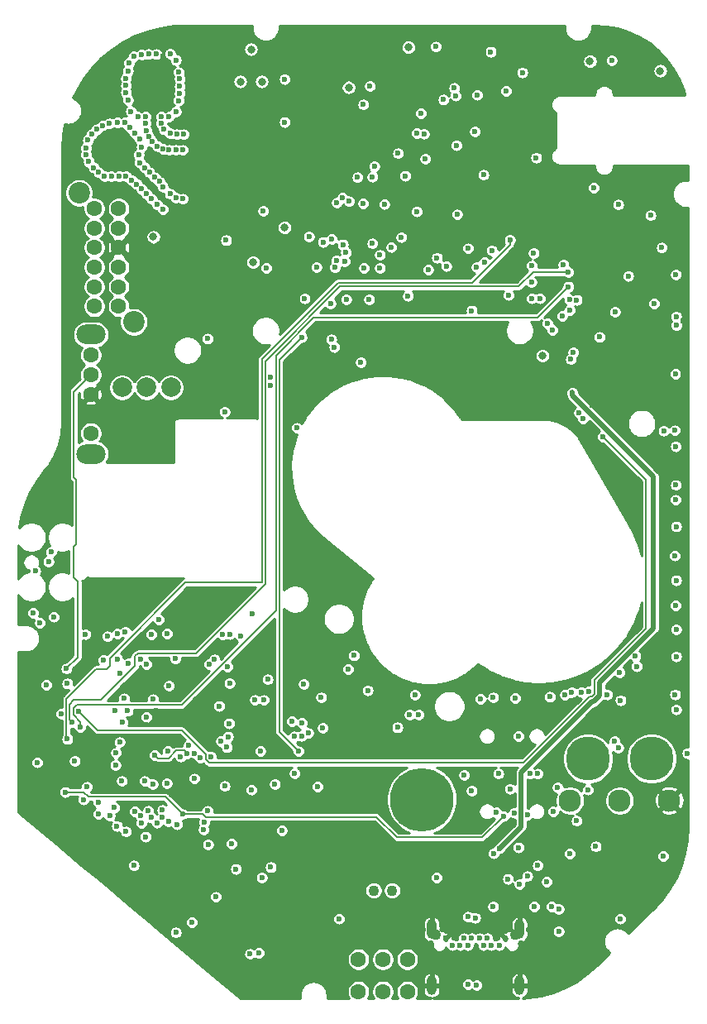
<source format=gbr>
G04 #@! TF.GenerationSoftware,KiCad,Pcbnew,5.1.6+dfsg1-1~bpo10+1*
G04 #@! TF.CreationDate,2020-12-21T12:29:25-05:00*
G04 #@! TF.ProjectId,4GRCP_Mainboard,34475243-505f-44d6-9169-6e626f617264,rev?*
G04 #@! TF.SameCoordinates,Original*
G04 #@! TF.FileFunction,Copper,L4,Inr*
G04 #@! TF.FilePolarity,Positive*
%FSLAX46Y46*%
G04 Gerber Fmt 4.6, Leading zero omitted, Abs format (unit mm)*
G04 Created by KiCad (PCBNEW 5.1.6+dfsg1-1~bpo10+1) date 2020-12-21 12:29:25*
%MOMM*%
%LPD*%
G01*
G04 APERTURE LIST*
G04 #@! TA.AperFunction,ViaPad*
%ADD10O,1.000000X2.000000*%
G04 #@! TD*
G04 #@! TA.AperFunction,ViaPad*
%ADD11C,1.100000*%
G04 #@! TD*
G04 #@! TA.AperFunction,ViaPad*
%ADD12C,0.600000*%
G04 #@! TD*
G04 #@! TA.AperFunction,ViaPad*
%ADD13C,4.500000*%
G04 #@! TD*
G04 #@! TA.AperFunction,ViaPad*
%ADD14C,2.300000*%
G04 #@! TD*
G04 #@! TA.AperFunction,ViaPad*
%ADD15O,3.000000X2.000000*%
G04 #@! TD*
G04 #@! TA.AperFunction,ViaPad*
%ADD16C,1.600000*%
G04 #@! TD*
G04 #@! TA.AperFunction,ViaPad*
%ADD17C,2.200000*%
G04 #@! TD*
G04 #@! TA.AperFunction,ViaPad*
%ADD18C,6.500000*%
G04 #@! TD*
G04 #@! TA.AperFunction,ViaPad*
%ADD19C,2.000000*%
G04 #@! TD*
G04 #@! TA.AperFunction,ViaPad*
%ADD20C,0.800000*%
G04 #@! TD*
G04 #@! TA.AperFunction,Conductor*
%ADD21C,0.500000*%
G04 #@! TD*
G04 #@! TA.AperFunction,Conductor*
%ADD22C,0.200000*%
G04 #@! TD*
G04 #@! TA.AperFunction,Conductor*
%ADD23C,0.254000*%
G04 #@! TD*
G04 APERTURE END LIST*
D10*
X155000000Y-153005000D03*
X164000000Y-153005000D03*
D11*
X155450000Y-147805000D03*
D10*
X155000000Y-147255000D03*
D11*
X163550000Y-147805000D03*
D10*
X164000000Y-147255000D03*
D12*
X161900000Y-148905000D03*
X161100000Y-148905000D03*
X160300000Y-148905000D03*
X157100000Y-148905000D03*
X157900000Y-148905000D03*
X158700000Y-148905000D03*
X162550000Y-148205000D03*
X160700000Y-148205000D03*
X159900000Y-148205000D03*
X156450000Y-148205000D03*
X158300000Y-148205000D03*
X159100000Y-148205000D03*
D13*
X171010000Y-129800000D03*
D11*
X149050000Y-143300000D03*
X150950000Y-143300000D03*
D14*
X169170000Y-134100000D03*
X174250000Y-134100000D03*
X179330000Y-134100000D03*
D15*
X120100000Y-86400000D03*
X120100000Y-98600000D03*
D16*
X120100000Y-88500000D03*
X120100000Y-90500000D03*
X120100000Y-92500000D03*
X120100000Y-96500000D03*
X120450000Y-73500000D03*
X120450000Y-75500000D03*
X120450000Y-77500000D03*
X120450000Y-79500000D03*
X120450000Y-81500000D03*
X120450000Y-83500000D03*
X122950000Y-73500000D03*
X122950000Y-75500000D03*
X122950000Y-77500000D03*
X122950000Y-79500000D03*
X122950000Y-81500000D03*
X122950000Y-83500000D03*
D17*
X118900000Y-71900000D03*
X124500000Y-85100000D03*
D16*
X147500000Y-150350000D03*
X147500000Y-153650000D03*
X150000000Y-150350000D03*
X150000000Y-153650000D03*
X152500000Y-150350000D03*
X152500000Y-153650000D03*
D18*
X154000000Y-134000000D03*
D13*
X177510000Y-129800000D03*
D19*
X128300000Y-91800000D03*
X123300000Y-91800000D03*
X125800000Y-91800000D03*
D12*
X114600000Y-130200000D03*
X116300000Y-115300000D03*
X157150000Y-66250000D03*
X160650000Y-65849998D03*
X150731792Y-65881792D03*
X127510000Y-57930000D03*
X165300000Y-148600000D03*
X174300000Y-142150010D03*
X174316944Y-144966954D03*
X170250000Y-145050000D03*
X166350000Y-144949989D03*
X155605805Y-145540872D03*
X127300000Y-119700000D03*
X135600000Y-119350000D03*
X119000000Y-129000000D03*
X137600000Y-147300000D03*
X136100000Y-145100000D03*
X130000000Y-143200000D03*
X161600000Y-141950010D03*
X173438916Y-138800015D03*
X172609289Y-138800015D03*
X137500000Y-122500000D03*
X145600000Y-132600000D03*
X181174990Y-128502177D03*
X180029986Y-112550000D03*
X180095151Y-106866759D03*
X180157147Y-101066647D03*
X180200000Y-94750000D03*
X180705085Y-85000012D03*
X180697593Y-90364786D03*
D20*
X166450000Y-90350000D03*
D12*
X166250000Y-81300000D03*
X171450000Y-91750000D03*
X167100000Y-81100000D03*
X165123506Y-81960379D03*
X174000000Y-87550000D03*
X174000000Y-85250000D03*
X167900000Y-59000000D03*
X145150000Y-147999998D03*
X127200000Y-112850000D03*
X117275000Y-109600000D03*
X120375000Y-112100000D03*
X144964536Y-123585454D03*
X146802248Y-122200022D03*
X165050000Y-123925032D03*
X147900000Y-126700000D03*
X180155753Y-122532113D03*
X180199990Y-117523931D03*
X157975000Y-135575000D03*
X159894264Y-131250111D03*
X140654449Y-119275021D03*
X126150000Y-121025000D03*
X130069195Y-136231772D03*
X137309441Y-131297672D03*
X147800000Y-131300043D03*
X130038915Y-120538917D03*
X131600000Y-92425000D03*
X126819967Y-124924990D03*
X140200000Y-123800010D03*
X138349990Y-117825000D03*
X132850008Y-131297681D03*
X132825000Y-112875000D03*
X137475000Y-133050000D03*
X125499990Y-129400000D03*
X125893921Y-131000884D03*
X167000001Y-76975000D03*
X180382499Y-79346933D03*
X157449937Y-69258906D03*
X127574936Y-70119523D03*
X125368211Y-127468211D03*
X125792037Y-126323043D03*
X119750000Y-115100000D03*
X171433281Y-93657315D03*
X141350000Y-142400000D03*
X176638910Y-136458922D03*
X149451880Y-141100053D03*
X154164961Y-139880032D03*
X173742272Y-124319990D03*
X174070661Y-123139280D03*
X138949820Y-132403322D03*
X159442368Y-146106808D03*
X137600000Y-142000000D03*
X137300000Y-149700000D03*
X128800000Y-147600000D03*
X114400000Y-110600000D03*
X122774991Y-136706682D03*
X114200000Y-114899996D03*
X119350010Y-134000000D03*
X161300000Y-123550000D03*
X152750000Y-125300000D03*
X125278781Y-136415225D03*
X116050000Y-108650000D03*
X114883338Y-115897623D03*
X126436135Y-132411870D03*
X163550010Y-123613909D03*
X161828980Y-131349061D03*
X119700000Y-132700000D03*
X159600000Y-153000000D03*
X158700000Y-152900000D03*
X134500000Y-138499994D03*
X132100000Y-138600000D03*
X126450000Y-123725000D03*
X127973204Y-129015014D03*
X133803845Y-132621979D03*
X141200055Y-95950000D03*
X133800000Y-94300000D03*
D20*
X126500000Y-76400000D03*
X171200000Y-58400000D03*
X152600000Y-57000000D03*
X136500000Y-57200000D03*
X137600000Y-60500000D03*
X135400000Y-60499992D03*
D12*
X160000000Y-123700000D03*
X159100000Y-133100000D03*
X138200000Y-121700000D03*
X130454490Y-146545510D03*
X136400000Y-149800000D03*
X118461090Y-130061090D03*
X140700000Y-126000000D03*
X169343661Y-123000010D03*
X115754055Y-109644213D03*
X165450000Y-78050000D03*
X143875185Y-76925661D03*
X136554390Y-132993961D03*
X127079133Y-115593034D03*
X174242188Y-120979959D03*
X159100000Y-83950000D03*
X134300000Y-122100011D03*
X130700000Y-131850030D03*
X138525000Y-140925000D03*
X119550000Y-117075000D03*
X140975000Y-131325000D03*
X136650000Y-115000000D03*
X115549990Y-122250000D03*
X124500006Y-140750000D03*
X174335978Y-123840796D03*
X172970650Y-123240770D03*
X173761091Y-84088909D03*
X169246875Y-88924999D03*
X167350000Y-85950000D03*
X166850000Y-85250000D03*
X168000000Y-147500000D03*
X161938852Y-139000000D03*
X169374998Y-92350000D03*
X165500000Y-144949989D03*
X165849988Y-140749990D03*
X143300000Y-132675000D03*
X128930371Y-136533203D03*
X128100000Y-122350000D03*
X130129291Y-128431475D03*
X163450000Y-135350000D03*
X174300000Y-146200000D03*
X123274968Y-132100000D03*
X128750000Y-119575000D03*
X123875000Y-124925000D03*
X120874998Y-135475000D03*
X133950000Y-76750000D03*
D20*
X136700000Y-79000000D03*
D12*
X157550000Y-67024990D03*
X149125000Y-69175000D03*
X160300000Y-70049928D03*
D20*
X139950000Y-75450000D03*
D12*
X152300000Y-70150000D03*
X157600000Y-74100000D03*
X147400000Y-70300000D03*
X139950000Y-60250002D03*
X139950000Y-64650000D03*
X150150000Y-73050000D03*
X158725000Y-77575000D03*
X150870000Y-77450002D03*
D20*
X166350000Y-88550000D03*
D12*
X125300000Y-57750000D03*
X138050000Y-79600000D03*
X149700000Y-78250000D03*
X153900000Y-63749990D03*
X162625000Y-61475000D03*
X161150000Y-77775000D03*
X171600000Y-71375000D03*
X145250000Y-78800000D03*
X153475000Y-73800000D03*
X164275000Y-59575000D03*
X173425000Y-58325000D03*
X155425000Y-56924990D03*
X144775000Y-76625000D03*
X142425000Y-76375000D03*
X160400000Y-79000000D03*
X145029215Y-87673184D03*
X148925000Y-77075000D03*
X174100000Y-73100000D03*
X129600000Y-65900000D03*
X128900000Y-65900000D03*
X128200000Y-65800000D03*
X127600000Y-65400000D03*
X127300000Y-64800000D03*
X127300000Y-64100000D03*
X125700000Y-64100000D03*
X125700000Y-64800000D03*
X125800000Y-65500000D03*
X125999992Y-66100000D03*
X126349997Y-66649997D03*
X126900000Y-67100002D03*
X128100000Y-67500000D03*
X128800000Y-67500000D03*
X129500000Y-67500000D03*
X127500000Y-67400000D03*
X129500000Y-72500000D03*
X128800000Y-72400000D03*
X128200000Y-72000000D03*
X127450000Y-71249994D03*
X127100000Y-70700000D03*
X126600000Y-70300000D03*
X126100000Y-69800000D03*
X125600000Y-69300000D03*
X125100000Y-68800000D03*
X125000000Y-68000000D03*
X125300000Y-67200000D03*
X125100000Y-66400000D03*
X124600000Y-65800000D03*
X124100000Y-65200000D03*
X123600000Y-64700000D03*
X122800000Y-64700000D03*
X122000000Y-64800000D03*
X121300000Y-65000000D03*
X120700000Y-65400000D03*
X120200000Y-65900000D03*
X119600000Y-68000000D03*
X119900000Y-68700000D03*
X119600000Y-67299996D03*
X119800000Y-66500000D03*
X120400000Y-69300000D03*
X120900000Y-69800000D03*
X121500000Y-70200000D03*
X122200000Y-70200000D03*
X123000000Y-70200000D03*
X123700000Y-70200000D03*
X124299992Y-70600000D03*
X124800000Y-71000000D03*
X125300000Y-71500000D03*
X125800000Y-72000000D03*
X126300000Y-72500000D03*
X126900000Y-73100000D03*
X127499998Y-73600000D03*
X128100000Y-64100000D03*
X128800000Y-63600000D03*
X129100000Y-62450000D03*
X129200000Y-61700000D03*
X129200000Y-61000000D03*
X129200000Y-60200000D03*
X129100000Y-59550000D03*
X128800000Y-58300000D03*
X128208783Y-57657593D03*
X126796502Y-57698867D03*
X126000000Y-57700000D03*
X124500000Y-57900000D03*
X124000000Y-58600000D03*
X123900000Y-59400000D03*
X123700000Y-60200000D03*
X123700000Y-60900000D03*
X123700000Y-61600000D03*
X123900000Y-62400000D03*
X124200000Y-63550000D03*
X124900000Y-64100000D03*
X177400000Y-74200000D03*
X137750000Y-73750000D03*
X168500000Y-79254099D03*
X151890000Y-76430000D03*
X148930000Y-70250000D03*
X155543243Y-78543235D03*
X154638155Y-79771718D03*
X151550000Y-67850002D03*
X165250000Y-79350000D03*
X148450000Y-122817812D03*
X123507517Y-123632517D03*
X151484093Y-126615907D03*
X125801744Y-125573094D03*
X178700000Y-139800000D03*
X122595052Y-124871740D03*
X122025011Y-135640116D03*
X161613286Y-135313486D03*
X120872020Y-134269810D03*
X161349984Y-139500000D03*
X158700000Y-146000000D03*
X161300000Y-144949999D03*
X134958588Y-141100074D03*
X163875000Y-127500000D03*
X134100000Y-120399990D03*
X127425023Y-135081657D03*
X123050000Y-128125000D03*
X129300000Y-129599945D03*
X122672675Y-129221355D03*
X130725572Y-129249983D03*
X122616181Y-130488442D03*
X131298529Y-129733964D03*
X126648683Y-129452209D03*
X129975979Y-129275029D03*
X154350014Y-68400000D03*
X165700011Y-68300000D03*
X169851840Y-82852675D03*
X169102535Y-82820101D03*
X169150000Y-83927664D03*
X169507145Y-88215897D03*
X166077834Y-82699999D03*
X165250000Y-82699998D03*
X172175000Y-86650000D03*
X125803134Y-120145794D03*
X139650000Y-137175010D03*
X167088434Y-123483808D03*
X153275000Y-123275000D03*
X144725000Y-86900000D03*
X129475000Y-135500000D03*
X117475000Y-133225000D03*
X162349990Y-135700000D03*
X170334443Y-123001622D03*
X153675000Y-125300000D03*
X134325000Y-117075021D03*
X132203679Y-120155524D03*
X171080000Y-122920000D03*
X153451904Y-65796565D03*
X154200000Y-65850000D03*
X163000000Y-76700000D03*
X117700000Y-127800000D03*
X119019346Y-126580503D03*
X169001256Y-81497498D03*
X180029980Y-111550000D03*
X123325000Y-126102485D03*
X179895163Y-109026944D03*
X134151601Y-127550840D03*
X135436084Y-117286084D03*
X180000000Y-80250000D03*
X143688916Y-123549990D03*
X176006401Y-120360326D03*
X178550000Y-77500000D03*
X181174990Y-129252179D03*
X125972163Y-135168884D03*
X126293054Y-135846783D03*
X180029999Y-124775576D03*
X179926083Y-123246095D03*
X126863401Y-136364237D03*
X180029998Y-119347506D03*
X127393066Y-135833226D03*
X180029964Y-116600000D03*
X128035515Y-136220236D03*
X122800000Y-117000000D03*
X179961690Y-114122585D03*
X180029986Y-84550000D03*
X127897172Y-117025004D03*
X121789337Y-117295735D03*
X177786084Y-83213916D03*
X136900000Y-123800000D03*
X179950032Y-90425372D03*
X137800000Y-123800002D03*
X180051979Y-85457720D03*
X141700537Y-126149979D03*
X179879430Y-96198826D03*
X143850000Y-126675000D03*
X178750000Y-96250000D03*
X180000000Y-101800000D03*
X141667245Y-127485730D03*
X179990380Y-97843647D03*
X142357017Y-127191227D03*
X180029978Y-106050000D03*
X134252778Y-126199945D03*
X179960872Y-103312230D03*
X140919307Y-127541475D03*
X117700000Y-122125000D03*
X117600000Y-120600000D03*
X121375000Y-119700000D03*
X122800000Y-119600000D03*
X169132868Y-139532174D03*
X123700000Y-137275000D03*
X159650000Y-61875000D03*
X123625000Y-116825010D03*
X132900000Y-143950000D03*
X123950000Y-120050000D03*
X155500000Y-142000000D03*
X123100000Y-121050000D03*
X125701416Y-137798584D03*
X125161065Y-119595784D03*
X133575497Y-117102322D03*
X132398540Y-129600345D03*
X141375000Y-129050000D03*
X141686411Y-86661411D03*
X146225000Y-78000000D03*
X134030538Y-128650851D03*
X145900000Y-77175000D03*
X133426031Y-128023967D03*
X137450000Y-129025000D03*
X127875000Y-132325000D03*
X133250000Y-124425000D03*
X141900000Y-122175000D03*
X168648388Y-123281281D03*
X146450000Y-120650000D03*
X132763480Y-119656384D03*
X126300000Y-117100000D03*
X122500000Y-134825000D03*
X125598329Y-132099989D03*
X145074990Y-79529721D03*
X124587693Y-135225866D03*
X146100000Y-78925000D03*
X125191867Y-135670266D03*
X159600000Y-79500004D03*
X147986194Y-72982787D03*
X149700000Y-79600000D03*
X146536172Y-72754076D03*
X148600000Y-82800000D03*
X145875000Y-72400000D03*
X148075010Y-79600000D03*
X145288909Y-72886091D03*
X146250010Y-82800000D03*
X144626416Y-83226416D03*
X143200000Y-79500004D03*
X142000000Y-82700000D03*
X159426996Y-65609167D03*
D20*
X146500000Y-61100000D03*
D12*
X157449998Y-61950000D03*
X156200000Y-62350000D03*
X148000000Y-62850000D03*
X157300236Y-61165093D03*
X163014977Y-132900000D03*
X171008916Y-132990010D03*
X163900000Y-138900000D03*
X174096850Y-128687927D03*
X164850010Y-135559886D03*
X173736648Y-128030085D03*
X165843421Y-131349996D03*
X162875000Y-82350000D03*
X168350000Y-84500006D03*
X167900000Y-132750000D03*
X145500000Y-146200000D03*
X168000000Y-145200000D03*
X169839634Y-136172156D03*
X167250000Y-144949999D03*
X171800000Y-138800015D03*
X131658671Y-137066139D03*
X117050000Y-125200000D03*
X131729021Y-136319434D03*
X167449991Y-135222177D03*
X166786627Y-142400195D03*
X162808513Y-142113654D03*
X163995708Y-142649989D03*
X164787552Y-141850010D03*
D20*
X178400000Y-59400000D03*
D12*
X165200000Y-81025010D03*
X161050000Y-57450000D03*
X148675000Y-60975000D03*
X172530018Y-96844982D03*
X118850032Y-124978200D03*
X156500000Y-79400000D03*
X138500010Y-91604964D03*
X152570000Y-82445000D03*
X138500010Y-90750000D03*
X118200000Y-126100000D03*
X169000004Y-80000000D03*
X147750000Y-89250000D03*
X170092517Y-94407481D03*
X175863055Y-119313055D03*
X170500000Y-95000000D03*
X147050000Y-119250000D03*
X158325000Y-131500000D03*
X165050000Y-131319998D03*
X132050000Y-86825000D03*
X132050000Y-135150000D03*
X175125000Y-80400000D03*
D21*
X164150000Y-131218956D02*
X164150000Y-136788852D01*
X169425000Y-92325000D02*
X169425000Y-92638998D01*
X171591112Y-123980012D02*
X171388944Y-123980012D01*
X171388944Y-123980012D02*
X164150000Y-131218956D01*
X172210012Y-123361112D02*
X171591112Y-123980012D01*
X164150000Y-136788852D02*
X161938852Y-139000000D01*
X169425000Y-92638998D02*
X177725000Y-100938998D01*
X172210012Y-121976133D02*
X172210012Y-123361112D01*
X177725000Y-100938998D02*
X177725000Y-116461145D01*
X177725000Y-116461145D02*
X172210012Y-121976133D01*
D22*
X126948682Y-129752208D02*
X128050012Y-129752208D01*
X128050012Y-129752208D02*
X128827190Y-128975030D01*
X128827190Y-128975030D02*
X129675980Y-128975030D01*
X129675980Y-128975030D02*
X129975979Y-129275029D01*
X126648683Y-129452209D02*
X126948682Y-129752208D01*
X127694809Y-133719809D02*
X129475000Y-135500000D01*
X119858811Y-133719809D02*
X127694809Y-133719809D01*
X119364002Y-133225000D02*
X119858811Y-133719809D01*
X117475000Y-133225000D02*
X119364002Y-133225000D01*
X129475000Y-135500000D02*
X131585998Y-135500000D01*
X149319433Y-135769433D02*
X151425000Y-137875000D01*
X160174990Y-137875000D02*
X162349990Y-135700000D01*
X151425000Y-137875000D02*
X160174990Y-137875000D01*
X131585998Y-135500000D02*
X131855431Y-135769433D01*
X131855431Y-135769433D02*
X149319433Y-135769433D01*
X117600000Y-127700000D02*
X117700000Y-127800000D01*
X120655011Y-120650001D02*
X117600000Y-123705012D01*
X129736002Y-111800010D02*
X122025001Y-119511011D01*
X145389023Y-81110977D02*
X137599990Y-88900010D01*
X121689001Y-120650001D02*
X120655011Y-120650001D01*
X122025001Y-119511011D02*
X122025001Y-120314001D01*
X137599990Y-88900010D02*
X137599990Y-111800010D01*
X163000000Y-76700000D02*
X163000000Y-77214002D01*
X117600000Y-123705012D02*
X117600000Y-127700000D01*
X122025001Y-120314001D02*
X121689001Y-120650001D01*
X159103025Y-81110977D02*
X145389023Y-81110977D01*
X163000000Y-77214002D02*
X159103025Y-81110977D01*
X137599990Y-111800010D02*
X129736002Y-111800010D01*
X119019346Y-126580503D02*
X119019346Y-126066334D01*
X118300022Y-125347010D02*
X118300022Y-124649978D01*
X119019346Y-126066334D02*
X118300022Y-125347010D01*
X139050011Y-88519979D02*
X142919991Y-84649999D01*
X118300022Y-124649978D02*
X118634039Y-124315961D01*
X165848755Y-84649999D02*
X169001256Y-81497498D01*
X139050011Y-114660977D02*
X139050011Y-88519979D01*
X129395027Y-124315961D02*
X139050011Y-114660977D01*
X118634039Y-124315961D02*
X129395027Y-124315961D01*
X142919991Y-84649999D02*
X165848755Y-84649999D01*
X118750000Y-111687498D02*
X118750000Y-119450000D01*
X118349990Y-92250010D02*
X118349990Y-100974990D01*
X118612501Y-101237501D02*
X118612501Y-107850001D01*
X120100000Y-90500000D02*
X118349990Y-92250010D01*
X118612501Y-107850001D02*
X118334499Y-108128003D01*
X118750000Y-119450000D02*
X117600000Y-120600000D01*
X118334499Y-108128003D02*
X118334499Y-111271997D01*
X118349990Y-100974990D02*
X118612501Y-101237501D01*
X118334499Y-111271997D02*
X118750000Y-111687498D01*
X139400022Y-127075022D02*
X139400022Y-88947800D01*
X141375000Y-129050000D02*
X139400022Y-127075022D01*
X139400022Y-88947800D02*
X141686411Y-86661411D01*
X171384001Y-123480001D02*
X171171833Y-123480001D01*
X132192279Y-130226417D02*
X131848530Y-129882668D01*
X131848530Y-129882668D02*
X131848530Y-129336712D01*
X172530018Y-96844982D02*
X176950000Y-101264964D01*
X129411796Y-126899978D02*
X120771810Y-126899978D01*
X164425417Y-130226417D02*
X132192279Y-130226417D01*
X131848530Y-129336712D02*
X129411796Y-126899978D01*
X176950000Y-101264964D02*
X176950000Y-116500000D01*
X171670001Y-123194001D02*
X171384001Y-123480001D01*
X120771810Y-126899978D02*
X118850032Y-124978200D01*
X176950000Y-116500000D02*
X171670001Y-121779999D01*
X171171833Y-123480001D02*
X164425417Y-130226417D01*
X171670001Y-121779999D02*
X171670001Y-123194001D01*
X117950011Y-124249989D02*
X118375000Y-123825000D01*
X163925011Y-81460987D02*
X165385998Y-80000000D01*
X137950000Y-111950000D02*
X137950001Y-89124999D01*
X121139002Y-123825000D02*
X124611064Y-120352938D01*
X124611064Y-120352938D02*
X124611064Y-119336020D01*
X118375000Y-123825000D02*
X121139002Y-123825000D01*
X165385998Y-80000000D02*
X169000004Y-80000000D01*
X130875001Y-119024999D02*
X137950000Y-111950000D01*
X124922085Y-119024999D02*
X130875001Y-119024999D01*
X117950011Y-125850011D02*
X117950011Y-124249989D01*
X118200000Y-126100000D02*
X117950011Y-125850011D01*
X145614012Y-81460988D02*
X163925011Y-81460987D01*
X124611064Y-119336020D02*
X124922085Y-119024999D01*
X137950001Y-89124999D02*
X145614012Y-81460988D01*
D23*
G36*
X136598001Y-55022205D02*
G01*
X136600250Y-55045040D01*
X136600250Y-55057371D01*
X136600910Y-55063648D01*
X136621577Y-55247899D01*
X136630094Y-55287969D01*
X136638051Y-55328157D01*
X136639917Y-55334186D01*
X136695978Y-55510915D01*
X136712129Y-55548600D01*
X136727729Y-55586446D01*
X136730723Y-55591984D01*
X136730729Y-55591997D01*
X136730736Y-55592008D01*
X136820052Y-55754472D01*
X136843192Y-55788267D01*
X136865868Y-55822397D01*
X136869885Y-55827253D01*
X136869890Y-55827260D01*
X136869896Y-55827265D01*
X136989068Y-55969290D01*
X137018340Y-55997954D01*
X137047204Y-56027021D01*
X137052095Y-56031010D01*
X137196590Y-56147186D01*
X137230836Y-56169596D01*
X137264832Y-56192527D01*
X137270405Y-56195490D01*
X137434714Y-56281389D01*
X137472682Y-56296729D01*
X137510464Y-56312611D01*
X137516502Y-56314434D01*
X137516508Y-56314436D01*
X137694370Y-56366783D01*
X137734610Y-56374459D01*
X137774741Y-56382697D01*
X137781022Y-56383313D01*
X137965666Y-56400117D01*
X138006633Y-56399831D01*
X138047599Y-56400117D01*
X138053880Y-56399501D01*
X138238273Y-56380120D01*
X138278444Y-56371874D01*
X138318641Y-56364206D01*
X138324677Y-56362384D01*
X138324686Y-56362382D01*
X138324694Y-56362378D01*
X138501799Y-56307556D01*
X138539579Y-56291675D01*
X138577550Y-56276334D01*
X138583113Y-56273376D01*
X138583122Y-56273372D01*
X138583129Y-56273367D01*
X138746215Y-56185187D01*
X138780161Y-56162290D01*
X138814459Y-56139846D01*
X138819350Y-56135857D01*
X138962209Y-56017673D01*
X138991056Y-55988623D01*
X139020344Y-55959943D01*
X139024366Y-55955080D01*
X139141549Y-55811400D01*
X139164203Y-55777303D01*
X139187365Y-55743476D01*
X139190367Y-55737924D01*
X139277411Y-55574219D01*
X139293021Y-55536346D01*
X139309162Y-55498687D01*
X139311026Y-55492666D01*
X139311028Y-55492660D01*
X139311029Y-55492654D01*
X139364616Y-55315164D01*
X139372574Y-55274974D01*
X139381090Y-55234908D01*
X139381750Y-55228631D01*
X139399843Y-55044108D01*
X139399843Y-55044105D01*
X139402000Y-55022205D01*
X139402000Y-54752000D01*
X168598001Y-54752000D01*
X168598001Y-55022205D01*
X168600250Y-55045040D01*
X168600250Y-55057371D01*
X168600910Y-55063648D01*
X168621577Y-55247899D01*
X168630094Y-55287969D01*
X168638051Y-55328157D01*
X168639917Y-55334186D01*
X168695978Y-55510915D01*
X168712129Y-55548600D01*
X168727729Y-55586446D01*
X168730723Y-55591984D01*
X168730729Y-55591997D01*
X168730736Y-55592008D01*
X168820052Y-55754472D01*
X168843192Y-55788267D01*
X168865868Y-55822397D01*
X168869885Y-55827253D01*
X168869890Y-55827260D01*
X168869896Y-55827265D01*
X168989068Y-55969290D01*
X169018340Y-55997954D01*
X169047204Y-56027021D01*
X169052095Y-56031010D01*
X169196590Y-56147186D01*
X169230836Y-56169596D01*
X169264832Y-56192527D01*
X169270405Y-56195490D01*
X169434714Y-56281389D01*
X169472682Y-56296729D01*
X169510464Y-56312611D01*
X169516502Y-56314434D01*
X169516508Y-56314436D01*
X169694370Y-56366783D01*
X169734610Y-56374459D01*
X169774741Y-56382697D01*
X169781022Y-56383313D01*
X169965666Y-56400117D01*
X170006633Y-56399831D01*
X170047599Y-56400117D01*
X170053880Y-56399501D01*
X170238273Y-56380120D01*
X170278444Y-56371874D01*
X170318641Y-56364206D01*
X170324677Y-56362384D01*
X170324686Y-56362382D01*
X170324694Y-56362378D01*
X170501799Y-56307556D01*
X170539579Y-56291675D01*
X170577550Y-56276334D01*
X170583113Y-56273376D01*
X170583122Y-56273372D01*
X170583129Y-56273367D01*
X170746215Y-56185187D01*
X170780161Y-56162290D01*
X170814459Y-56139846D01*
X170819350Y-56135857D01*
X170962209Y-56017673D01*
X170991056Y-55988623D01*
X171020344Y-55959943D01*
X171024366Y-55955080D01*
X171141549Y-55811400D01*
X171164203Y-55777303D01*
X171187365Y-55743476D01*
X171190367Y-55737924D01*
X171277411Y-55574219D01*
X171293021Y-55536346D01*
X171309162Y-55498687D01*
X171311026Y-55492666D01*
X171311028Y-55492660D01*
X171311029Y-55492654D01*
X171364616Y-55315164D01*
X171372574Y-55274974D01*
X171381090Y-55234908D01*
X171381750Y-55228631D01*
X171399843Y-55044108D01*
X171399843Y-55044105D01*
X171402000Y-55022205D01*
X171402000Y-54752000D01*
X171685797Y-54752000D01*
X172896568Y-54828175D01*
X174074266Y-55052833D01*
X175214528Y-55423327D01*
X176299354Y-55933807D01*
X177311644Y-56576225D01*
X178235446Y-57340461D01*
X179056170Y-58214443D01*
X179760884Y-59184398D01*
X180338480Y-60235038D01*
X180780169Y-61350618D01*
X180922652Y-61896571D01*
X173602000Y-61897918D01*
X173602000Y-61777795D01*
X173599794Y-61755397D01*
X173599794Y-61748914D01*
X173599134Y-61742637D01*
X173588257Y-61645662D01*
X173579746Y-61605619D01*
X173571783Y-61565402D01*
X173569916Y-61559373D01*
X173540410Y-61466358D01*
X173524288Y-61428742D01*
X173508661Y-61390828D01*
X173505659Y-61385277D01*
X173458648Y-61299764D01*
X173435486Y-61265936D01*
X173412830Y-61231837D01*
X173408808Y-61226974D01*
X173346083Y-61152222D01*
X173316809Y-61123556D01*
X173287948Y-61094493D01*
X173283058Y-61090504D01*
X173207008Y-61029358D01*
X173172710Y-61006914D01*
X173138764Y-60984017D01*
X173133197Y-60981057D01*
X173133193Y-60981054D01*
X173133189Y-60981052D01*
X173046712Y-60935844D01*
X173008760Y-60920510D01*
X172970965Y-60904623D01*
X172964923Y-60902799D01*
X172964921Y-60902798D01*
X172964917Y-60902797D01*
X172871311Y-60875247D01*
X172831066Y-60867569D01*
X172790937Y-60859332D01*
X172784662Y-60858717D01*
X172784659Y-60858716D01*
X172784656Y-60858716D01*
X172687474Y-60849872D01*
X172646509Y-60850158D01*
X172605544Y-60849872D01*
X172599263Y-60850488D01*
X172599259Y-60850488D01*
X172502215Y-60860688D01*
X172462097Y-60868923D01*
X172421843Y-60876602D01*
X172415801Y-60878426D01*
X172322582Y-60907282D01*
X172284789Y-60923169D01*
X172246830Y-60938505D01*
X172241264Y-60941464D01*
X172241260Y-60941466D01*
X172241257Y-60941468D01*
X172155420Y-60987881D01*
X172121458Y-61010788D01*
X172087178Y-61033221D01*
X172082298Y-61037202D01*
X172082286Y-61037210D01*
X172082277Y-61037219D01*
X172007099Y-61099412D01*
X171978238Y-61128474D01*
X171948965Y-61157140D01*
X171944942Y-61162003D01*
X171944939Y-61162006D01*
X171944937Y-61162009D01*
X171883266Y-61237624D01*
X171860586Y-61271760D01*
X171837447Y-61305554D01*
X171834445Y-61311105D01*
X171788634Y-61397266D01*
X171773038Y-61435104D01*
X171756885Y-61472792D01*
X171755019Y-61478821D01*
X171726814Y-61572239D01*
X171718855Y-61612434D01*
X171710339Y-61652500D01*
X171709679Y-61658777D01*
X171700157Y-61755894D01*
X171700157Y-61755905D01*
X171698001Y-61777795D01*
X171698001Y-61898000D01*
X168127795Y-61898000D01*
X168105397Y-61900206D01*
X168098914Y-61900206D01*
X168092637Y-61900866D01*
X167995662Y-61911743D01*
X167955619Y-61920254D01*
X167915402Y-61928217D01*
X167909379Y-61930082D01*
X167909375Y-61930083D01*
X167909372Y-61930084D01*
X167909373Y-61930084D01*
X167816358Y-61959590D01*
X167778742Y-61975712D01*
X167740828Y-61991339D01*
X167735277Y-61994341D01*
X167649764Y-62041352D01*
X167615936Y-62064514D01*
X167581837Y-62087170D01*
X167576974Y-62091192D01*
X167502222Y-62153917D01*
X167473556Y-62183191D01*
X167444493Y-62212052D01*
X167440504Y-62216942D01*
X167379358Y-62292992D01*
X167356914Y-62327290D01*
X167334017Y-62361236D01*
X167331057Y-62366803D01*
X167331054Y-62366807D01*
X167331054Y-62366808D01*
X167285844Y-62453288D01*
X167270510Y-62491240D01*
X167254623Y-62529035D01*
X167252799Y-62535077D01*
X167225247Y-62628689D01*
X167217569Y-62668934D01*
X167209332Y-62709063D01*
X167208716Y-62715344D01*
X167199872Y-62812526D01*
X167200158Y-62853491D01*
X167199872Y-62894456D01*
X167200488Y-62900737D01*
X167210688Y-62997786D01*
X167218926Y-63037917D01*
X167226602Y-63078157D01*
X167228426Y-63084199D01*
X167257282Y-63177418D01*
X167273169Y-63215211D01*
X167288505Y-63253170D01*
X167291462Y-63258732D01*
X167291466Y-63258740D01*
X167291471Y-63258747D01*
X167337881Y-63344580D01*
X167360778Y-63378526D01*
X167383221Y-63412822D01*
X167387206Y-63417707D01*
X167387210Y-63417713D01*
X167387215Y-63417718D01*
X167449411Y-63492901D01*
X167478493Y-63521781D01*
X167507140Y-63551035D01*
X167512003Y-63555058D01*
X167512006Y-63555061D01*
X167512010Y-63555063D01*
X167587624Y-63616734D01*
X167621757Y-63639412D01*
X167655553Y-63662553D01*
X167661089Y-63665545D01*
X167661099Y-63665552D01*
X167661109Y-63665556D01*
X167698001Y-63685172D01*
X167698000Y-67314834D01*
X167649764Y-67341352D01*
X167615936Y-67364514D01*
X167581837Y-67387170D01*
X167576974Y-67391192D01*
X167502222Y-67453917D01*
X167473556Y-67483191D01*
X167444493Y-67512052D01*
X167440504Y-67516942D01*
X167379358Y-67592992D01*
X167356914Y-67627290D01*
X167334017Y-67661236D01*
X167331057Y-67666803D01*
X167331054Y-67666807D01*
X167331054Y-67666808D01*
X167285844Y-67753288D01*
X167270510Y-67791240D01*
X167254623Y-67829035D01*
X167252799Y-67835077D01*
X167225247Y-67928689D01*
X167217569Y-67968934D01*
X167209332Y-68009063D01*
X167208716Y-68015344D01*
X167199872Y-68112526D01*
X167200158Y-68153491D01*
X167199872Y-68194456D01*
X167200488Y-68200737D01*
X167210688Y-68297786D01*
X167218926Y-68337917D01*
X167226602Y-68378157D01*
X167228426Y-68384199D01*
X167257282Y-68477418D01*
X167273169Y-68515211D01*
X167288505Y-68553170D01*
X167291462Y-68558732D01*
X167291466Y-68558740D01*
X167291471Y-68558747D01*
X167337881Y-68644580D01*
X167360778Y-68678526D01*
X167383221Y-68712822D01*
X167387206Y-68717707D01*
X167387210Y-68717713D01*
X167387215Y-68717718D01*
X167449411Y-68792901D01*
X167478493Y-68821781D01*
X167507140Y-68851035D01*
X167512003Y-68855058D01*
X167512006Y-68855061D01*
X167512010Y-68855063D01*
X167587624Y-68916734D01*
X167621757Y-68939412D01*
X167655553Y-68962553D01*
X167661089Y-68965545D01*
X167661099Y-68965552D01*
X167661109Y-68965556D01*
X167747266Y-69011366D01*
X167785104Y-69026962D01*
X167822792Y-69043115D01*
X167828821Y-69044981D01*
X167922239Y-69073186D01*
X167962448Y-69081148D01*
X168002501Y-69089661D01*
X168008771Y-69090320D01*
X168008774Y-69090321D01*
X168008777Y-69090321D01*
X168105895Y-69099843D01*
X168127795Y-69102000D01*
X171698000Y-69102000D01*
X171698000Y-69222204D01*
X171700206Y-69244602D01*
X171700206Y-69251086D01*
X171700866Y-69257363D01*
X171711743Y-69354338D01*
X171720254Y-69394381D01*
X171728217Y-69434598D01*
X171730084Y-69440627D01*
X171759590Y-69533642D01*
X171775723Y-69571283D01*
X171791339Y-69609171D01*
X171794339Y-69614719D01*
X171794341Y-69614724D01*
X171794344Y-69614728D01*
X171841352Y-69700236D01*
X171864496Y-69734037D01*
X171887169Y-69768163D01*
X171891192Y-69773026D01*
X171953917Y-69847778D01*
X171983191Y-69876444D01*
X172012052Y-69905507D01*
X172016942Y-69909496D01*
X172092992Y-69970642D01*
X172127282Y-69993081D01*
X172161236Y-70015983D01*
X172166798Y-70018940D01*
X172166807Y-70018946D01*
X172166816Y-70018950D01*
X172253288Y-70064156D01*
X172291297Y-70079513D01*
X172329035Y-70095377D01*
X172335065Y-70097197D01*
X172335079Y-70097203D01*
X172335093Y-70097206D01*
X172428688Y-70124753D01*
X172468941Y-70132432D01*
X172509063Y-70140668D01*
X172515338Y-70141283D01*
X172515341Y-70141284D01*
X172515344Y-70141284D01*
X172612527Y-70150128D01*
X172653492Y-70149842D01*
X172694456Y-70150128D01*
X172700737Y-70149512D01*
X172700741Y-70149512D01*
X172797786Y-70139312D01*
X172837917Y-70131074D01*
X172878157Y-70123398D01*
X172884199Y-70121574D01*
X172977418Y-70092718D01*
X173015211Y-70076831D01*
X173053170Y-70061495D01*
X173058732Y-70058538D01*
X173058740Y-70058534D01*
X173058747Y-70058529D01*
X173144580Y-70012119D01*
X173178526Y-69989222D01*
X173212822Y-69966779D01*
X173217707Y-69962794D01*
X173217713Y-69962790D01*
X173217718Y-69962785D01*
X173292901Y-69900589D01*
X173321781Y-69871507D01*
X173351035Y-69842860D01*
X173355058Y-69837997D01*
X173355061Y-69837994D01*
X173355063Y-69837990D01*
X173416734Y-69762376D01*
X173439412Y-69728243D01*
X173462553Y-69694447D01*
X173465545Y-69688911D01*
X173465552Y-69688901D01*
X173465556Y-69688891D01*
X173511366Y-69602734D01*
X173526962Y-69564896D01*
X173543115Y-69527208D01*
X173544981Y-69521179D01*
X173573186Y-69427761D01*
X173581148Y-69387552D01*
X173589661Y-69347499D01*
X173590321Y-69341223D01*
X173599843Y-69244105D01*
X173602000Y-69222205D01*
X173602000Y-69102000D01*
X181248001Y-69102000D01*
X181248000Y-70598000D01*
X180977795Y-70598000D01*
X180954950Y-70600250D01*
X180942629Y-70600250D01*
X180936352Y-70600910D01*
X180752100Y-70621577D01*
X180712009Y-70630098D01*
X180671844Y-70638051D01*
X180665819Y-70639916D01*
X180665813Y-70639917D01*
X180665807Y-70639919D01*
X180489085Y-70695978D01*
X180451412Y-70712124D01*
X180413554Y-70727729D01*
X180408002Y-70730730D01*
X180245528Y-70820052D01*
X180211766Y-70843169D01*
X180177602Y-70865868D01*
X180172740Y-70869891D01*
X180030710Y-70989069D01*
X180002065Y-71018321D01*
X179972979Y-71047204D01*
X179968990Y-71052095D01*
X179852813Y-71196590D01*
X179830386Y-71230863D01*
X179807473Y-71264832D01*
X179804510Y-71270404D01*
X179718611Y-71434714D01*
X179703260Y-71472708D01*
X179687389Y-71510465D01*
X179685567Y-71516499D01*
X179685565Y-71516505D01*
X179685565Y-71516507D01*
X179633217Y-71694370D01*
X179625542Y-71734604D01*
X179617303Y-71774741D01*
X179616687Y-71781022D01*
X179599883Y-71965666D01*
X179600169Y-72006633D01*
X179599883Y-72047599D01*
X179600499Y-72053880D01*
X179619880Y-72238273D01*
X179628126Y-72278444D01*
X179635794Y-72318641D01*
X179637616Y-72324677D01*
X179637618Y-72324686D01*
X179637622Y-72324694D01*
X179692444Y-72501799D01*
X179708325Y-72539579D01*
X179723666Y-72577550D01*
X179726624Y-72583113D01*
X179726628Y-72583122D01*
X179726633Y-72583129D01*
X179814813Y-72746215D01*
X179837710Y-72780161D01*
X179860154Y-72814459D01*
X179864143Y-72819350D01*
X179982327Y-72962209D01*
X180011377Y-72991056D01*
X180040057Y-73020344D01*
X180044920Y-73024366D01*
X180188600Y-73141549D01*
X180222697Y-73164203D01*
X180256524Y-73187365D01*
X180262076Y-73190367D01*
X180425781Y-73277411D01*
X180463654Y-73293021D01*
X180501313Y-73309162D01*
X180507334Y-73311026D01*
X180507340Y-73311028D01*
X180507346Y-73311029D01*
X180684836Y-73364616D01*
X180725026Y-73372574D01*
X180765092Y-73381090D01*
X180771369Y-73381750D01*
X180955892Y-73399843D01*
X180955895Y-73399843D01*
X180977795Y-73402000D01*
X181248000Y-73402000D01*
X181248001Y-128576438D01*
X181241669Y-128575179D01*
X181108311Y-128575179D01*
X180977516Y-128601195D01*
X180854310Y-128652229D01*
X180743427Y-128726319D01*
X180649130Y-128820616D01*
X180575040Y-128931499D01*
X180524006Y-129054705D01*
X180497990Y-129185500D01*
X180497990Y-129318858D01*
X180524006Y-129449653D01*
X180575040Y-129572859D01*
X180649130Y-129683742D01*
X180743427Y-129778039D01*
X180854310Y-129852129D01*
X180977516Y-129903163D01*
X181108311Y-129929179D01*
X181241669Y-129929179D01*
X181248001Y-129927920D01*
X181248001Y-136815971D01*
X181170723Y-138156207D01*
X180942160Y-139465817D01*
X180564586Y-140740488D01*
X180043010Y-141963307D01*
X179384343Y-143118076D01*
X178595906Y-144191403D01*
X177853216Y-145007559D01*
X175172000Y-147688777D01*
X174975910Y-147492687D01*
X174958175Y-147478132D01*
X174949451Y-147469408D01*
X174944546Y-147465436D01*
X174799593Y-147349721D01*
X174765257Y-147327423D01*
X174731191Y-147304618D01*
X174725608Y-147301675D01*
X174560940Y-147216319D01*
X174522929Y-147201116D01*
X174485082Y-147185362D01*
X174479034Y-147183559D01*
X174300921Y-147131813D01*
X174260656Y-147124278D01*
X174220495Y-147116180D01*
X174214212Y-147115586D01*
X174029442Y-147099421D01*
X173988483Y-147099850D01*
X173947512Y-147099707D01*
X173941233Y-147100345D01*
X173941231Y-147100345D01*
X173756842Y-147120376D01*
X173716752Y-147128751D01*
X173676526Y-147136570D01*
X173670490Y-147138415D01*
X173493502Y-147193880D01*
X173455794Y-147209886D01*
X173417861Y-147225366D01*
X173412308Y-147228344D01*
X173412299Y-147228348D01*
X173412292Y-147228353D01*
X173249454Y-147317135D01*
X173215588Y-147340150D01*
X173181370Y-147362713D01*
X173176493Y-147366719D01*
X173033995Y-147485444D01*
X173005230Y-147514613D01*
X172976061Y-147543378D01*
X172972055Y-147548255D01*
X172855331Y-147692397D01*
X172832758Y-147726631D01*
X172809754Y-147760480D01*
X172806771Y-147766042D01*
X172720267Y-147930110D01*
X172704784Y-147968048D01*
X172688780Y-148005752D01*
X172686939Y-148011776D01*
X172686935Y-148011785D01*
X172686933Y-148011794D01*
X172633947Y-148189534D01*
X172626134Y-148229731D01*
X172617753Y-148269848D01*
X172617115Y-148276127D01*
X172599660Y-148460780D01*
X172599803Y-148501719D01*
X172599374Y-148542712D01*
X172599968Y-148548995D01*
X172618712Y-148733523D01*
X172626813Y-148773703D01*
X172634345Y-148813948D01*
X172636147Y-148819992D01*
X172636148Y-148819998D01*
X172636150Y-148820004D01*
X172690376Y-148997367D01*
X172706123Y-149035198D01*
X172721334Y-149073227D01*
X172724277Y-149078810D01*
X172811925Y-149242270D01*
X172834715Y-149276314D01*
X172857025Y-149310669D01*
X172860991Y-149315566D01*
X172860998Y-149315576D01*
X172861006Y-149315584D01*
X172978724Y-149458897D01*
X172978727Y-149458900D01*
X172992687Y-149475910D01*
X173188776Y-149671999D01*
X171904592Y-150956185D01*
X170902270Y-151849327D01*
X169814629Y-152613827D01*
X168646324Y-153248255D01*
X167412850Y-153744193D01*
X166130536Y-154095076D01*
X164814055Y-154296605D01*
X164335116Y-154319219D01*
X164381638Y-154304756D01*
X164530330Y-154214935D01*
X164658641Y-154097832D01*
X164761641Y-153957946D01*
X164835372Y-153800654D01*
X164877000Y-153632000D01*
X164877000Y-153132000D01*
X164127000Y-153132000D01*
X164127000Y-153152000D01*
X163873000Y-153152000D01*
X163873000Y-153132000D01*
X163123000Y-153132000D01*
X163123000Y-153632000D01*
X163164628Y-153800654D01*
X163238359Y-153957946D01*
X163341359Y-154097832D01*
X163469670Y-154214935D01*
X163618362Y-154304756D01*
X163738817Y-154342205D01*
X163872998Y-154277380D01*
X163872998Y-154341039D01*
X163719030Y-154348309D01*
X155127002Y-154348176D01*
X155127002Y-154277380D01*
X155261183Y-154342205D01*
X155381638Y-154304756D01*
X155530330Y-154214935D01*
X155658641Y-154097832D01*
X155761641Y-153957946D01*
X155835372Y-153800654D01*
X155877000Y-153632000D01*
X155877000Y-153132000D01*
X155127000Y-153132000D01*
X155127000Y-153152000D01*
X154873000Y-153152000D01*
X154873000Y-153132000D01*
X154123000Y-153132000D01*
X154123000Y-153632000D01*
X154164628Y-153800654D01*
X154238359Y-153957946D01*
X154341359Y-154097832D01*
X154469670Y-154214935D01*
X154618362Y-154304756D01*
X154738817Y-154342205D01*
X154872998Y-154277380D01*
X154872998Y-154348172D01*
X153449078Y-154348150D01*
X153543044Y-154207519D01*
X153631769Y-153993318D01*
X153677000Y-153765924D01*
X153677000Y-153534076D01*
X153631769Y-153306682D01*
X153543044Y-153092481D01*
X153414236Y-152899706D01*
X153250294Y-152735764D01*
X153057519Y-152606956D01*
X152843318Y-152518231D01*
X152615924Y-152473000D01*
X152384076Y-152473000D01*
X152156682Y-152518231D01*
X151942481Y-152606956D01*
X151749706Y-152735764D01*
X151585764Y-152899706D01*
X151456956Y-153092481D01*
X151368231Y-153306682D01*
X151323000Y-153534076D01*
X151323000Y-153765924D01*
X151368231Y-153993318D01*
X151456956Y-154207519D01*
X151550903Y-154348120D01*
X150949104Y-154348111D01*
X151043044Y-154207519D01*
X151131769Y-153993318D01*
X151177000Y-153765924D01*
X151177000Y-153534076D01*
X151131769Y-153306682D01*
X151043044Y-153092481D01*
X150914236Y-152899706D01*
X150750294Y-152735764D01*
X150557519Y-152606956D01*
X150343318Y-152518231D01*
X150115924Y-152473000D01*
X149884076Y-152473000D01*
X149656682Y-152518231D01*
X149442481Y-152606956D01*
X149249706Y-152735764D01*
X149085764Y-152899706D01*
X148956956Y-153092481D01*
X148868231Y-153306682D01*
X148823000Y-153534076D01*
X148823000Y-153765924D01*
X148868231Y-153993318D01*
X148956956Y-154207519D01*
X149050877Y-154348081D01*
X148449130Y-154348072D01*
X148543044Y-154207519D01*
X148631769Y-153993318D01*
X148677000Y-153765924D01*
X148677000Y-153534076D01*
X148631769Y-153306682D01*
X148543044Y-153092481D01*
X148414236Y-152899706D01*
X148250294Y-152735764D01*
X148057519Y-152606956D01*
X147843318Y-152518231D01*
X147615924Y-152473000D01*
X147384076Y-152473000D01*
X147156682Y-152518231D01*
X146942481Y-152606956D01*
X146749706Y-152735764D01*
X146585764Y-152899706D01*
X146456956Y-153092481D01*
X146368231Y-153306682D01*
X146323000Y-153534076D01*
X146323000Y-153765924D01*
X146368231Y-153993318D01*
X146456956Y-154207519D01*
X146550851Y-154348042D01*
X144302000Y-154348007D01*
X144302000Y-153977795D01*
X144299750Y-153954950D01*
X144299750Y-153942629D01*
X144299090Y-153936352D01*
X144278423Y-153752100D01*
X144269902Y-153712009D01*
X144261949Y-153671844D01*
X144260083Y-153665815D01*
X144260083Y-153665813D01*
X144260081Y-153665807D01*
X144204022Y-153489085D01*
X144187876Y-153451412D01*
X144172271Y-153413554D01*
X144169270Y-153408002D01*
X144079948Y-153245528D01*
X144056831Y-153211766D01*
X144034132Y-153177602D01*
X144030109Y-153172740D01*
X143910931Y-153030710D01*
X143881679Y-153002065D01*
X143852796Y-152972979D01*
X143847905Y-152968990D01*
X143703410Y-152852813D01*
X143669137Y-152830386D01*
X143635168Y-152807473D01*
X143629596Y-152804510D01*
X143465286Y-152718611D01*
X143427292Y-152703260D01*
X143389535Y-152687389D01*
X143383501Y-152685567D01*
X143383495Y-152685565D01*
X143383489Y-152685564D01*
X143205630Y-152633217D01*
X143165396Y-152625542D01*
X143125259Y-152617303D01*
X143118978Y-152616687D01*
X142934334Y-152599883D01*
X142893368Y-152600169D01*
X142852401Y-152599883D01*
X142846120Y-152600499D01*
X142661728Y-152619880D01*
X142621558Y-152628126D01*
X142581359Y-152635794D01*
X142575326Y-152637615D01*
X142575314Y-152637618D01*
X142575303Y-152637623D01*
X142398201Y-152692444D01*
X142360433Y-152708320D01*
X142322450Y-152723666D01*
X142316883Y-152726626D01*
X142316879Y-152726628D01*
X142316878Y-152726629D01*
X142153785Y-152814813D01*
X142119816Y-152837725D01*
X142085541Y-152860154D01*
X142080650Y-152864143D01*
X141937791Y-152982327D01*
X141908944Y-153011377D01*
X141879656Y-153040057D01*
X141875634Y-153044920D01*
X141758451Y-153188600D01*
X141735782Y-153222719D01*
X141712635Y-153256524D01*
X141709633Y-153262076D01*
X141622589Y-153425781D01*
X141606991Y-153463626D01*
X141590838Y-153501313D01*
X141588972Y-153507342D01*
X141535384Y-153684836D01*
X141527426Y-153725026D01*
X141518910Y-153765092D01*
X141518250Y-153771369D01*
X141500157Y-153955892D01*
X141498000Y-153977796D01*
X141498000Y-154348000D01*
X135399517Y-154348000D01*
X133051804Y-152378000D01*
X154123000Y-152378000D01*
X154123000Y-152878000D01*
X154873000Y-152878000D01*
X154873000Y-151732621D01*
X155127000Y-151732621D01*
X155127000Y-152878000D01*
X155877000Y-152878000D01*
X155877000Y-152833321D01*
X158023000Y-152833321D01*
X158023000Y-152966679D01*
X158049016Y-153097474D01*
X158100050Y-153220680D01*
X158174140Y-153331563D01*
X158268437Y-153425860D01*
X158379320Y-153499950D01*
X158502526Y-153550984D01*
X158633321Y-153577000D01*
X158766679Y-153577000D01*
X158897474Y-153550984D01*
X159020680Y-153499950D01*
X159093722Y-153451145D01*
X159168437Y-153525860D01*
X159279320Y-153599950D01*
X159402526Y-153650984D01*
X159533321Y-153677000D01*
X159666679Y-153677000D01*
X159797474Y-153650984D01*
X159920680Y-153599950D01*
X160031563Y-153525860D01*
X160125860Y-153431563D01*
X160199950Y-153320680D01*
X160250984Y-153197474D01*
X160277000Y-153066679D01*
X160277000Y-152933321D01*
X160250984Y-152802526D01*
X160199950Y-152679320D01*
X160125860Y-152568437D01*
X160031563Y-152474140D01*
X159920680Y-152400050D01*
X159867448Y-152378000D01*
X163123000Y-152378000D01*
X163123000Y-152878000D01*
X163873000Y-152878000D01*
X163873000Y-151732621D01*
X164127000Y-151732621D01*
X164127000Y-152878000D01*
X164877000Y-152878000D01*
X164877000Y-152378000D01*
X164835372Y-152209346D01*
X164761641Y-152052054D01*
X164658641Y-151912168D01*
X164530330Y-151795065D01*
X164381638Y-151705244D01*
X164261183Y-151667795D01*
X164127000Y-151732621D01*
X163873000Y-151732621D01*
X163738817Y-151667795D01*
X163618362Y-151705244D01*
X163469670Y-151795065D01*
X163341359Y-151912168D01*
X163238359Y-152052054D01*
X163164628Y-152209346D01*
X163123000Y-152378000D01*
X159867448Y-152378000D01*
X159797474Y-152349016D01*
X159666679Y-152323000D01*
X159533321Y-152323000D01*
X159402526Y-152349016D01*
X159279320Y-152400050D01*
X159206278Y-152448855D01*
X159131563Y-152374140D01*
X159020680Y-152300050D01*
X158897474Y-152249016D01*
X158766679Y-152223000D01*
X158633321Y-152223000D01*
X158502526Y-152249016D01*
X158379320Y-152300050D01*
X158268437Y-152374140D01*
X158174140Y-152468437D01*
X158100050Y-152579320D01*
X158049016Y-152702526D01*
X158023000Y-152833321D01*
X155877000Y-152833321D01*
X155877000Y-152378000D01*
X155835372Y-152209346D01*
X155761641Y-152052054D01*
X155658641Y-151912168D01*
X155530330Y-151795065D01*
X155381638Y-151705244D01*
X155261183Y-151667795D01*
X155127000Y-151732621D01*
X154873000Y-151732621D01*
X154738817Y-151667795D01*
X154618362Y-151705244D01*
X154469670Y-151795065D01*
X154341359Y-151912168D01*
X154238359Y-152052054D01*
X154164628Y-152209346D01*
X154123000Y-152378000D01*
X133051804Y-152378000D01*
X129900054Y-149733321D01*
X135723000Y-149733321D01*
X135723000Y-149866679D01*
X135749016Y-149997474D01*
X135800050Y-150120680D01*
X135874140Y-150231563D01*
X135968437Y-150325860D01*
X136079320Y-150399950D01*
X136202526Y-150450984D01*
X136333321Y-150477000D01*
X136466679Y-150477000D01*
X136597474Y-150450984D01*
X136720680Y-150399950D01*
X136831563Y-150325860D01*
X136906278Y-150251145D01*
X136979320Y-150299950D01*
X137102526Y-150350984D01*
X137233321Y-150377000D01*
X137366679Y-150377000D01*
X137497474Y-150350984D01*
X137620680Y-150299950D01*
X137719266Y-150234076D01*
X146323000Y-150234076D01*
X146323000Y-150465924D01*
X146368231Y-150693318D01*
X146456956Y-150907519D01*
X146585764Y-151100294D01*
X146749706Y-151264236D01*
X146942481Y-151393044D01*
X147156682Y-151481769D01*
X147384076Y-151527000D01*
X147615924Y-151527000D01*
X147843318Y-151481769D01*
X148057519Y-151393044D01*
X148250294Y-151264236D01*
X148414236Y-151100294D01*
X148543044Y-150907519D01*
X148631769Y-150693318D01*
X148677000Y-150465924D01*
X148677000Y-150234076D01*
X148823000Y-150234076D01*
X148823000Y-150465924D01*
X148868231Y-150693318D01*
X148956956Y-150907519D01*
X149085764Y-151100294D01*
X149249706Y-151264236D01*
X149442481Y-151393044D01*
X149656682Y-151481769D01*
X149884076Y-151527000D01*
X150115924Y-151527000D01*
X150343318Y-151481769D01*
X150557519Y-151393044D01*
X150750294Y-151264236D01*
X150914236Y-151100294D01*
X151043044Y-150907519D01*
X151131769Y-150693318D01*
X151177000Y-150465924D01*
X151177000Y-150234076D01*
X151323000Y-150234076D01*
X151323000Y-150465924D01*
X151368231Y-150693318D01*
X151456956Y-150907519D01*
X151585764Y-151100294D01*
X151749706Y-151264236D01*
X151942481Y-151393044D01*
X152156682Y-151481769D01*
X152384076Y-151527000D01*
X152615924Y-151527000D01*
X152843318Y-151481769D01*
X153057519Y-151393044D01*
X153250294Y-151264236D01*
X153414236Y-151100294D01*
X153543044Y-150907519D01*
X153631769Y-150693318D01*
X153677000Y-150465924D01*
X153677000Y-150234076D01*
X153631769Y-150006682D01*
X153543044Y-149792481D01*
X153414236Y-149599706D01*
X153250294Y-149435764D01*
X153057519Y-149306956D01*
X152843318Y-149218231D01*
X152615924Y-149173000D01*
X152384076Y-149173000D01*
X152156682Y-149218231D01*
X151942481Y-149306956D01*
X151749706Y-149435764D01*
X151585764Y-149599706D01*
X151456956Y-149792481D01*
X151368231Y-150006682D01*
X151323000Y-150234076D01*
X151177000Y-150234076D01*
X151131769Y-150006682D01*
X151043044Y-149792481D01*
X150914236Y-149599706D01*
X150750294Y-149435764D01*
X150557519Y-149306956D01*
X150343318Y-149218231D01*
X150115924Y-149173000D01*
X149884076Y-149173000D01*
X149656682Y-149218231D01*
X149442481Y-149306956D01*
X149249706Y-149435764D01*
X149085764Y-149599706D01*
X148956956Y-149792481D01*
X148868231Y-150006682D01*
X148823000Y-150234076D01*
X148677000Y-150234076D01*
X148631769Y-150006682D01*
X148543044Y-149792481D01*
X148414236Y-149599706D01*
X148250294Y-149435764D01*
X148057519Y-149306956D01*
X147843318Y-149218231D01*
X147615924Y-149173000D01*
X147384076Y-149173000D01*
X147156682Y-149218231D01*
X146942481Y-149306956D01*
X146749706Y-149435764D01*
X146585764Y-149599706D01*
X146456956Y-149792481D01*
X146368231Y-150006682D01*
X146323000Y-150234076D01*
X137719266Y-150234076D01*
X137731563Y-150225860D01*
X137825860Y-150131563D01*
X137899950Y-150020680D01*
X137950984Y-149897474D01*
X137977000Y-149766679D01*
X137977000Y-149633321D01*
X137950984Y-149502526D01*
X137899950Y-149379320D01*
X137825860Y-149268437D01*
X137731563Y-149174140D01*
X137620680Y-149100050D01*
X137497474Y-149049016D01*
X137366679Y-149023000D01*
X137233321Y-149023000D01*
X137102526Y-149049016D01*
X136979320Y-149100050D01*
X136868437Y-149174140D01*
X136793722Y-149248855D01*
X136720680Y-149200050D01*
X136597474Y-149149016D01*
X136466679Y-149123000D01*
X136333321Y-149123000D01*
X136202526Y-149149016D01*
X136079320Y-149200050D01*
X135968437Y-149274140D01*
X135874140Y-149368437D01*
X135800050Y-149479320D01*
X135749016Y-149602526D01*
X135723000Y-149733321D01*
X129900054Y-149733321D01*
X127278242Y-147533321D01*
X128123000Y-147533321D01*
X128123000Y-147666679D01*
X128149016Y-147797474D01*
X128200050Y-147920680D01*
X128274140Y-148031563D01*
X128368437Y-148125860D01*
X128479320Y-148199950D01*
X128602526Y-148250984D01*
X128733321Y-148277000D01*
X128866679Y-148277000D01*
X128997474Y-148250984D01*
X129120680Y-148199950D01*
X129231563Y-148125860D01*
X129325860Y-148031563D01*
X129399950Y-147920680D01*
X129450984Y-147797474D01*
X129477000Y-147666679D01*
X129477000Y-147533321D01*
X129450984Y-147402526D01*
X129399950Y-147279320D01*
X129325860Y-147168437D01*
X129231563Y-147074140D01*
X129120680Y-147000050D01*
X128997474Y-146949016D01*
X128866679Y-146923000D01*
X128733321Y-146923000D01*
X128602526Y-146949016D01*
X128479320Y-147000050D01*
X128368437Y-147074140D01*
X128274140Y-147168437D01*
X128200050Y-147279320D01*
X128149016Y-147402526D01*
X128123000Y-147533321D01*
X127278242Y-147533321D01*
X126021572Y-146478831D01*
X129777490Y-146478831D01*
X129777490Y-146612189D01*
X129803506Y-146742984D01*
X129854540Y-146866190D01*
X129928630Y-146977073D01*
X130022927Y-147071370D01*
X130133810Y-147145460D01*
X130257016Y-147196494D01*
X130387811Y-147222510D01*
X130521169Y-147222510D01*
X130651964Y-147196494D01*
X130775170Y-147145460D01*
X130886053Y-147071370D01*
X130980350Y-146977073D01*
X131054440Y-146866190D01*
X131105474Y-146742984D01*
X131131490Y-146612189D01*
X131131490Y-146478831D01*
X131105474Y-146348036D01*
X131054440Y-146224830D01*
X130993296Y-146133321D01*
X144823000Y-146133321D01*
X144823000Y-146266679D01*
X144849016Y-146397474D01*
X144900050Y-146520680D01*
X144974140Y-146631563D01*
X145068437Y-146725860D01*
X145179320Y-146799950D01*
X145302526Y-146850984D01*
X145433321Y-146877000D01*
X145566679Y-146877000D01*
X145697474Y-146850984D01*
X145820680Y-146799950D01*
X145931563Y-146725860D01*
X146025860Y-146631563D01*
X146028240Y-146628000D01*
X154123000Y-146628000D01*
X154123000Y-147128000D01*
X154273001Y-147128000D01*
X154273001Y-147382000D01*
X154123000Y-147382000D01*
X154123000Y-147882000D01*
X154164628Y-148050654D01*
X154238359Y-148207946D01*
X154341359Y-148347832D01*
X154469670Y-148464935D01*
X154618362Y-148554756D01*
X154738817Y-148592205D01*
X154861490Y-148532940D01*
X154881579Y-148553029D01*
X154952931Y-148481677D01*
X154955296Y-148481694D01*
X155010344Y-148626199D01*
X155089907Y-148659218D01*
X155075938Y-148692942D01*
X155048000Y-148833397D01*
X155048000Y-148976603D01*
X155075938Y-149117058D01*
X155130741Y-149249364D01*
X155210302Y-149368436D01*
X155311564Y-149469698D01*
X155430636Y-149549259D01*
X155562942Y-149604062D01*
X155703397Y-149632000D01*
X155846603Y-149632000D01*
X155987058Y-149604062D01*
X156119364Y-149549259D01*
X156238436Y-149469698D01*
X156339698Y-149368436D01*
X156419259Y-149249364D01*
X156464560Y-149139999D01*
X156500050Y-149225680D01*
X156574140Y-149336563D01*
X156668437Y-149430860D01*
X156779320Y-149504950D01*
X156902526Y-149555984D01*
X157033321Y-149582000D01*
X157166679Y-149582000D01*
X157297474Y-149555984D01*
X157420680Y-149504950D01*
X157500000Y-149451950D01*
X157579320Y-149504950D01*
X157702526Y-149555984D01*
X157833321Y-149582000D01*
X157966679Y-149582000D01*
X158097474Y-149555984D01*
X158220680Y-149504950D01*
X158300000Y-149451950D01*
X158379320Y-149504950D01*
X158502526Y-149555984D01*
X158633321Y-149582000D01*
X158766679Y-149582000D01*
X158897474Y-149555984D01*
X159020680Y-149504950D01*
X159131563Y-149430860D01*
X159225860Y-149336563D01*
X159299950Y-149225680D01*
X159350984Y-149102474D01*
X159377000Y-148971679D01*
X159377000Y-148838321D01*
X159374192Y-148824206D01*
X159420680Y-148804950D01*
X159500000Y-148751950D01*
X159579320Y-148804950D01*
X159625808Y-148824206D01*
X159623000Y-148838321D01*
X159623000Y-148971679D01*
X159649016Y-149102474D01*
X159700050Y-149225680D01*
X159774140Y-149336563D01*
X159868437Y-149430860D01*
X159979320Y-149504950D01*
X160102526Y-149555984D01*
X160233321Y-149582000D01*
X160366679Y-149582000D01*
X160497474Y-149555984D01*
X160620680Y-149504950D01*
X160700000Y-149451950D01*
X160779320Y-149504950D01*
X160902526Y-149555984D01*
X161033321Y-149582000D01*
X161166679Y-149582000D01*
X161297474Y-149555984D01*
X161420680Y-149504950D01*
X161500000Y-149451950D01*
X161579320Y-149504950D01*
X161702526Y-149555984D01*
X161833321Y-149582000D01*
X161966679Y-149582000D01*
X162097474Y-149555984D01*
X162220680Y-149504950D01*
X162331563Y-149430860D01*
X162425860Y-149336563D01*
X162499950Y-149225680D01*
X162535440Y-149139999D01*
X162580741Y-149249364D01*
X162660302Y-149368436D01*
X162761564Y-149469698D01*
X162880636Y-149549259D01*
X163012942Y-149604062D01*
X163153397Y-149632000D01*
X163296603Y-149632000D01*
X163437058Y-149604062D01*
X163569364Y-149549259D01*
X163688436Y-149469698D01*
X163789698Y-149368436D01*
X163869259Y-149249364D01*
X163924062Y-149117058D01*
X163952000Y-148976603D01*
X163952000Y-148833397D01*
X163924062Y-148692942D01*
X163910096Y-148659226D01*
X163988543Y-148626794D01*
X163989656Y-148626199D01*
X164044737Y-148481608D01*
X164046969Y-148481577D01*
X164118421Y-148553029D01*
X164138510Y-148532940D01*
X164261183Y-148592205D01*
X164381638Y-148554756D01*
X164530330Y-148464935D01*
X164658641Y-148347832D01*
X164761641Y-148207946D01*
X164835372Y-148050654D01*
X164877000Y-147882000D01*
X164877000Y-147433321D01*
X167323000Y-147433321D01*
X167323000Y-147566679D01*
X167349016Y-147697474D01*
X167400050Y-147820680D01*
X167474140Y-147931563D01*
X167568437Y-148025860D01*
X167679320Y-148099950D01*
X167802526Y-148150984D01*
X167933321Y-148177000D01*
X168066679Y-148177000D01*
X168197474Y-148150984D01*
X168320680Y-148099950D01*
X168431563Y-148025860D01*
X168525860Y-147931563D01*
X168599950Y-147820680D01*
X168650984Y-147697474D01*
X168677000Y-147566679D01*
X168677000Y-147433321D01*
X168650984Y-147302526D01*
X168599950Y-147179320D01*
X168525860Y-147068437D01*
X168431563Y-146974140D01*
X168320680Y-146900050D01*
X168197474Y-146849016D01*
X168066679Y-146823000D01*
X167933321Y-146823000D01*
X167802526Y-146849016D01*
X167679320Y-146900050D01*
X167568437Y-146974140D01*
X167474140Y-147068437D01*
X167400050Y-147179320D01*
X167349016Y-147302526D01*
X167323000Y-147433321D01*
X164877000Y-147433321D01*
X164877000Y-147382000D01*
X164727000Y-147382000D01*
X164727000Y-147128000D01*
X164877000Y-147128000D01*
X164877000Y-146628000D01*
X164835372Y-146459346D01*
X164761641Y-146302054D01*
X164658641Y-146162168D01*
X164627034Y-146133321D01*
X173623000Y-146133321D01*
X173623000Y-146266679D01*
X173649016Y-146397474D01*
X173700050Y-146520680D01*
X173774140Y-146631563D01*
X173868437Y-146725860D01*
X173979320Y-146799950D01*
X174102526Y-146850984D01*
X174233321Y-146877000D01*
X174366679Y-146877000D01*
X174497474Y-146850984D01*
X174620680Y-146799950D01*
X174731563Y-146725860D01*
X174825860Y-146631563D01*
X174899950Y-146520680D01*
X174950984Y-146397474D01*
X174977000Y-146266679D01*
X174977000Y-146133321D01*
X174950984Y-146002526D01*
X174899950Y-145879320D01*
X174825860Y-145768437D01*
X174731563Y-145674140D01*
X174620680Y-145600050D01*
X174497474Y-145549016D01*
X174366679Y-145523000D01*
X174233321Y-145523000D01*
X174102526Y-145549016D01*
X173979320Y-145600050D01*
X173868437Y-145674140D01*
X173774140Y-145768437D01*
X173700050Y-145879320D01*
X173649016Y-146002526D01*
X173623000Y-146133321D01*
X164627034Y-146133321D01*
X164530330Y-146045065D01*
X164381638Y-145955244D01*
X164261183Y-145917795D01*
X164127000Y-145982621D01*
X164127000Y-146341021D01*
X164100852Y-146335654D01*
X164094918Y-146335072D01*
X164094913Y-146335071D01*
X164094907Y-146335071D01*
X164036610Y-146329765D01*
X163997908Y-146330035D01*
X163959207Y-146329765D01*
X163953273Y-146330346D01*
X163895044Y-146336466D01*
X163873000Y-146340991D01*
X163873000Y-145982621D01*
X163738817Y-145917795D01*
X163618362Y-145955244D01*
X163469670Y-146045065D01*
X163341359Y-146162168D01*
X163238359Y-146302054D01*
X163164628Y-146459346D01*
X163123000Y-146628000D01*
X163123000Y-146978434D01*
X163111457Y-146983206D01*
X163110344Y-146983801D01*
X163054638Y-147130033D01*
X163171052Y-147246447D01*
X163138883Y-147267820D01*
X163134289Y-147271620D01*
X163096913Y-147302982D01*
X163069809Y-147330659D01*
X163042373Y-147357904D01*
X163038610Y-147362518D01*
X163038605Y-147362523D01*
X163038601Y-147362528D01*
X163008032Y-147400549D01*
X162991384Y-147425989D01*
X162875033Y-147309638D01*
X162728801Y-147365344D01*
X162658807Y-147534001D01*
X162658280Y-147536641D01*
X162582524Y-147525501D01*
X162449336Y-147532213D01*
X162320016Y-147564779D01*
X162259919Y-147589672D01*
X162235267Y-147710662D01*
X162550000Y-148025395D01*
X162564143Y-148011253D01*
X162680119Y-148127229D01*
X162725615Y-148237275D01*
X162564143Y-148398748D01*
X162550000Y-148384605D01*
X162535858Y-148398748D01*
X162356253Y-148219143D01*
X162370395Y-148205000D01*
X162055662Y-147890267D01*
X161934672Y-147914919D01*
X161889903Y-148040537D01*
X161870501Y-148172476D01*
X161873299Y-148228000D01*
X161833321Y-148228000D01*
X161702526Y-148254016D01*
X161579320Y-148305050D01*
X161500000Y-148358050D01*
X161420680Y-148305050D01*
X161374192Y-148285794D01*
X161377000Y-148271679D01*
X161377000Y-148138321D01*
X161350984Y-148007526D01*
X161299950Y-147884320D01*
X161225860Y-147773437D01*
X161131563Y-147679140D01*
X161020680Y-147605050D01*
X160897474Y-147554016D01*
X160766679Y-147528000D01*
X160633321Y-147528000D01*
X160502526Y-147554016D01*
X160379320Y-147605050D01*
X160300000Y-147658050D01*
X160220680Y-147605050D01*
X160097474Y-147554016D01*
X159966679Y-147528000D01*
X159833321Y-147528000D01*
X159702526Y-147554016D01*
X159579320Y-147605050D01*
X159500000Y-147658050D01*
X159420680Y-147605050D01*
X159297474Y-147554016D01*
X159166679Y-147528000D01*
X159033321Y-147528000D01*
X158902526Y-147554016D01*
X158779320Y-147605050D01*
X158700000Y-147658050D01*
X158620680Y-147605050D01*
X158497474Y-147554016D01*
X158366679Y-147528000D01*
X158233321Y-147528000D01*
X158102526Y-147554016D01*
X157979320Y-147605050D01*
X157868437Y-147679140D01*
X157774140Y-147773437D01*
X157700050Y-147884320D01*
X157649016Y-148007526D01*
X157623000Y-148138321D01*
X157623000Y-148271679D01*
X157625808Y-148285794D01*
X157579320Y-148305050D01*
X157500000Y-148358050D01*
X157420680Y-148305050D01*
X157297474Y-148254016D01*
X157166679Y-148228000D01*
X157129019Y-148228000D01*
X157122787Y-148104336D01*
X157090221Y-147975016D01*
X157065328Y-147914919D01*
X156944338Y-147890267D01*
X156629605Y-148205000D01*
X156643748Y-148219143D01*
X156464143Y-148398748D01*
X156450000Y-148384605D01*
X156435858Y-148398748D01*
X156274298Y-148237188D01*
X156319968Y-148127142D01*
X156435858Y-148011253D01*
X156450000Y-148025395D01*
X156764733Y-147710662D01*
X156740081Y-147589672D01*
X156614463Y-147544903D01*
X156482524Y-147525501D01*
X156349336Y-147532213D01*
X156341171Y-147534269D01*
X156271794Y-147366457D01*
X156271199Y-147365344D01*
X156124967Y-147309638D01*
X156008598Y-147426007D01*
X155990041Y-147397649D01*
X155986273Y-147393028D01*
X155955174Y-147355434D01*
X155927698Y-147328148D01*
X155900624Y-147300502D01*
X155896031Y-147296702D01*
X155858220Y-147265865D01*
X155828966Y-147246429D01*
X155945362Y-147130033D01*
X155889656Y-146983801D01*
X155877000Y-146978549D01*
X155877000Y-146628000D01*
X155835372Y-146459346D01*
X155761641Y-146302054D01*
X155658641Y-146162168D01*
X155530330Y-146045065D01*
X155381638Y-145955244D01*
X155311123Y-145933321D01*
X158023000Y-145933321D01*
X158023000Y-146066679D01*
X158049016Y-146197474D01*
X158100050Y-146320680D01*
X158174140Y-146431563D01*
X158268437Y-146525860D01*
X158379320Y-146599950D01*
X158502526Y-146650984D01*
X158633321Y-146677000D01*
X158766679Y-146677000D01*
X158897474Y-146650984D01*
X158990562Y-146612425D01*
X159010805Y-146632668D01*
X159121688Y-146706758D01*
X159244894Y-146757792D01*
X159375689Y-146783808D01*
X159509047Y-146783808D01*
X159639842Y-146757792D01*
X159763048Y-146706758D01*
X159873931Y-146632668D01*
X159968228Y-146538371D01*
X160042318Y-146427488D01*
X160093352Y-146304282D01*
X160119368Y-146173487D01*
X160119368Y-146040129D01*
X160093352Y-145909334D01*
X160042318Y-145786128D01*
X159968228Y-145675245D01*
X159873931Y-145580948D01*
X159763048Y-145506858D01*
X159639842Y-145455824D01*
X159509047Y-145429808D01*
X159375689Y-145429808D01*
X159244894Y-145455824D01*
X159151806Y-145494383D01*
X159131563Y-145474140D01*
X159020680Y-145400050D01*
X158897474Y-145349016D01*
X158766679Y-145323000D01*
X158633321Y-145323000D01*
X158502526Y-145349016D01*
X158379320Y-145400050D01*
X158268437Y-145474140D01*
X158174140Y-145568437D01*
X158100050Y-145679320D01*
X158049016Y-145802526D01*
X158023000Y-145933321D01*
X155311123Y-145933321D01*
X155261183Y-145917795D01*
X155127000Y-145982621D01*
X155127000Y-146341021D01*
X155100852Y-146335654D01*
X155094918Y-146335072D01*
X155094913Y-146335071D01*
X155094907Y-146335071D01*
X155036610Y-146329765D01*
X154997908Y-146330035D01*
X154959207Y-146329765D01*
X154953273Y-146330346D01*
X154895044Y-146336466D01*
X154873000Y-146340991D01*
X154873000Y-145982621D01*
X154738817Y-145917795D01*
X154618362Y-145955244D01*
X154469670Y-146045065D01*
X154341359Y-146162168D01*
X154238359Y-146302054D01*
X154164628Y-146459346D01*
X154123000Y-146628000D01*
X146028240Y-146628000D01*
X146099950Y-146520680D01*
X146150984Y-146397474D01*
X146177000Y-146266679D01*
X146177000Y-146133321D01*
X146150984Y-146002526D01*
X146099950Y-145879320D01*
X146025860Y-145768437D01*
X145931563Y-145674140D01*
X145820680Y-145600050D01*
X145697474Y-145549016D01*
X145566679Y-145523000D01*
X145433321Y-145523000D01*
X145302526Y-145549016D01*
X145179320Y-145600050D01*
X145068437Y-145674140D01*
X144974140Y-145768437D01*
X144900050Y-145879320D01*
X144849016Y-146002526D01*
X144823000Y-146133321D01*
X130993296Y-146133321D01*
X130980350Y-146113947D01*
X130886053Y-146019650D01*
X130775170Y-145945560D01*
X130651964Y-145894526D01*
X130521169Y-145868510D01*
X130387811Y-145868510D01*
X130257016Y-145894526D01*
X130133810Y-145945560D01*
X130022927Y-146019650D01*
X129928630Y-146113947D01*
X129854540Y-146224830D01*
X129803506Y-146348036D01*
X129777490Y-146478831D01*
X126021572Y-146478831D01*
X124120150Y-144883320D01*
X160623000Y-144883320D01*
X160623000Y-145016678D01*
X160649016Y-145147473D01*
X160700050Y-145270679D01*
X160774140Y-145381562D01*
X160868437Y-145475859D01*
X160979320Y-145549949D01*
X161102526Y-145600983D01*
X161233321Y-145626999D01*
X161366679Y-145626999D01*
X161497474Y-145600983D01*
X161620680Y-145549949D01*
X161731563Y-145475859D01*
X161825860Y-145381562D01*
X161899950Y-145270679D01*
X161950984Y-145147473D01*
X161977000Y-145016678D01*
X161977000Y-144883320D01*
X161976999Y-144883310D01*
X164823000Y-144883310D01*
X164823000Y-145016668D01*
X164849016Y-145147463D01*
X164900050Y-145270669D01*
X164974140Y-145381552D01*
X165068437Y-145475849D01*
X165179320Y-145549939D01*
X165302526Y-145600973D01*
X165433321Y-145626989D01*
X165566679Y-145626989D01*
X165697474Y-145600973D01*
X165820680Y-145549939D01*
X165931563Y-145475849D01*
X166025860Y-145381552D01*
X166099950Y-145270669D01*
X166150984Y-145147463D01*
X166177000Y-145016668D01*
X166177000Y-144883320D01*
X166573000Y-144883320D01*
X166573000Y-145016678D01*
X166599016Y-145147473D01*
X166650050Y-145270679D01*
X166724140Y-145381562D01*
X166818437Y-145475859D01*
X166929320Y-145549949D01*
X167052526Y-145600983D01*
X167183321Y-145626999D01*
X167316679Y-145626999D01*
X167447474Y-145600983D01*
X167452356Y-145598961D01*
X167474140Y-145631563D01*
X167568437Y-145725860D01*
X167679320Y-145799950D01*
X167802526Y-145850984D01*
X167933321Y-145877000D01*
X168066679Y-145877000D01*
X168197474Y-145850984D01*
X168320680Y-145799950D01*
X168431563Y-145725860D01*
X168525860Y-145631563D01*
X168599950Y-145520680D01*
X168650984Y-145397474D01*
X168677000Y-145266679D01*
X168677000Y-145133321D01*
X168650984Y-145002526D01*
X168599950Y-144879320D01*
X168525860Y-144768437D01*
X168431563Y-144674140D01*
X168320680Y-144600050D01*
X168197474Y-144549016D01*
X168066679Y-144523000D01*
X167933321Y-144523000D01*
X167802526Y-144549016D01*
X167797644Y-144551038D01*
X167775860Y-144518436D01*
X167681563Y-144424139D01*
X167570680Y-144350049D01*
X167447474Y-144299015D01*
X167316679Y-144272999D01*
X167183321Y-144272999D01*
X167052526Y-144299015D01*
X166929320Y-144350049D01*
X166818437Y-144424139D01*
X166724140Y-144518436D01*
X166650050Y-144629319D01*
X166599016Y-144752525D01*
X166573000Y-144883320D01*
X166177000Y-144883320D01*
X166177000Y-144883310D01*
X166150984Y-144752515D01*
X166099950Y-144629309D01*
X166025860Y-144518426D01*
X165931563Y-144424129D01*
X165820680Y-144350039D01*
X165697474Y-144299005D01*
X165566679Y-144272989D01*
X165433321Y-144272989D01*
X165302526Y-144299005D01*
X165179320Y-144350039D01*
X165068437Y-144424129D01*
X164974140Y-144518426D01*
X164900050Y-144629309D01*
X164849016Y-144752515D01*
X164823000Y-144883310D01*
X161976999Y-144883310D01*
X161950984Y-144752525D01*
X161899950Y-144629319D01*
X161825860Y-144518436D01*
X161731563Y-144424139D01*
X161620680Y-144350049D01*
X161497474Y-144299015D01*
X161366679Y-144272999D01*
X161233321Y-144272999D01*
X161102526Y-144299015D01*
X160979320Y-144350049D01*
X160868437Y-144424139D01*
X160774140Y-144518436D01*
X160700050Y-144629319D01*
X160649016Y-144752525D01*
X160623000Y-144883320D01*
X124120150Y-144883320D01*
X122928418Y-143883321D01*
X132223000Y-143883321D01*
X132223000Y-144016679D01*
X132249016Y-144147474D01*
X132300050Y-144270680D01*
X132374140Y-144381563D01*
X132468437Y-144475860D01*
X132579320Y-144549950D01*
X132702526Y-144600984D01*
X132833321Y-144627000D01*
X132966679Y-144627000D01*
X133097474Y-144600984D01*
X133220680Y-144549950D01*
X133331563Y-144475860D01*
X133425860Y-144381563D01*
X133499950Y-144270680D01*
X133550984Y-144147474D01*
X133577000Y-144016679D01*
X133577000Y-143883321D01*
X133550984Y-143752526D01*
X133499950Y-143629320D01*
X133425860Y-143518437D01*
X133331563Y-143424140D01*
X133220680Y-143350050D01*
X133097474Y-143299016D01*
X132966679Y-143273000D01*
X132833321Y-143273000D01*
X132702526Y-143299016D01*
X132579320Y-143350050D01*
X132468437Y-143424140D01*
X132374140Y-143518437D01*
X132300050Y-143629320D01*
X132249016Y-143752526D01*
X132223000Y-143883321D01*
X122928418Y-143883321D01*
X122124450Y-143208699D01*
X148123000Y-143208699D01*
X148123000Y-143391301D01*
X148158624Y-143570396D01*
X148228504Y-143739099D01*
X148329952Y-143890928D01*
X148459072Y-144020048D01*
X148610901Y-144121496D01*
X148779604Y-144191376D01*
X148958699Y-144227000D01*
X149141301Y-144227000D01*
X149320396Y-144191376D01*
X149489099Y-144121496D01*
X149640928Y-144020048D01*
X149770048Y-143890928D01*
X149871496Y-143739099D01*
X149941376Y-143570396D01*
X149977000Y-143391301D01*
X149977000Y-143208699D01*
X150023000Y-143208699D01*
X150023000Y-143391301D01*
X150058624Y-143570396D01*
X150128504Y-143739099D01*
X150229952Y-143890928D01*
X150359072Y-144020048D01*
X150510901Y-144121496D01*
X150679604Y-144191376D01*
X150858699Y-144227000D01*
X151041301Y-144227000D01*
X151220396Y-144191376D01*
X151389099Y-144121496D01*
X151540928Y-144020048D01*
X151670048Y-143890928D01*
X151771496Y-143739099D01*
X151841376Y-143570396D01*
X151877000Y-143391301D01*
X151877000Y-143208699D01*
X151841376Y-143029604D01*
X151771496Y-142860901D01*
X151670048Y-142709072D01*
X151540928Y-142579952D01*
X151389099Y-142478504D01*
X151220396Y-142408624D01*
X151041301Y-142373000D01*
X150858699Y-142373000D01*
X150679604Y-142408624D01*
X150510901Y-142478504D01*
X150359072Y-142579952D01*
X150229952Y-142709072D01*
X150128504Y-142860901D01*
X150058624Y-143029604D01*
X150023000Y-143208699D01*
X149977000Y-143208699D01*
X149941376Y-143029604D01*
X149871496Y-142860901D01*
X149770048Y-142709072D01*
X149640928Y-142579952D01*
X149489099Y-142478504D01*
X149320396Y-142408624D01*
X149141301Y-142373000D01*
X148958699Y-142373000D01*
X148779604Y-142408624D01*
X148610901Y-142478504D01*
X148459072Y-142579952D01*
X148329952Y-142709072D01*
X148228504Y-142860901D01*
X148158624Y-143029604D01*
X148123000Y-143208699D01*
X122124450Y-143208699D01*
X120604540Y-141933321D01*
X136923000Y-141933321D01*
X136923000Y-142066679D01*
X136949016Y-142197474D01*
X137000050Y-142320680D01*
X137074140Y-142431563D01*
X137168437Y-142525860D01*
X137279320Y-142599950D01*
X137402526Y-142650984D01*
X137533321Y-142677000D01*
X137666679Y-142677000D01*
X137797474Y-142650984D01*
X137920680Y-142599950D01*
X138031563Y-142525860D01*
X138125860Y-142431563D01*
X138199950Y-142320680D01*
X138250984Y-142197474D01*
X138277000Y-142066679D01*
X138277000Y-141933321D01*
X154823000Y-141933321D01*
X154823000Y-142066679D01*
X154849016Y-142197474D01*
X154900050Y-142320680D01*
X154974140Y-142431563D01*
X155068437Y-142525860D01*
X155179320Y-142599950D01*
X155302526Y-142650984D01*
X155433321Y-142677000D01*
X155566679Y-142677000D01*
X155697474Y-142650984D01*
X155820680Y-142599950D01*
X155931563Y-142525860D01*
X156025860Y-142431563D01*
X156099950Y-142320680D01*
X156150984Y-142197474D01*
X156177000Y-142066679D01*
X156177000Y-142046975D01*
X162131513Y-142046975D01*
X162131513Y-142180333D01*
X162157529Y-142311128D01*
X162208563Y-142434334D01*
X162282653Y-142545217D01*
X162376950Y-142639514D01*
X162487833Y-142713604D01*
X162611039Y-142764638D01*
X162741834Y-142790654D01*
X162875192Y-142790654D01*
X163005987Y-142764638D01*
X163129193Y-142713604D01*
X163240076Y-142639514D01*
X163324277Y-142555313D01*
X163318708Y-142583310D01*
X163318708Y-142716668D01*
X163344724Y-142847463D01*
X163395758Y-142970669D01*
X163469848Y-143081552D01*
X163564145Y-143175849D01*
X163675028Y-143249939D01*
X163798234Y-143300973D01*
X163929029Y-143326989D01*
X164062387Y-143326989D01*
X164193182Y-143300973D01*
X164316388Y-143249939D01*
X164427271Y-143175849D01*
X164521568Y-143081552D01*
X164595658Y-142970669D01*
X164646692Y-142847463D01*
X164672708Y-142716668D01*
X164672708Y-142583310D01*
X164659064Y-142514716D01*
X164720873Y-142527010D01*
X164854231Y-142527010D01*
X164985026Y-142500994D01*
X165108232Y-142449960D01*
X165219115Y-142375870D01*
X165261469Y-142333516D01*
X166109627Y-142333516D01*
X166109627Y-142466874D01*
X166135643Y-142597669D01*
X166186677Y-142720875D01*
X166260767Y-142831758D01*
X166355064Y-142926055D01*
X166465947Y-143000145D01*
X166589153Y-143051179D01*
X166719948Y-143077195D01*
X166853306Y-143077195D01*
X166984101Y-143051179D01*
X167107307Y-143000145D01*
X167218190Y-142926055D01*
X167312487Y-142831758D01*
X167386577Y-142720875D01*
X167437611Y-142597669D01*
X167463627Y-142466874D01*
X167463627Y-142333516D01*
X167437611Y-142202721D01*
X167386577Y-142079515D01*
X167312487Y-141968632D01*
X167218190Y-141874335D01*
X167107307Y-141800245D01*
X166984101Y-141749211D01*
X166853306Y-141723195D01*
X166719948Y-141723195D01*
X166589153Y-141749211D01*
X166465947Y-141800245D01*
X166355064Y-141874335D01*
X166260767Y-141968632D01*
X166186677Y-142079515D01*
X166135643Y-142202721D01*
X166109627Y-142333516D01*
X165261469Y-142333516D01*
X165313412Y-142281573D01*
X165387502Y-142170690D01*
X165438536Y-142047484D01*
X165464552Y-141916689D01*
X165464552Y-141783331D01*
X165438536Y-141652536D01*
X165387502Y-141529330D01*
X165313412Y-141418447D01*
X165219115Y-141324150D01*
X165108232Y-141250060D01*
X164985026Y-141199026D01*
X164854231Y-141173010D01*
X164720873Y-141173010D01*
X164590078Y-141199026D01*
X164466872Y-141250060D01*
X164355989Y-141324150D01*
X164261692Y-141418447D01*
X164187602Y-141529330D01*
X164136568Y-141652536D01*
X164110552Y-141783331D01*
X164110552Y-141916689D01*
X164124196Y-141985283D01*
X164062387Y-141972989D01*
X163929029Y-141972989D01*
X163798234Y-141999005D01*
X163675028Y-142050039D01*
X163564145Y-142124129D01*
X163479944Y-142208330D01*
X163485513Y-142180333D01*
X163485513Y-142046975D01*
X163459497Y-141916180D01*
X163408463Y-141792974D01*
X163334373Y-141682091D01*
X163240076Y-141587794D01*
X163129193Y-141513704D01*
X163005987Y-141462670D01*
X162875192Y-141436654D01*
X162741834Y-141436654D01*
X162611039Y-141462670D01*
X162487833Y-141513704D01*
X162376950Y-141587794D01*
X162282653Y-141682091D01*
X162208563Y-141792974D01*
X162157529Y-141916180D01*
X162131513Y-142046975D01*
X156177000Y-142046975D01*
X156177000Y-141933321D01*
X156150984Y-141802526D01*
X156099950Y-141679320D01*
X156025860Y-141568437D01*
X155931563Y-141474140D01*
X155820680Y-141400050D01*
X155697474Y-141349016D01*
X155566679Y-141323000D01*
X155433321Y-141323000D01*
X155302526Y-141349016D01*
X155179320Y-141400050D01*
X155068437Y-141474140D01*
X154974140Y-141568437D01*
X154900050Y-141679320D01*
X154849016Y-141802526D01*
X154823000Y-141933321D01*
X138277000Y-141933321D01*
X138250984Y-141802526D01*
X138199950Y-141679320D01*
X138125860Y-141568437D01*
X138031563Y-141474140D01*
X137920680Y-141400050D01*
X137797474Y-141349016D01*
X137666679Y-141323000D01*
X137533321Y-141323000D01*
X137402526Y-141349016D01*
X137279320Y-141400050D01*
X137168437Y-141474140D01*
X137074140Y-141568437D01*
X137000050Y-141679320D01*
X136949016Y-141802526D01*
X136923000Y-141933321D01*
X120604540Y-141933321D01*
X119114873Y-140683321D01*
X123823006Y-140683321D01*
X123823006Y-140816679D01*
X123849022Y-140947474D01*
X123900056Y-141070680D01*
X123974146Y-141181563D01*
X124068443Y-141275860D01*
X124179326Y-141349950D01*
X124302532Y-141400984D01*
X124433327Y-141427000D01*
X124566685Y-141427000D01*
X124697480Y-141400984D01*
X124820686Y-141349950D01*
X124931569Y-141275860D01*
X125025866Y-141181563D01*
X125099956Y-141070680D01*
X125115400Y-141033395D01*
X134281588Y-141033395D01*
X134281588Y-141166753D01*
X134307604Y-141297548D01*
X134358638Y-141420754D01*
X134432728Y-141531637D01*
X134527025Y-141625934D01*
X134637908Y-141700024D01*
X134761114Y-141751058D01*
X134891909Y-141777074D01*
X135025267Y-141777074D01*
X135156062Y-141751058D01*
X135279268Y-141700024D01*
X135390151Y-141625934D01*
X135484448Y-141531637D01*
X135558538Y-141420754D01*
X135609572Y-141297548D01*
X135635588Y-141166753D01*
X135635588Y-141033395D01*
X135609572Y-140902600D01*
X135591231Y-140858321D01*
X137848000Y-140858321D01*
X137848000Y-140991679D01*
X137874016Y-141122474D01*
X137925050Y-141245680D01*
X137999140Y-141356563D01*
X138093437Y-141450860D01*
X138204320Y-141524950D01*
X138327526Y-141575984D01*
X138458321Y-141602000D01*
X138591679Y-141602000D01*
X138722474Y-141575984D01*
X138845680Y-141524950D01*
X138956563Y-141450860D01*
X139050860Y-141356563D01*
X139124950Y-141245680D01*
X139175984Y-141122474D01*
X139202000Y-140991679D01*
X139202000Y-140858321D01*
X139175984Y-140727526D01*
X139157670Y-140683311D01*
X165172988Y-140683311D01*
X165172988Y-140816669D01*
X165199004Y-140947464D01*
X165250038Y-141070670D01*
X165324128Y-141181553D01*
X165418425Y-141275850D01*
X165529308Y-141349940D01*
X165652514Y-141400974D01*
X165783309Y-141426990D01*
X165916667Y-141426990D01*
X166047462Y-141400974D01*
X166170668Y-141349940D01*
X166281551Y-141275850D01*
X166375848Y-141181553D01*
X166449938Y-141070670D01*
X166500972Y-140947464D01*
X166526988Y-140816669D01*
X166526988Y-140683311D01*
X166500972Y-140552516D01*
X166449938Y-140429310D01*
X166375848Y-140318427D01*
X166281551Y-140224130D01*
X166170668Y-140150040D01*
X166047462Y-140099006D01*
X165916667Y-140072990D01*
X165783309Y-140072990D01*
X165652514Y-140099006D01*
X165529308Y-140150040D01*
X165418425Y-140224130D01*
X165324128Y-140318427D01*
X165250038Y-140429310D01*
X165199004Y-140552516D01*
X165172988Y-140683311D01*
X139157670Y-140683311D01*
X139124950Y-140604320D01*
X139050860Y-140493437D01*
X138956563Y-140399140D01*
X138845680Y-140325050D01*
X138722474Y-140274016D01*
X138591679Y-140248000D01*
X138458321Y-140248000D01*
X138327526Y-140274016D01*
X138204320Y-140325050D01*
X138093437Y-140399140D01*
X137999140Y-140493437D01*
X137925050Y-140604320D01*
X137874016Y-140727526D01*
X137848000Y-140858321D01*
X135591231Y-140858321D01*
X135558538Y-140779394D01*
X135484448Y-140668511D01*
X135390151Y-140574214D01*
X135279268Y-140500124D01*
X135156062Y-140449090D01*
X135025267Y-140423074D01*
X134891909Y-140423074D01*
X134761114Y-140449090D01*
X134637908Y-140500124D01*
X134527025Y-140574214D01*
X134432728Y-140668511D01*
X134358638Y-140779394D01*
X134307604Y-140902600D01*
X134281588Y-141033395D01*
X125115400Y-141033395D01*
X125150990Y-140947474D01*
X125177006Y-140816679D01*
X125177006Y-140683321D01*
X125150990Y-140552526D01*
X125099956Y-140429320D01*
X125025866Y-140318437D01*
X124931569Y-140224140D01*
X124820686Y-140150050D01*
X124697480Y-140099016D01*
X124566685Y-140073000D01*
X124433327Y-140073000D01*
X124302532Y-140099016D01*
X124179326Y-140150050D01*
X124068443Y-140224140D01*
X123974146Y-140318437D01*
X123900056Y-140429320D01*
X123849022Y-140552526D01*
X123823006Y-140683321D01*
X119114873Y-140683321D01*
X116552648Y-138533321D01*
X131423000Y-138533321D01*
X131423000Y-138666679D01*
X131449016Y-138797474D01*
X131500050Y-138920680D01*
X131574140Y-139031563D01*
X131668437Y-139125860D01*
X131779320Y-139199950D01*
X131902526Y-139250984D01*
X132033321Y-139277000D01*
X132166679Y-139277000D01*
X132297474Y-139250984D01*
X132420680Y-139199950D01*
X132531563Y-139125860D01*
X132625860Y-139031563D01*
X132699950Y-138920680D01*
X132750984Y-138797474D01*
X132777000Y-138666679D01*
X132777000Y-138533321D01*
X132757109Y-138433315D01*
X133823000Y-138433315D01*
X133823000Y-138566673D01*
X133849016Y-138697468D01*
X133900050Y-138820674D01*
X133974140Y-138931557D01*
X134068437Y-139025854D01*
X134179320Y-139099944D01*
X134302526Y-139150978D01*
X134433321Y-139176994D01*
X134566679Y-139176994D01*
X134697474Y-139150978D01*
X134820680Y-139099944D01*
X134931563Y-139025854D01*
X135025860Y-138931557D01*
X135099950Y-138820674D01*
X135150984Y-138697468D01*
X135177000Y-138566673D01*
X135177000Y-138433315D01*
X135150984Y-138302520D01*
X135099950Y-138179314D01*
X135025860Y-138068431D01*
X134931563Y-137974134D01*
X134820680Y-137900044D01*
X134697474Y-137849010D01*
X134566679Y-137822994D01*
X134433321Y-137822994D01*
X134302526Y-137849010D01*
X134179320Y-137900044D01*
X134068437Y-137974134D01*
X133974140Y-138068431D01*
X133900050Y-138179314D01*
X133849016Y-138302520D01*
X133823000Y-138433315D01*
X132757109Y-138433315D01*
X132750984Y-138402526D01*
X132699950Y-138279320D01*
X132625860Y-138168437D01*
X132531563Y-138074140D01*
X132420680Y-138000050D01*
X132297474Y-137949016D01*
X132166679Y-137923000D01*
X132033321Y-137923000D01*
X131902526Y-137949016D01*
X131779320Y-138000050D01*
X131668437Y-138074140D01*
X131574140Y-138168437D01*
X131500050Y-138279320D01*
X131449016Y-138402526D01*
X131423000Y-138533321D01*
X116552648Y-138533321D01*
X112652000Y-135260232D01*
X112652000Y-130133321D01*
X113923000Y-130133321D01*
X113923000Y-130266679D01*
X113949016Y-130397474D01*
X114000050Y-130520680D01*
X114074140Y-130631563D01*
X114168437Y-130725860D01*
X114279320Y-130799950D01*
X114402526Y-130850984D01*
X114533321Y-130877000D01*
X114666679Y-130877000D01*
X114797474Y-130850984D01*
X114920680Y-130799950D01*
X115031563Y-130725860D01*
X115125860Y-130631563D01*
X115199950Y-130520680D01*
X115250984Y-130397474D01*
X115277000Y-130266679D01*
X115277000Y-130133321D01*
X115250984Y-130002526D01*
X115247623Y-129994411D01*
X117784090Y-129994411D01*
X117784090Y-130127769D01*
X117810106Y-130258564D01*
X117861140Y-130381770D01*
X117935230Y-130492653D01*
X118029527Y-130586950D01*
X118140410Y-130661040D01*
X118263616Y-130712074D01*
X118394411Y-130738090D01*
X118527769Y-130738090D01*
X118658564Y-130712074D01*
X118781770Y-130661040D01*
X118892653Y-130586950D01*
X118986950Y-130492653D01*
X119034317Y-130421763D01*
X121939181Y-130421763D01*
X121939181Y-130555121D01*
X121965197Y-130685916D01*
X122016231Y-130809122D01*
X122090321Y-130920005D01*
X122184618Y-131014302D01*
X122295501Y-131088392D01*
X122418707Y-131139426D01*
X122549502Y-131165442D01*
X122682860Y-131165442D01*
X122813655Y-131139426D01*
X122936861Y-131088392D01*
X123047744Y-131014302D01*
X123142041Y-130920005D01*
X123216131Y-130809122D01*
X123267165Y-130685916D01*
X123293181Y-130555121D01*
X123293181Y-130421763D01*
X123267165Y-130290968D01*
X123216131Y-130167762D01*
X123142041Y-130056879D01*
X123047744Y-129962582D01*
X122936861Y-129888492D01*
X122884007Y-129866599D01*
X122993355Y-129821305D01*
X123104238Y-129747215D01*
X123198535Y-129652918D01*
X123272625Y-129542035D01*
X123323659Y-129418829D01*
X123349675Y-129288034D01*
X123349675Y-129154676D01*
X123323659Y-129023881D01*
X123272625Y-128900675D01*
X123198535Y-128789792D01*
X123195137Y-128786394D01*
X123247474Y-128775984D01*
X123370680Y-128724950D01*
X123481563Y-128650860D01*
X123575860Y-128556563D01*
X123649950Y-128445680D01*
X123700984Y-128322474D01*
X123727000Y-128191679D01*
X123727000Y-128058321D01*
X123700984Y-127927526D01*
X123649950Y-127804320D01*
X123575860Y-127693437D01*
X123481563Y-127599140D01*
X123370680Y-127525050D01*
X123247474Y-127474016D01*
X123116679Y-127448000D01*
X122983321Y-127448000D01*
X122852526Y-127474016D01*
X122729320Y-127525050D01*
X122618437Y-127599140D01*
X122524140Y-127693437D01*
X122450050Y-127804320D01*
X122399016Y-127927526D01*
X122373000Y-128058321D01*
X122373000Y-128191679D01*
X122399016Y-128322474D01*
X122450050Y-128445680D01*
X122524140Y-128556563D01*
X122527538Y-128559961D01*
X122475201Y-128570371D01*
X122351995Y-128621405D01*
X122241112Y-128695495D01*
X122146815Y-128789792D01*
X122072725Y-128900675D01*
X122021691Y-129023881D01*
X121995675Y-129154676D01*
X121995675Y-129288034D01*
X122021691Y-129418829D01*
X122072725Y-129542035D01*
X122146815Y-129652918D01*
X122241112Y-129747215D01*
X122351995Y-129821305D01*
X122404849Y-129843198D01*
X122295501Y-129888492D01*
X122184618Y-129962582D01*
X122090321Y-130056879D01*
X122016231Y-130167762D01*
X121965197Y-130290968D01*
X121939181Y-130421763D01*
X119034317Y-130421763D01*
X119061040Y-130381770D01*
X119112074Y-130258564D01*
X119138090Y-130127769D01*
X119138090Y-129994411D01*
X119112074Y-129863616D01*
X119061040Y-129740410D01*
X118986950Y-129629527D01*
X118892653Y-129535230D01*
X118781770Y-129461140D01*
X118658564Y-129410106D01*
X118527769Y-129384090D01*
X118394411Y-129384090D01*
X118263616Y-129410106D01*
X118140410Y-129461140D01*
X118029527Y-129535230D01*
X117935230Y-129629527D01*
X117861140Y-129740410D01*
X117810106Y-129863616D01*
X117784090Y-129994411D01*
X115247623Y-129994411D01*
X115199950Y-129879320D01*
X115125860Y-129768437D01*
X115031563Y-129674140D01*
X114920680Y-129600050D01*
X114797474Y-129549016D01*
X114666679Y-129523000D01*
X114533321Y-129523000D01*
X114402526Y-129549016D01*
X114279320Y-129600050D01*
X114168437Y-129674140D01*
X114074140Y-129768437D01*
X114000050Y-129879320D01*
X113949016Y-130002526D01*
X113923000Y-130133321D01*
X112652000Y-130133321D01*
X112652000Y-122183321D01*
X114872990Y-122183321D01*
X114872990Y-122316679D01*
X114899006Y-122447474D01*
X114950040Y-122570680D01*
X115024130Y-122681563D01*
X115118427Y-122775860D01*
X115229310Y-122849950D01*
X115352516Y-122900984D01*
X115483311Y-122927000D01*
X115616669Y-122927000D01*
X115747464Y-122900984D01*
X115870670Y-122849950D01*
X115981553Y-122775860D01*
X116075850Y-122681563D01*
X116149940Y-122570680D01*
X116200974Y-122447474D01*
X116226990Y-122316679D01*
X116226990Y-122183321D01*
X116200974Y-122052526D01*
X116149940Y-121929320D01*
X116075850Y-121818437D01*
X115981553Y-121724140D01*
X115870670Y-121650050D01*
X115747464Y-121599016D01*
X115616669Y-121573000D01*
X115483311Y-121573000D01*
X115352516Y-121599016D01*
X115229310Y-121650050D01*
X115118427Y-121724140D01*
X115024130Y-121818437D01*
X114950040Y-121929320D01*
X114899006Y-122052526D01*
X114872990Y-122183321D01*
X112652000Y-122183321D01*
X112652000Y-118902000D01*
X113522205Y-118902000D01*
X113545050Y-118899750D01*
X113557371Y-118899750D01*
X113563648Y-118899090D01*
X113747899Y-118878423D01*
X113787969Y-118869906D01*
X113828157Y-118861949D01*
X113834186Y-118860083D01*
X114010915Y-118804022D01*
X114048600Y-118787871D01*
X114086446Y-118772271D01*
X114091984Y-118769277D01*
X114091997Y-118769271D01*
X114092008Y-118769264D01*
X114254472Y-118679948D01*
X114288267Y-118656808D01*
X114322397Y-118634132D01*
X114327253Y-118630115D01*
X114327260Y-118630110D01*
X114327265Y-118630104D01*
X114469290Y-118510932D01*
X114497954Y-118481660D01*
X114527021Y-118452796D01*
X114531010Y-118447905D01*
X114647186Y-118303410D01*
X114669596Y-118269164D01*
X114692527Y-118235168D01*
X114695490Y-118229595D01*
X114781389Y-118065286D01*
X114796729Y-118027318D01*
X114812611Y-117989536D01*
X114814435Y-117983494D01*
X114866783Y-117805630D01*
X114874459Y-117765390D01*
X114882697Y-117725259D01*
X114883313Y-117718978D01*
X114900117Y-117534334D01*
X114899831Y-117493367D01*
X114900117Y-117452401D01*
X114899501Y-117446120D01*
X114880120Y-117261728D01*
X114871874Y-117221558D01*
X114864206Y-117181359D01*
X114862385Y-117175326D01*
X114862382Y-117175314D01*
X114862377Y-117175303D01*
X114807556Y-116998201D01*
X114791680Y-116960433D01*
X114776334Y-116922450D01*
X114773371Y-116916878D01*
X114685187Y-116753785D01*
X114662275Y-116719816D01*
X114639846Y-116685541D01*
X114635857Y-116680650D01*
X114517673Y-116537791D01*
X114488623Y-116508944D01*
X114459943Y-116479656D01*
X114455080Y-116475634D01*
X114311400Y-116358451D01*
X114277281Y-116335782D01*
X114243476Y-116312635D01*
X114237924Y-116309633D01*
X114074219Y-116222589D01*
X114036374Y-116206991D01*
X113998687Y-116190838D01*
X113992658Y-116188972D01*
X113815164Y-116135384D01*
X113774974Y-116127426D01*
X113734908Y-116118910D01*
X113728631Y-116118250D01*
X113544108Y-116100157D01*
X113544105Y-116100157D01*
X113522205Y-116098000D01*
X112652000Y-116098000D01*
X112652000Y-114833317D01*
X113523000Y-114833317D01*
X113523000Y-114966675D01*
X113549016Y-115097470D01*
X113600050Y-115220676D01*
X113674140Y-115331559D01*
X113768437Y-115425856D01*
X113879320Y-115499946D01*
X114002526Y-115550980D01*
X114133321Y-115576996D01*
X114266679Y-115576996D01*
X114285908Y-115573171D01*
X114283388Y-115576943D01*
X114232354Y-115700149D01*
X114206338Y-115830944D01*
X114206338Y-115964302D01*
X114232354Y-116095097D01*
X114283388Y-116218303D01*
X114357478Y-116329186D01*
X114451775Y-116423483D01*
X114562658Y-116497573D01*
X114685864Y-116548607D01*
X114816659Y-116574623D01*
X114950017Y-116574623D01*
X115080812Y-116548607D01*
X115204018Y-116497573D01*
X115314901Y-116423483D01*
X115409198Y-116329186D01*
X115483288Y-116218303D01*
X115534322Y-116095097D01*
X115560338Y-115964302D01*
X115560338Y-115830944D01*
X115534322Y-115700149D01*
X115483288Y-115576943D01*
X115409198Y-115466060D01*
X115314901Y-115371763D01*
X115204018Y-115297673D01*
X115080812Y-115246639D01*
X115013856Y-115233321D01*
X115623000Y-115233321D01*
X115623000Y-115366679D01*
X115649016Y-115497474D01*
X115700050Y-115620680D01*
X115774140Y-115731563D01*
X115868437Y-115825860D01*
X115979320Y-115899950D01*
X116102526Y-115950984D01*
X116233321Y-115977000D01*
X116366679Y-115977000D01*
X116497474Y-115950984D01*
X116620680Y-115899950D01*
X116731563Y-115825860D01*
X116825860Y-115731563D01*
X116899950Y-115620680D01*
X116950984Y-115497474D01*
X116977000Y-115366679D01*
X116977000Y-115233321D01*
X116950984Y-115102526D01*
X116899950Y-114979320D01*
X116825860Y-114868437D01*
X116731563Y-114774140D01*
X116620680Y-114700050D01*
X116497474Y-114649016D01*
X116366679Y-114623000D01*
X116233321Y-114623000D01*
X116102526Y-114649016D01*
X115979320Y-114700050D01*
X115868437Y-114774140D01*
X115774140Y-114868437D01*
X115700050Y-114979320D01*
X115649016Y-115102526D01*
X115623000Y-115233321D01*
X115013856Y-115233321D01*
X114950017Y-115220623D01*
X114816659Y-115220623D01*
X114797430Y-115224448D01*
X114799950Y-115220676D01*
X114850984Y-115097470D01*
X114877000Y-114966675D01*
X114877000Y-114833317D01*
X114850984Y-114702522D01*
X114799950Y-114579316D01*
X114725860Y-114468433D01*
X114631563Y-114374136D01*
X114520680Y-114300046D01*
X114397474Y-114249012D01*
X114266679Y-114222996D01*
X114133321Y-114222996D01*
X114002526Y-114249012D01*
X113879320Y-114300046D01*
X113768437Y-114374136D01*
X113674140Y-114468433D01*
X113600050Y-114579316D01*
X113549016Y-114702522D01*
X113523000Y-114833317D01*
X112652000Y-114833317D01*
X112652000Y-113038602D01*
X112784773Y-113237311D01*
X113002689Y-113455227D01*
X113258931Y-113626442D01*
X113543652Y-113744377D01*
X113845910Y-113804500D01*
X114154090Y-113804500D01*
X114456348Y-113744377D01*
X114741069Y-113626442D01*
X114997311Y-113455227D01*
X115215227Y-113237311D01*
X115386442Y-112981069D01*
X115504377Y-112696348D01*
X115564500Y-112394090D01*
X115564500Y-112085910D01*
X115504377Y-111783652D01*
X115386442Y-111498931D01*
X115215227Y-111242689D01*
X114997311Y-111024773D01*
X114951051Y-110993863D01*
X114999950Y-110920680D01*
X115050984Y-110797474D01*
X115077000Y-110666679D01*
X115077000Y-110533321D01*
X115050984Y-110402526D01*
X114999950Y-110279320D01*
X114925860Y-110168437D01*
X114831563Y-110074140D01*
X114798551Y-110052082D01*
X114838971Y-109954499D01*
X114872500Y-109785934D01*
X114872500Y-109614066D01*
X114865234Y-109577534D01*
X115077055Y-109577534D01*
X115077055Y-109710892D01*
X115103071Y-109841687D01*
X115154105Y-109964893D01*
X115228195Y-110075776D01*
X115322492Y-110170073D01*
X115433375Y-110244163D01*
X115556581Y-110295197D01*
X115687376Y-110321213D01*
X115820734Y-110321213D01*
X115951529Y-110295197D01*
X116074735Y-110244163D01*
X116185618Y-110170073D01*
X116279915Y-110075776D01*
X116354005Y-109964893D01*
X116405039Y-109841687D01*
X116431055Y-109710892D01*
X116431055Y-109577534D01*
X116405039Y-109446739D01*
X116354005Y-109323533D01*
X116319111Y-109271311D01*
X116370680Y-109249950D01*
X116481563Y-109175860D01*
X116575860Y-109081563D01*
X116649950Y-108970680D01*
X116700984Y-108847474D01*
X116727000Y-108716679D01*
X116727000Y-108666038D01*
X117020910Y-108724500D01*
X117329090Y-108724500D01*
X117631348Y-108664377D01*
X117857499Y-108570702D01*
X117857500Y-110829298D01*
X117631348Y-110735623D01*
X117329090Y-110675500D01*
X117020910Y-110675500D01*
X116718652Y-110735623D01*
X116433931Y-110853558D01*
X116177689Y-111024773D01*
X115959773Y-111242689D01*
X115788558Y-111498931D01*
X115670623Y-111783652D01*
X115610500Y-112085910D01*
X115610500Y-112394090D01*
X115670623Y-112696348D01*
X115788558Y-112981069D01*
X115959773Y-113237311D01*
X116177689Y-113455227D01*
X116433931Y-113626442D01*
X116718652Y-113744377D01*
X117020910Y-113804500D01*
X117329090Y-113804500D01*
X117631348Y-113744377D01*
X117916069Y-113626442D01*
X118172311Y-113455227D01*
X118273000Y-113354538D01*
X118273001Y-119252419D01*
X117602421Y-119923000D01*
X117533321Y-119923000D01*
X117402526Y-119949016D01*
X117279320Y-120000050D01*
X117168437Y-120074140D01*
X117074140Y-120168437D01*
X117000050Y-120279320D01*
X116949016Y-120402526D01*
X116923000Y-120533321D01*
X116923000Y-120666679D01*
X116949016Y-120797474D01*
X117000050Y-120920680D01*
X117074140Y-121031563D01*
X117168437Y-121125860D01*
X117279320Y-121199950D01*
X117402526Y-121250984D01*
X117533321Y-121277000D01*
X117666679Y-121277000D01*
X117797474Y-121250984D01*
X117920680Y-121199950D01*
X118031563Y-121125860D01*
X118125860Y-121031563D01*
X118199950Y-120920680D01*
X118250984Y-120797474D01*
X118277000Y-120666679D01*
X118277000Y-120597579D01*
X119070729Y-119803851D01*
X119088921Y-119788921D01*
X119112348Y-119760376D01*
X119148529Y-119716289D01*
X119192822Y-119633423D01*
X119220097Y-119543508D01*
X119221100Y-119533321D01*
X119227000Y-119473423D01*
X119227000Y-119473415D01*
X119229306Y-119450000D01*
X119227000Y-119426585D01*
X119227000Y-117673400D01*
X119229320Y-117674950D01*
X119352526Y-117725984D01*
X119483321Y-117752000D01*
X119616679Y-117752000D01*
X119747474Y-117725984D01*
X119870680Y-117674950D01*
X119981563Y-117600860D01*
X120075860Y-117506563D01*
X120149950Y-117395680D01*
X120200984Y-117272474D01*
X120227000Y-117141679D01*
X120227000Y-117008321D01*
X120200984Y-116877526D01*
X120149950Y-116754320D01*
X120075860Y-116643437D01*
X119981563Y-116549140D01*
X119870680Y-116475050D01*
X119747474Y-116424016D01*
X119616679Y-116398000D01*
X119483321Y-116398000D01*
X119352526Y-116424016D01*
X119229320Y-116475050D01*
X119227000Y-116476600D01*
X119227000Y-111710912D01*
X119229306Y-111687497D01*
X119227000Y-111664082D01*
X119227000Y-111664075D01*
X119220097Y-111593990D01*
X119215444Y-111578652D01*
X119334499Y-111554971D01*
X119493284Y-111489200D01*
X119636187Y-111393715D01*
X119750659Y-111279243D01*
X119826190Y-111319614D01*
X119911393Y-111345460D01*
X120000000Y-111354187D01*
X120022205Y-111352000D01*
X129569682Y-111352000D01*
X129552579Y-111357188D01*
X129469713Y-111401481D01*
X129397081Y-111461089D01*
X129382152Y-111479280D01*
X124263657Y-116597776D01*
X124224950Y-116504330D01*
X124150860Y-116393447D01*
X124056563Y-116299150D01*
X123945680Y-116225060D01*
X123822474Y-116174026D01*
X123691679Y-116148010D01*
X123558321Y-116148010D01*
X123427526Y-116174026D01*
X123304320Y-116225060D01*
X123193437Y-116299150D01*
X123100780Y-116391807D01*
X122997474Y-116349016D01*
X122866679Y-116323000D01*
X122733321Y-116323000D01*
X122602526Y-116349016D01*
X122479320Y-116400050D01*
X122368437Y-116474140D01*
X122274140Y-116568437D01*
X122200050Y-116679320D01*
X122175191Y-116739333D01*
X122110017Y-116695785D01*
X121986811Y-116644751D01*
X121856016Y-116618735D01*
X121722658Y-116618735D01*
X121591863Y-116644751D01*
X121468657Y-116695785D01*
X121357774Y-116769875D01*
X121263477Y-116864172D01*
X121189387Y-116975055D01*
X121138353Y-117098261D01*
X121112337Y-117229056D01*
X121112337Y-117362414D01*
X121138353Y-117493209D01*
X121189387Y-117616415D01*
X121263477Y-117727298D01*
X121357774Y-117821595D01*
X121468657Y-117895685D01*
X121591863Y-117946719D01*
X121722658Y-117972735D01*
X121856016Y-117972735D01*
X121986811Y-117946719D01*
X122110017Y-117895685D01*
X122220900Y-117821595D01*
X122315197Y-117727298D01*
X122389287Y-117616415D01*
X122414146Y-117556402D01*
X122479320Y-117599950D01*
X122602526Y-117650984D01*
X122733321Y-117677000D01*
X122866679Y-117677000D01*
X122997474Y-117650984D01*
X123120680Y-117599950D01*
X123231563Y-117525860D01*
X123324220Y-117433203D01*
X123397766Y-117463667D01*
X121735066Y-119126367D01*
X121695680Y-119100050D01*
X121572474Y-119049016D01*
X121441679Y-119023000D01*
X121308321Y-119023000D01*
X121177526Y-119049016D01*
X121054320Y-119100050D01*
X120943437Y-119174140D01*
X120849140Y-119268437D01*
X120775050Y-119379320D01*
X120724016Y-119502526D01*
X120698000Y-119633321D01*
X120698000Y-119766679D01*
X120724016Y-119897474D01*
X120775050Y-120020680D01*
X120849140Y-120131563D01*
X120890578Y-120173001D01*
X120678426Y-120173001D01*
X120655011Y-120170695D01*
X120631596Y-120173001D01*
X120631588Y-120173001D01*
X120561503Y-120179904D01*
X120471588Y-120207179D01*
X120388722Y-120251472D01*
X120316090Y-120311080D01*
X120301160Y-120329272D01*
X118361667Y-122268766D01*
X118377000Y-122191679D01*
X118377000Y-122058321D01*
X118350984Y-121927526D01*
X118299950Y-121804320D01*
X118225860Y-121693437D01*
X118131563Y-121599140D01*
X118020680Y-121525050D01*
X117897474Y-121474016D01*
X117766679Y-121448000D01*
X117633321Y-121448000D01*
X117502526Y-121474016D01*
X117379320Y-121525050D01*
X117268437Y-121599140D01*
X117174140Y-121693437D01*
X117100050Y-121804320D01*
X117049016Y-121927526D01*
X117023000Y-122058321D01*
X117023000Y-122191679D01*
X117049016Y-122322474D01*
X117100050Y-122445680D01*
X117174140Y-122556563D01*
X117268437Y-122650860D01*
X117379320Y-122724950D01*
X117502526Y-122775984D01*
X117633321Y-122802000D01*
X117766679Y-122802000D01*
X117843766Y-122786667D01*
X117279276Y-123351157D01*
X117261079Y-123366091D01*
X117201471Y-123438723D01*
X117157178Y-123521590D01*
X117129903Y-123611505D01*
X117123000Y-123681590D01*
X117123000Y-123681597D01*
X117120694Y-123705012D01*
X117123000Y-123728427D01*
X117123000Y-124524257D01*
X117116679Y-124523000D01*
X116983321Y-124523000D01*
X116852526Y-124549016D01*
X116729320Y-124600050D01*
X116618437Y-124674140D01*
X116524140Y-124768437D01*
X116450050Y-124879320D01*
X116399016Y-125002526D01*
X116373000Y-125133321D01*
X116373000Y-125266679D01*
X116399016Y-125397474D01*
X116450050Y-125520680D01*
X116524140Y-125631563D01*
X116618437Y-125725860D01*
X116729320Y-125799950D01*
X116852526Y-125850984D01*
X116983321Y-125877000D01*
X117116679Y-125877000D01*
X117123001Y-125875743D01*
X117123001Y-127444972D01*
X117100050Y-127479320D01*
X117049016Y-127602526D01*
X117023000Y-127733321D01*
X117023000Y-127866679D01*
X117049016Y-127997474D01*
X117100050Y-128120680D01*
X117174140Y-128231563D01*
X117268437Y-128325860D01*
X117379320Y-128399950D01*
X117502526Y-128450984D01*
X117633321Y-128477000D01*
X117766679Y-128477000D01*
X117897474Y-128450984D01*
X118020680Y-128399950D01*
X118131563Y-128325860D01*
X118225860Y-128231563D01*
X118299950Y-128120680D01*
X118350984Y-127997474D01*
X118377000Y-127866679D01*
X118377000Y-127733321D01*
X118350984Y-127602526D01*
X118299950Y-127479320D01*
X118225860Y-127368437D01*
X118131563Y-127274140D01*
X118077000Y-127237682D01*
X118077000Y-126765797D01*
X118133321Y-126777000D01*
X118266679Y-126777000D01*
X118364305Y-126757581D01*
X118368362Y-126777977D01*
X118419396Y-126901183D01*
X118493486Y-127012066D01*
X118587783Y-127106363D01*
X118698666Y-127180453D01*
X118821872Y-127231487D01*
X118952667Y-127257503D01*
X119086025Y-127257503D01*
X119216820Y-127231487D01*
X119340026Y-127180453D01*
X119450909Y-127106363D01*
X119545206Y-127012066D01*
X119619296Y-126901183D01*
X119670330Y-126777977D01*
X119696346Y-126647182D01*
X119696346Y-126513824D01*
X119692689Y-126495436D01*
X120417957Y-127220705D01*
X120432889Y-127238899D01*
X120451080Y-127253828D01*
X120451082Y-127253830D01*
X120466997Y-127266891D01*
X120505521Y-127298507D01*
X120588387Y-127342800D01*
X120678302Y-127370075D01*
X120707827Y-127372983D01*
X120771810Y-127379285D01*
X120795233Y-127376978D01*
X129214217Y-127376978D01*
X129724779Y-127887540D01*
X129697728Y-127905615D01*
X129603431Y-127999912D01*
X129529341Y-128110795D01*
X129478307Y-128234001D01*
X129452291Y-128364796D01*
X129452291Y-128498030D01*
X128850605Y-128498030D01*
X128827190Y-128495724D01*
X128803775Y-128498030D01*
X128803767Y-128498030D01*
X128733682Y-128504933D01*
X128643767Y-128532208D01*
X128560901Y-128576501D01*
X128530812Y-128601195D01*
X128517965Y-128611738D01*
X128499064Y-128583451D01*
X128404767Y-128489154D01*
X128293884Y-128415064D01*
X128170678Y-128364030D01*
X128039883Y-128338014D01*
X127906525Y-128338014D01*
X127775730Y-128364030D01*
X127652524Y-128415064D01*
X127541641Y-128489154D01*
X127447344Y-128583451D01*
X127373254Y-128694334D01*
X127322220Y-128817540D01*
X127296204Y-128948335D01*
X127296204Y-129081693D01*
X127322220Y-129212488D01*
X127348200Y-129275208D01*
X127303739Y-129275208D01*
X127299667Y-129254735D01*
X127248633Y-129131529D01*
X127174543Y-129020646D01*
X127080246Y-128926349D01*
X126969363Y-128852259D01*
X126846157Y-128801225D01*
X126715362Y-128775209D01*
X126582004Y-128775209D01*
X126451209Y-128801225D01*
X126328003Y-128852259D01*
X126217120Y-128926349D01*
X126122823Y-129020646D01*
X126048733Y-129131529D01*
X125997699Y-129254735D01*
X125971683Y-129385530D01*
X125971683Y-129518888D01*
X125997699Y-129649683D01*
X126048733Y-129772889D01*
X126122823Y-129883772D01*
X126217120Y-129978069D01*
X126328003Y-130052159D01*
X126451209Y-130103193D01*
X126582004Y-130129209D01*
X126656161Y-130129209D01*
X126682393Y-130150737D01*
X126765259Y-130195030D01*
X126855174Y-130222305D01*
X126925259Y-130229208D01*
X126925267Y-130229208D01*
X126948682Y-130231514D01*
X126972097Y-130229208D01*
X128026597Y-130229208D01*
X128050012Y-130231514D01*
X128073427Y-130229208D01*
X128073435Y-130229208D01*
X128143520Y-130222305D01*
X128233435Y-130195030D01*
X128316301Y-130150737D01*
X128388933Y-130091129D01*
X128403867Y-130072932D01*
X128657910Y-129818890D01*
X128700050Y-129920625D01*
X128774140Y-130031508D01*
X128868437Y-130125805D01*
X128979320Y-130199895D01*
X129102526Y-130250929D01*
X129233321Y-130276945D01*
X129366679Y-130276945D01*
X129497474Y-130250929D01*
X129620680Y-130199895D01*
X129731563Y-130125805D01*
X129825860Y-130031508D01*
X129882525Y-129946703D01*
X129909300Y-129952029D01*
X130042658Y-129952029D01*
X130173453Y-129926013D01*
X130296659Y-129874979D01*
X130369517Y-129826296D01*
X130404892Y-129849933D01*
X130528098Y-129900967D01*
X130646155Y-129924449D01*
X130647545Y-129931438D01*
X130698579Y-130054644D01*
X130772669Y-130165527D01*
X130866966Y-130259824D01*
X130977849Y-130333914D01*
X131101055Y-130384948D01*
X131231850Y-130410964D01*
X131365208Y-130410964D01*
X131496003Y-130384948D01*
X131619209Y-130333914D01*
X131622798Y-130331516D01*
X131838428Y-130547146D01*
X131853358Y-130565338D01*
X131925990Y-130624946D01*
X132008856Y-130669239D01*
X132098771Y-130696514D01*
X132168856Y-130703417D01*
X132168865Y-130703417D01*
X132192278Y-130705723D01*
X132215691Y-130703417D01*
X140706546Y-130703417D01*
X140654320Y-130725050D01*
X140543437Y-130799140D01*
X140449140Y-130893437D01*
X140375050Y-131004320D01*
X140324016Y-131127526D01*
X140298000Y-131258321D01*
X140298000Y-131391679D01*
X140324016Y-131522474D01*
X140375050Y-131645680D01*
X140449140Y-131756563D01*
X140543437Y-131850860D01*
X140654320Y-131924950D01*
X140777526Y-131975984D01*
X140908321Y-132002000D01*
X141041679Y-132002000D01*
X141172474Y-131975984D01*
X141295680Y-131924950D01*
X141406563Y-131850860D01*
X141500860Y-131756563D01*
X141574950Y-131645680D01*
X141625984Y-131522474D01*
X141652000Y-131391679D01*
X141652000Y-131258321D01*
X141625984Y-131127526D01*
X141574950Y-131004320D01*
X141500860Y-130893437D01*
X141406563Y-130799140D01*
X141295680Y-130725050D01*
X141243454Y-130703417D01*
X152480847Y-130703417D01*
X152281971Y-130785794D01*
X151687922Y-131182725D01*
X151182725Y-131687922D01*
X150785794Y-132281971D01*
X150512383Y-132942043D01*
X150373000Y-133642772D01*
X150373000Y-134357228D01*
X150512383Y-135057957D01*
X150785794Y-135718029D01*
X151182725Y-136312078D01*
X151687922Y-136817275D01*
X152281971Y-137214206D01*
X152725689Y-137398000D01*
X151622580Y-137398000D01*
X149673288Y-135448709D01*
X149658354Y-135430512D01*
X149585722Y-135370904D01*
X149502856Y-135326611D01*
X149412941Y-135299336D01*
X149342856Y-135292433D01*
X149342848Y-135292433D01*
X149319433Y-135290127D01*
X149296018Y-135292433D01*
X132711932Y-135292433D01*
X132727000Y-135216679D01*
X132727000Y-135083321D01*
X132700984Y-134952526D01*
X132649950Y-134829320D01*
X132575860Y-134718437D01*
X132481563Y-134624140D01*
X132370680Y-134550050D01*
X132247474Y-134499016D01*
X132116679Y-134473000D01*
X131983321Y-134473000D01*
X131852526Y-134499016D01*
X131729320Y-134550050D01*
X131618437Y-134624140D01*
X131524140Y-134718437D01*
X131450050Y-134829320D01*
X131399016Y-134952526D01*
X131384998Y-135023000D01*
X129955423Y-135023000D01*
X129906563Y-134974140D01*
X129795680Y-134900050D01*
X129672474Y-134849016D01*
X129541679Y-134823000D01*
X129472580Y-134823000D01*
X128048664Y-133399085D01*
X128033730Y-133380888D01*
X127961098Y-133321280D01*
X127878232Y-133276987D01*
X127788317Y-133249712D01*
X127718232Y-133242809D01*
X127718224Y-133242809D01*
X127694809Y-133240503D01*
X127671394Y-133242809D01*
X120106197Y-133242809D01*
X120131563Y-133225860D01*
X120225860Y-133131563D01*
X120299950Y-133020680D01*
X120350984Y-132897474D01*
X120377000Y-132766679D01*
X120377000Y-132633321D01*
X120350984Y-132502526D01*
X120299950Y-132379320D01*
X120225860Y-132268437D01*
X120131563Y-132174140D01*
X120020680Y-132100050D01*
X119897474Y-132049016D01*
X119818568Y-132033321D01*
X122597968Y-132033321D01*
X122597968Y-132166679D01*
X122623984Y-132297474D01*
X122675018Y-132420680D01*
X122749108Y-132531563D01*
X122843405Y-132625860D01*
X122954288Y-132699950D01*
X123077494Y-132750984D01*
X123208289Y-132777000D01*
X123341647Y-132777000D01*
X123472442Y-132750984D01*
X123595648Y-132699950D01*
X123706531Y-132625860D01*
X123800828Y-132531563D01*
X123874918Y-132420680D01*
X123925952Y-132297474D01*
X123951968Y-132166679D01*
X123951968Y-132033321D01*
X123951966Y-132033310D01*
X124921329Y-132033310D01*
X124921329Y-132166668D01*
X124947345Y-132297463D01*
X124998379Y-132420669D01*
X125072469Y-132531552D01*
X125166766Y-132625849D01*
X125277649Y-132699939D01*
X125400855Y-132750973D01*
X125531650Y-132776989D01*
X125665008Y-132776989D01*
X125795803Y-132750973D01*
X125837073Y-132733878D01*
X125910275Y-132843433D01*
X126004572Y-132937730D01*
X126115455Y-133011820D01*
X126238661Y-133062854D01*
X126369456Y-133088870D01*
X126502814Y-133088870D01*
X126633609Y-133062854D01*
X126756815Y-133011820D01*
X126867698Y-132937730D01*
X126961995Y-132843433D01*
X127036085Y-132732550D01*
X127087119Y-132609344D01*
X127113135Y-132478549D01*
X127113135Y-132345191D01*
X127095856Y-132258321D01*
X127198000Y-132258321D01*
X127198000Y-132391679D01*
X127224016Y-132522474D01*
X127275050Y-132645680D01*
X127349140Y-132756563D01*
X127443437Y-132850860D01*
X127554320Y-132924950D01*
X127677526Y-132975984D01*
X127808321Y-133002000D01*
X127941679Y-133002000D01*
X128072474Y-132975984D01*
X128195680Y-132924950D01*
X128306563Y-132850860D01*
X128400860Y-132756563D01*
X128474950Y-132645680D01*
X128512386Y-132555300D01*
X133126845Y-132555300D01*
X133126845Y-132688658D01*
X133152861Y-132819453D01*
X133203895Y-132942659D01*
X133277985Y-133053542D01*
X133372282Y-133147839D01*
X133483165Y-133221929D01*
X133606371Y-133272963D01*
X133737166Y-133298979D01*
X133870524Y-133298979D01*
X134001319Y-133272963D01*
X134124525Y-133221929D01*
X134235408Y-133147839D01*
X134329705Y-133053542D01*
X134403795Y-132942659D01*
X134410164Y-132927282D01*
X135877390Y-132927282D01*
X135877390Y-133060640D01*
X135903406Y-133191435D01*
X135954440Y-133314641D01*
X136028530Y-133425524D01*
X136122827Y-133519821D01*
X136233710Y-133593911D01*
X136356916Y-133644945D01*
X136487711Y-133670961D01*
X136621069Y-133670961D01*
X136751864Y-133644945D01*
X136875070Y-133593911D01*
X136985953Y-133519821D01*
X137080250Y-133425524D01*
X137154340Y-133314641D01*
X137205374Y-133191435D01*
X137231390Y-133060640D01*
X137231390Y-132927282D01*
X137205374Y-132796487D01*
X137154340Y-132673281D01*
X137080250Y-132562398D01*
X136985953Y-132468101D01*
X136875070Y-132394011D01*
X136751864Y-132342977D01*
X136720020Y-132336643D01*
X138272820Y-132336643D01*
X138272820Y-132470001D01*
X138298836Y-132600796D01*
X138349870Y-132724002D01*
X138423960Y-132834885D01*
X138518257Y-132929182D01*
X138629140Y-133003272D01*
X138752346Y-133054306D01*
X138883141Y-133080322D01*
X139016499Y-133080322D01*
X139147294Y-133054306D01*
X139270500Y-133003272D01*
X139381383Y-132929182D01*
X139475680Y-132834885D01*
X139549770Y-132724002D01*
X139597687Y-132608321D01*
X142623000Y-132608321D01*
X142623000Y-132741679D01*
X142649016Y-132872474D01*
X142700050Y-132995680D01*
X142774140Y-133106563D01*
X142868437Y-133200860D01*
X142979320Y-133274950D01*
X143102526Y-133325984D01*
X143233321Y-133352000D01*
X143366679Y-133352000D01*
X143497474Y-133325984D01*
X143620680Y-133274950D01*
X143731563Y-133200860D01*
X143825860Y-133106563D01*
X143899950Y-132995680D01*
X143950984Y-132872474D01*
X143977000Y-132741679D01*
X143977000Y-132608321D01*
X143950984Y-132477526D01*
X143899950Y-132354320D01*
X143825860Y-132243437D01*
X143731563Y-132149140D01*
X143620680Y-132075050D01*
X143497474Y-132024016D01*
X143366679Y-131998000D01*
X143233321Y-131998000D01*
X143102526Y-132024016D01*
X142979320Y-132075050D01*
X142868437Y-132149140D01*
X142774140Y-132243437D01*
X142700050Y-132354320D01*
X142649016Y-132477526D01*
X142623000Y-132608321D01*
X139597687Y-132608321D01*
X139600804Y-132600796D01*
X139626820Y-132470001D01*
X139626820Y-132336643D01*
X139600804Y-132205848D01*
X139549770Y-132082642D01*
X139475680Y-131971759D01*
X139381383Y-131877462D01*
X139270500Y-131803372D01*
X139147294Y-131752338D01*
X139016499Y-131726322D01*
X138883141Y-131726322D01*
X138752346Y-131752338D01*
X138629140Y-131803372D01*
X138518257Y-131877462D01*
X138423960Y-131971759D01*
X138349870Y-132082642D01*
X138298836Y-132205848D01*
X138272820Y-132336643D01*
X136720020Y-132336643D01*
X136621069Y-132316961D01*
X136487711Y-132316961D01*
X136356916Y-132342977D01*
X136233710Y-132394011D01*
X136122827Y-132468101D01*
X136028530Y-132562398D01*
X135954440Y-132673281D01*
X135903406Y-132796487D01*
X135877390Y-132927282D01*
X134410164Y-132927282D01*
X134454829Y-132819453D01*
X134480845Y-132688658D01*
X134480845Y-132555300D01*
X134454829Y-132424505D01*
X134403795Y-132301299D01*
X134329705Y-132190416D01*
X134235408Y-132096119D01*
X134124525Y-132022029D01*
X134001319Y-131970995D01*
X133870524Y-131944979D01*
X133737166Y-131944979D01*
X133606371Y-131970995D01*
X133483165Y-132022029D01*
X133372282Y-132096119D01*
X133277985Y-132190416D01*
X133203895Y-132301299D01*
X133152861Y-132424505D01*
X133126845Y-132555300D01*
X128512386Y-132555300D01*
X128525984Y-132522474D01*
X128552000Y-132391679D01*
X128552000Y-132258321D01*
X128525984Y-132127526D01*
X128474950Y-132004320D01*
X128400860Y-131893437D01*
X128306563Y-131799140D01*
X128282934Y-131783351D01*
X130023000Y-131783351D01*
X130023000Y-131916709D01*
X130049016Y-132047504D01*
X130100050Y-132170710D01*
X130174140Y-132281593D01*
X130268437Y-132375890D01*
X130379320Y-132449980D01*
X130502526Y-132501014D01*
X130633321Y-132527030D01*
X130766679Y-132527030D01*
X130897474Y-132501014D01*
X131020680Y-132449980D01*
X131131563Y-132375890D01*
X131225860Y-132281593D01*
X131299950Y-132170710D01*
X131350984Y-132047504D01*
X131377000Y-131916709D01*
X131377000Y-131783351D01*
X131350984Y-131652556D01*
X131299950Y-131529350D01*
X131225860Y-131418467D01*
X131131563Y-131324170D01*
X131020680Y-131250080D01*
X130897474Y-131199046D01*
X130766679Y-131173030D01*
X130633321Y-131173030D01*
X130502526Y-131199046D01*
X130379320Y-131250080D01*
X130268437Y-131324170D01*
X130174140Y-131418467D01*
X130100050Y-131529350D01*
X130049016Y-131652556D01*
X130023000Y-131783351D01*
X128282934Y-131783351D01*
X128195680Y-131725050D01*
X128072474Y-131674016D01*
X127941679Y-131648000D01*
X127808321Y-131648000D01*
X127677526Y-131674016D01*
X127554320Y-131725050D01*
X127443437Y-131799140D01*
X127349140Y-131893437D01*
X127275050Y-132004320D01*
X127224016Y-132127526D01*
X127198000Y-132258321D01*
X127095856Y-132258321D01*
X127087119Y-132214396D01*
X127036085Y-132091190D01*
X126961995Y-131980307D01*
X126867698Y-131886010D01*
X126756815Y-131811920D01*
X126633609Y-131760886D01*
X126502814Y-131734870D01*
X126369456Y-131734870D01*
X126238661Y-131760886D01*
X126197391Y-131777981D01*
X126124189Y-131668426D01*
X126029892Y-131574129D01*
X125919009Y-131500039D01*
X125795803Y-131449005D01*
X125665008Y-131422989D01*
X125531650Y-131422989D01*
X125400855Y-131449005D01*
X125277649Y-131500039D01*
X125166766Y-131574129D01*
X125072469Y-131668426D01*
X124998379Y-131779309D01*
X124947345Y-131902515D01*
X124921329Y-132033310D01*
X123951966Y-132033310D01*
X123925952Y-131902526D01*
X123874918Y-131779320D01*
X123800828Y-131668437D01*
X123706531Y-131574140D01*
X123595648Y-131500050D01*
X123472442Y-131449016D01*
X123341647Y-131423000D01*
X123208289Y-131423000D01*
X123077494Y-131449016D01*
X122954288Y-131500050D01*
X122843405Y-131574140D01*
X122749108Y-131668437D01*
X122675018Y-131779320D01*
X122623984Y-131902526D01*
X122597968Y-132033321D01*
X119818568Y-132033321D01*
X119766679Y-132023000D01*
X119633321Y-132023000D01*
X119502526Y-132049016D01*
X119379320Y-132100050D01*
X119268437Y-132174140D01*
X119174140Y-132268437D01*
X119100050Y-132379320D01*
X119049016Y-132502526D01*
X119023000Y-132633321D01*
X119023000Y-132748000D01*
X117955423Y-132748000D01*
X117906563Y-132699140D01*
X117795680Y-132625050D01*
X117672474Y-132574016D01*
X117541679Y-132548000D01*
X117408321Y-132548000D01*
X117277526Y-132574016D01*
X117154320Y-132625050D01*
X117043437Y-132699140D01*
X116949140Y-132793437D01*
X116875050Y-132904320D01*
X116824016Y-133027526D01*
X116798000Y-133158321D01*
X116798000Y-133291679D01*
X116824016Y-133422474D01*
X116875050Y-133545680D01*
X116949140Y-133656563D01*
X117043437Y-133750860D01*
X117154320Y-133824950D01*
X117277526Y-133875984D01*
X117408321Y-133902000D01*
X117541679Y-133902000D01*
X117672474Y-133875984D01*
X117795680Y-133824950D01*
X117906563Y-133750860D01*
X117955423Y-133702000D01*
X118740666Y-133702000D01*
X118699026Y-133802526D01*
X118673010Y-133933321D01*
X118673010Y-134066679D01*
X118699026Y-134197474D01*
X118750060Y-134320680D01*
X118824150Y-134431563D01*
X118918447Y-134525860D01*
X119029330Y-134599950D01*
X119152536Y-134650984D01*
X119283331Y-134677000D01*
X119416689Y-134677000D01*
X119547484Y-134650984D01*
X119670690Y-134599950D01*
X119781573Y-134525860D01*
X119875870Y-134431563D01*
X119949960Y-134320680D01*
X120000994Y-134197474D01*
X120001126Y-134196809D01*
X120196277Y-134196809D01*
X120195020Y-134203131D01*
X120195020Y-134336489D01*
X120221036Y-134467284D01*
X120272070Y-134590490D01*
X120346160Y-134701373D01*
X120440457Y-134795670D01*
X120551340Y-134869760D01*
X120559215Y-134873022D01*
X120554318Y-134875050D01*
X120443435Y-134949140D01*
X120349138Y-135043437D01*
X120275048Y-135154320D01*
X120224014Y-135277526D01*
X120197998Y-135408321D01*
X120197998Y-135541679D01*
X120224014Y-135672474D01*
X120275048Y-135795680D01*
X120349138Y-135906563D01*
X120443435Y-136000860D01*
X120554318Y-136074950D01*
X120677524Y-136125984D01*
X120808319Y-136152000D01*
X120941677Y-136152000D01*
X121072472Y-136125984D01*
X121195678Y-136074950D01*
X121306561Y-136000860D01*
X121400858Y-135906563D01*
X121401931Y-135904957D01*
X121425061Y-135960796D01*
X121499151Y-136071679D01*
X121593448Y-136165976D01*
X121704331Y-136240066D01*
X121827537Y-136291100D01*
X121958332Y-136317116D01*
X122091690Y-136317116D01*
X122222485Y-136291100D01*
X122244564Y-136281955D01*
X122175041Y-136386002D01*
X122124007Y-136509208D01*
X122097991Y-136640003D01*
X122097991Y-136773361D01*
X122124007Y-136904156D01*
X122175041Y-137027362D01*
X122249131Y-137138245D01*
X122343428Y-137232542D01*
X122454311Y-137306632D01*
X122577517Y-137357666D01*
X122708312Y-137383682D01*
X122841670Y-137383682D01*
X122972465Y-137357666D01*
X123023000Y-137336734D01*
X123023000Y-137341679D01*
X123049016Y-137472474D01*
X123100050Y-137595680D01*
X123174140Y-137706563D01*
X123268437Y-137800860D01*
X123379320Y-137874950D01*
X123502526Y-137925984D01*
X123633321Y-137952000D01*
X123766679Y-137952000D01*
X123897474Y-137925984D01*
X124020680Y-137874950D01*
X124131563Y-137800860D01*
X124200518Y-137731905D01*
X125024416Y-137731905D01*
X125024416Y-137865263D01*
X125050432Y-137996058D01*
X125101466Y-138119264D01*
X125175556Y-138230147D01*
X125269853Y-138324444D01*
X125380736Y-138398534D01*
X125503942Y-138449568D01*
X125634737Y-138475584D01*
X125768095Y-138475584D01*
X125898890Y-138449568D01*
X126022096Y-138398534D01*
X126132979Y-138324444D01*
X126227276Y-138230147D01*
X126301366Y-138119264D01*
X126352400Y-137996058D01*
X126378416Y-137865263D01*
X126378416Y-137731905D01*
X126352400Y-137601110D01*
X126301366Y-137477904D01*
X126227276Y-137367021D01*
X126132979Y-137272724D01*
X126022096Y-137198634D01*
X125898890Y-137147600D01*
X125768095Y-137121584D01*
X125634737Y-137121584D01*
X125503942Y-137147600D01*
X125380736Y-137198634D01*
X125269853Y-137272724D01*
X125175556Y-137367021D01*
X125101466Y-137477904D01*
X125050432Y-137601110D01*
X125024416Y-137731905D01*
X124200518Y-137731905D01*
X124225860Y-137706563D01*
X124299950Y-137595680D01*
X124350984Y-137472474D01*
X124377000Y-137341679D01*
X124377000Y-137208321D01*
X124350984Y-137077526D01*
X124299950Y-136954320D01*
X124225860Y-136843437D01*
X124131563Y-136749140D01*
X124020680Y-136675050D01*
X123897474Y-136624016D01*
X123766679Y-136598000D01*
X123633321Y-136598000D01*
X123502526Y-136624016D01*
X123451991Y-136644948D01*
X123451991Y-136640003D01*
X123425975Y-136509208D01*
X123374941Y-136386002D01*
X123300851Y-136275119D01*
X123206554Y-136180822D01*
X123095671Y-136106732D01*
X122972465Y-136055698D01*
X122841670Y-136029682D01*
X122708312Y-136029682D01*
X122577517Y-136055698D01*
X122555438Y-136064843D01*
X122624961Y-135960796D01*
X122675995Y-135837590D01*
X122702011Y-135706795D01*
X122702011Y-135573437D01*
X122683192Y-135478825D01*
X122697474Y-135475984D01*
X122820680Y-135424950D01*
X122931563Y-135350860D01*
X123025860Y-135256563D01*
X123099950Y-135145680D01*
X123150984Y-135022474D01*
X123177000Y-134891679D01*
X123177000Y-134758321D01*
X123150984Y-134627526D01*
X123099950Y-134504320D01*
X123025860Y-134393437D01*
X122931563Y-134299140D01*
X122820680Y-134225050D01*
X122752501Y-134196809D01*
X127497230Y-134196809D01*
X127855476Y-134555055D01*
X127745703Y-134481707D01*
X127622497Y-134430673D01*
X127491702Y-134404657D01*
X127358344Y-134404657D01*
X127227549Y-134430673D01*
X127104343Y-134481707D01*
X126993460Y-134555797D01*
X126899163Y-134650094D01*
X126825073Y-134760977D01*
X126774039Y-134884183D01*
X126748023Y-135014978D01*
X126748023Y-135148336D01*
X126774039Y-135279131D01*
X126825073Y-135402337D01*
X126845914Y-135433528D01*
X126838531Y-135444578D01*
X126818914Y-135415220D01*
X126724617Y-135320923D01*
X126643028Y-135266407D01*
X126649163Y-135235563D01*
X126649163Y-135102205D01*
X126623147Y-134971410D01*
X126572113Y-134848204D01*
X126498023Y-134737321D01*
X126403726Y-134643024D01*
X126292843Y-134568934D01*
X126169637Y-134517900D01*
X126038842Y-134491884D01*
X125905484Y-134491884D01*
X125774689Y-134517900D01*
X125651483Y-134568934D01*
X125540600Y-134643024D01*
X125446303Y-134737321D01*
X125372213Y-134848204D01*
X125321179Y-134971410D01*
X125314613Y-135004418D01*
X125258546Y-134993266D01*
X125224127Y-134993266D01*
X125187643Y-134905186D01*
X125113553Y-134794303D01*
X125019256Y-134700006D01*
X124908373Y-134625916D01*
X124785167Y-134574882D01*
X124654372Y-134548866D01*
X124521014Y-134548866D01*
X124390219Y-134574882D01*
X124267013Y-134625916D01*
X124156130Y-134700006D01*
X124061833Y-134794303D01*
X123987743Y-134905186D01*
X123936709Y-135028392D01*
X123910693Y-135159187D01*
X123910693Y-135292545D01*
X123936709Y-135423340D01*
X123987743Y-135546546D01*
X124061833Y-135657429D01*
X124156130Y-135751726D01*
X124267013Y-135825816D01*
X124390219Y-135876850D01*
X124521014Y-135902866D01*
X124555433Y-135902866D01*
X124591917Y-135990946D01*
X124666007Y-136101829D01*
X124672941Y-136108763D01*
X124627797Y-136217751D01*
X124601781Y-136348546D01*
X124601781Y-136481904D01*
X124627797Y-136612699D01*
X124678831Y-136735905D01*
X124752921Y-136846788D01*
X124847218Y-136941085D01*
X124958101Y-137015175D01*
X125081307Y-137066209D01*
X125212102Y-137092225D01*
X125345460Y-137092225D01*
X125476255Y-137066209D01*
X125599461Y-137015175D01*
X125710344Y-136941085D01*
X125804641Y-136846788D01*
X125878731Y-136735905D01*
X125929765Y-136612699D01*
X125955781Y-136481904D01*
X125955781Y-136435646D01*
X125972374Y-136446733D01*
X126095580Y-136497767D01*
X126203987Y-136519330D01*
X126212417Y-136561711D01*
X126263451Y-136684917D01*
X126337541Y-136795800D01*
X126431838Y-136890097D01*
X126542721Y-136964187D01*
X126665927Y-137015221D01*
X126796722Y-137041237D01*
X126930080Y-137041237D01*
X127060875Y-137015221D01*
X127184081Y-136964187D01*
X127294964Y-136890097D01*
X127389261Y-136795800D01*
X127463351Y-136684917D01*
X127489539Y-136621694D01*
X127509655Y-136651799D01*
X127603952Y-136746096D01*
X127714835Y-136820186D01*
X127838041Y-136871220D01*
X127968836Y-136897236D01*
X128102194Y-136897236D01*
X128232989Y-136871220D01*
X128322282Y-136834233D01*
X128330421Y-136853883D01*
X128404511Y-136964766D01*
X128498808Y-137059063D01*
X128609691Y-137133153D01*
X128732897Y-137184187D01*
X128863692Y-137210203D01*
X128997050Y-137210203D01*
X129127845Y-137184187D01*
X129251051Y-137133153D01*
X129361934Y-137059063D01*
X129456231Y-136964766D01*
X129530321Y-136853883D01*
X129581355Y-136730677D01*
X129607371Y-136599882D01*
X129607371Y-136466524D01*
X129581355Y-136335729D01*
X129530321Y-136212523D01*
X129506585Y-136177000D01*
X129541679Y-136177000D01*
X129672474Y-136150984D01*
X129795680Y-136099950D01*
X129906563Y-136025860D01*
X129955423Y-135977000D01*
X131143607Y-135977000D01*
X131129071Y-135998754D01*
X131078037Y-136121960D01*
X131052021Y-136252755D01*
X131052021Y-136386113D01*
X131078037Y-136516908D01*
X131129071Y-136640114D01*
X131129091Y-136640144D01*
X131058721Y-136745459D01*
X131007687Y-136868665D01*
X130981671Y-136999460D01*
X130981671Y-137132818D01*
X131007687Y-137263613D01*
X131058721Y-137386819D01*
X131132811Y-137497702D01*
X131227108Y-137591999D01*
X131337991Y-137666089D01*
X131461197Y-137717123D01*
X131591992Y-137743139D01*
X131725350Y-137743139D01*
X131856145Y-137717123D01*
X131979351Y-137666089D01*
X132090234Y-137591999D01*
X132184531Y-137497702D01*
X132258621Y-137386819D01*
X132309655Y-137263613D01*
X132335671Y-137132818D01*
X132335671Y-137108331D01*
X138973000Y-137108331D01*
X138973000Y-137241689D01*
X138999016Y-137372484D01*
X139050050Y-137495690D01*
X139124140Y-137606573D01*
X139218437Y-137700870D01*
X139329320Y-137774960D01*
X139452526Y-137825994D01*
X139583321Y-137852010D01*
X139716679Y-137852010D01*
X139847474Y-137825994D01*
X139970680Y-137774960D01*
X140081563Y-137700870D01*
X140175860Y-137606573D01*
X140249950Y-137495690D01*
X140300984Y-137372484D01*
X140327000Y-137241689D01*
X140327000Y-137108331D01*
X140300984Y-136977536D01*
X140249950Y-136854330D01*
X140175860Y-136743447D01*
X140081563Y-136649150D01*
X139970680Y-136575060D01*
X139847474Y-136524026D01*
X139716679Y-136498010D01*
X139583321Y-136498010D01*
X139452526Y-136524026D01*
X139329320Y-136575060D01*
X139218437Y-136649150D01*
X139124140Y-136743447D01*
X139050050Y-136854330D01*
X138999016Y-136977536D01*
X138973000Y-137108331D01*
X132335671Y-137108331D01*
X132335671Y-136999460D01*
X132309655Y-136868665D01*
X132258621Y-136745459D01*
X132258601Y-136745429D01*
X132328971Y-136640114D01*
X132380005Y-136516908D01*
X132406021Y-136386113D01*
X132406021Y-136252755D01*
X132404764Y-136246433D01*
X149121854Y-136246433D01*
X151071149Y-138195729D01*
X151086079Y-138213921D01*
X151158711Y-138273529D01*
X151241577Y-138317822D01*
X151303550Y-138336621D01*
X151331491Y-138345097D01*
X151340338Y-138345968D01*
X151401577Y-138352000D01*
X151401584Y-138352000D01*
X151424999Y-138354306D01*
X151448414Y-138352000D01*
X160151575Y-138352000D01*
X160174990Y-138354306D01*
X160198405Y-138352000D01*
X160198413Y-138352000D01*
X160268498Y-138345097D01*
X160358413Y-138317822D01*
X160441279Y-138273529D01*
X160513911Y-138213921D01*
X160528845Y-138195724D01*
X162347570Y-136377000D01*
X162416669Y-136377000D01*
X162547464Y-136350984D01*
X162670670Y-136299950D01*
X162781553Y-136225860D01*
X162875850Y-136131563D01*
X162949940Y-136020680D01*
X163000974Y-135897474D01*
X163007457Y-135864880D01*
X163018437Y-135875860D01*
X163129320Y-135949950D01*
X163252526Y-136000984D01*
X163383321Y-136027000D01*
X163516679Y-136027000D01*
X163523001Y-136025743D01*
X163523001Y-136529139D01*
X161676076Y-138376065D01*
X161618172Y-138400050D01*
X161507289Y-138474140D01*
X161412992Y-138568437D01*
X161338902Y-138679320D01*
X161287868Y-138802526D01*
X161283796Y-138823000D01*
X161283305Y-138823000D01*
X161152510Y-138849016D01*
X161029304Y-138900050D01*
X160918421Y-138974140D01*
X160824124Y-139068437D01*
X160750034Y-139179320D01*
X160699000Y-139302526D01*
X160672984Y-139433321D01*
X160672984Y-139566679D01*
X160699000Y-139697474D01*
X160750034Y-139820680D01*
X160824124Y-139931563D01*
X160918421Y-140025860D01*
X161029304Y-140099950D01*
X161152510Y-140150984D01*
X161283305Y-140177000D01*
X161416663Y-140177000D01*
X161547458Y-140150984D01*
X161670664Y-140099950D01*
X161781547Y-140025860D01*
X161875844Y-139931563D01*
X161949934Y-139820680D01*
X162000968Y-139697474D01*
X162005040Y-139677000D01*
X162005531Y-139677000D01*
X162136326Y-139650984D01*
X162259532Y-139599950D01*
X162370415Y-139525860D01*
X162464712Y-139431563D01*
X162538802Y-139320680D01*
X162562787Y-139262776D01*
X162992242Y-138833321D01*
X163223000Y-138833321D01*
X163223000Y-138966679D01*
X163249016Y-139097474D01*
X163300050Y-139220680D01*
X163374140Y-139331563D01*
X163468437Y-139425860D01*
X163579320Y-139499950D01*
X163702526Y-139550984D01*
X163833321Y-139577000D01*
X163966679Y-139577000D01*
X164097474Y-139550984D01*
X164220680Y-139499950D01*
X164272245Y-139465495D01*
X168455868Y-139465495D01*
X168455868Y-139598853D01*
X168481884Y-139729648D01*
X168532918Y-139852854D01*
X168607008Y-139963737D01*
X168701305Y-140058034D01*
X168812188Y-140132124D01*
X168935394Y-140183158D01*
X169066189Y-140209174D01*
X169199547Y-140209174D01*
X169330342Y-140183158D01*
X169453548Y-140132124D01*
X169564431Y-140058034D01*
X169658728Y-139963737D01*
X169732818Y-139852854D01*
X169782330Y-139733321D01*
X178023000Y-139733321D01*
X178023000Y-139866679D01*
X178049016Y-139997474D01*
X178100050Y-140120680D01*
X178174140Y-140231563D01*
X178268437Y-140325860D01*
X178379320Y-140399950D01*
X178502526Y-140450984D01*
X178633321Y-140477000D01*
X178766679Y-140477000D01*
X178897474Y-140450984D01*
X179020680Y-140399950D01*
X179131563Y-140325860D01*
X179225860Y-140231563D01*
X179299950Y-140120680D01*
X179350984Y-139997474D01*
X179377000Y-139866679D01*
X179377000Y-139733321D01*
X179350984Y-139602526D01*
X179299950Y-139479320D01*
X179225860Y-139368437D01*
X179131563Y-139274140D01*
X179020680Y-139200050D01*
X178897474Y-139149016D01*
X178766679Y-139123000D01*
X178633321Y-139123000D01*
X178502526Y-139149016D01*
X178379320Y-139200050D01*
X178268437Y-139274140D01*
X178174140Y-139368437D01*
X178100050Y-139479320D01*
X178049016Y-139602526D01*
X178023000Y-139733321D01*
X169782330Y-139733321D01*
X169783852Y-139729648D01*
X169809868Y-139598853D01*
X169809868Y-139465495D01*
X169783852Y-139334700D01*
X169732818Y-139211494D01*
X169658728Y-139100611D01*
X169564431Y-139006314D01*
X169453548Y-138932224D01*
X169330342Y-138881190D01*
X169199547Y-138855174D01*
X169066189Y-138855174D01*
X168935394Y-138881190D01*
X168812188Y-138932224D01*
X168701305Y-139006314D01*
X168607008Y-139100611D01*
X168532918Y-139211494D01*
X168481884Y-139334700D01*
X168455868Y-139465495D01*
X164272245Y-139465495D01*
X164331563Y-139425860D01*
X164425860Y-139331563D01*
X164499950Y-139220680D01*
X164550984Y-139097474D01*
X164577000Y-138966679D01*
X164577000Y-138833321D01*
X164557113Y-138733336D01*
X171123000Y-138733336D01*
X171123000Y-138866694D01*
X171149016Y-138997489D01*
X171200050Y-139120695D01*
X171274140Y-139231578D01*
X171368437Y-139325875D01*
X171479320Y-139399965D01*
X171602526Y-139450999D01*
X171733321Y-139477015D01*
X171866679Y-139477015D01*
X171997474Y-139450999D01*
X172120680Y-139399965D01*
X172231563Y-139325875D01*
X172325860Y-139231578D01*
X172399950Y-139120695D01*
X172450984Y-138997489D01*
X172477000Y-138866694D01*
X172477000Y-138733336D01*
X172450984Y-138602541D01*
X172399950Y-138479335D01*
X172325860Y-138368452D01*
X172231563Y-138274155D01*
X172120680Y-138200065D01*
X171997474Y-138149031D01*
X171866679Y-138123015D01*
X171733321Y-138123015D01*
X171602526Y-138149031D01*
X171479320Y-138200065D01*
X171368437Y-138274155D01*
X171274140Y-138368452D01*
X171200050Y-138479335D01*
X171149016Y-138602541D01*
X171123000Y-138733336D01*
X164557113Y-138733336D01*
X164550984Y-138702526D01*
X164499950Y-138579320D01*
X164425860Y-138468437D01*
X164331563Y-138374140D01*
X164220680Y-138300050D01*
X164097474Y-138249016D01*
X163966679Y-138223000D01*
X163833321Y-138223000D01*
X163702526Y-138249016D01*
X163579320Y-138300050D01*
X163468437Y-138374140D01*
X163374140Y-138468437D01*
X163300050Y-138579320D01*
X163249016Y-138702526D01*
X163223000Y-138833321D01*
X162992242Y-138833321D01*
X164571578Y-137253986D01*
X164595501Y-137234353D01*
X164673853Y-137138880D01*
X164732075Y-137029955D01*
X164767927Y-136911765D01*
X164777000Y-136819646D01*
X164777000Y-136819645D01*
X164780033Y-136788853D01*
X164777000Y-136758061D01*
X164777000Y-136235627D01*
X164783331Y-136236886D01*
X164916689Y-136236886D01*
X165047484Y-136210870D01*
X165170690Y-136159836D01*
X165281573Y-136085746D01*
X165363280Y-136004039D01*
X165481272Y-136052913D01*
X165652638Y-136087000D01*
X165827362Y-136087000D01*
X165998728Y-136052913D01*
X166160152Y-135986049D01*
X166305430Y-135888978D01*
X166428978Y-135765430D01*
X166526049Y-135620152D01*
X166592913Y-135458728D01*
X166627000Y-135287362D01*
X166627000Y-135155498D01*
X166772991Y-135155498D01*
X166772991Y-135288856D01*
X166799007Y-135419651D01*
X166850041Y-135542857D01*
X166924131Y-135653740D01*
X167018428Y-135748037D01*
X167129311Y-135822127D01*
X167252517Y-135873161D01*
X167383312Y-135899177D01*
X167516670Y-135899177D01*
X167647465Y-135873161D01*
X167770671Y-135822127D01*
X167881554Y-135748037D01*
X167975851Y-135653740D01*
X168049941Y-135542857D01*
X168100975Y-135419651D01*
X168126991Y-135288856D01*
X168126991Y-135216496D01*
X168196594Y-135286099D01*
X168446694Y-135453210D01*
X168724590Y-135568319D01*
X169019604Y-135627000D01*
X169320396Y-135627000D01*
X169486353Y-135593990D01*
X169408071Y-135646296D01*
X169313774Y-135740593D01*
X169239684Y-135851476D01*
X169188650Y-135974682D01*
X169162634Y-136105477D01*
X169162634Y-136238835D01*
X169188650Y-136369630D01*
X169239684Y-136492836D01*
X169313774Y-136603719D01*
X169408071Y-136698016D01*
X169518954Y-136772106D01*
X169642160Y-136823140D01*
X169772955Y-136849156D01*
X169906313Y-136849156D01*
X170037108Y-136823140D01*
X170160314Y-136772106D01*
X170271197Y-136698016D01*
X170365494Y-136603719D01*
X170439584Y-136492836D01*
X170490618Y-136369630D01*
X170516634Y-136238835D01*
X170516634Y-136105477D01*
X170490618Y-135974682D01*
X170439584Y-135851476D01*
X170365494Y-135740593D01*
X170271197Y-135646296D01*
X170160314Y-135572206D01*
X170037108Y-135521172D01*
X169906313Y-135495156D01*
X169792040Y-135495156D01*
X169893306Y-135453210D01*
X170143406Y-135286099D01*
X170356099Y-135073406D01*
X170523210Y-134823306D01*
X170638319Y-134545410D01*
X170697000Y-134250396D01*
X170697000Y-133949604D01*
X172723000Y-133949604D01*
X172723000Y-134250396D01*
X172781681Y-134545410D01*
X172896790Y-134823306D01*
X173063901Y-135073406D01*
X173276594Y-135286099D01*
X173526694Y-135453210D01*
X173804590Y-135568319D01*
X174099604Y-135627000D01*
X174400396Y-135627000D01*
X174695410Y-135568319D01*
X174973306Y-135453210D01*
X175223406Y-135286099D01*
X175305338Y-135204167D01*
X178405438Y-135204167D01*
X178533948Y-135411736D01*
X178805151Y-135541833D01*
X179096524Y-135616521D01*
X179396869Y-135632930D01*
X179694644Y-135590430D01*
X179978406Y-135490653D01*
X180126052Y-135411736D01*
X180254562Y-135204167D01*
X179330000Y-134279605D01*
X178405438Y-135204167D01*
X175305338Y-135204167D01*
X175436099Y-135073406D01*
X175603210Y-134823306D01*
X175718319Y-134545410D01*
X175777000Y-134250396D01*
X175777000Y-134166869D01*
X177797070Y-134166869D01*
X177839570Y-134464644D01*
X177939347Y-134748406D01*
X178018264Y-134896052D01*
X178225833Y-135024562D01*
X179150395Y-134100000D01*
X179509605Y-134100000D01*
X180434167Y-135024562D01*
X180641736Y-134896052D01*
X180771833Y-134624849D01*
X180846521Y-134333476D01*
X180862930Y-134033131D01*
X180820430Y-133735356D01*
X180720653Y-133451594D01*
X180641736Y-133303948D01*
X180434167Y-133175438D01*
X179509605Y-134100000D01*
X179150395Y-134100000D01*
X178225833Y-133175438D01*
X178018264Y-133303948D01*
X177888167Y-133575151D01*
X177813479Y-133866524D01*
X177797070Y-134166869D01*
X175777000Y-134166869D01*
X175777000Y-133949604D01*
X175718319Y-133654590D01*
X175603210Y-133376694D01*
X175436099Y-133126594D01*
X175305338Y-132995833D01*
X178405438Y-132995833D01*
X179330000Y-133920395D01*
X180254562Y-132995833D01*
X180126052Y-132788264D01*
X179854849Y-132658167D01*
X179563476Y-132583479D01*
X179263131Y-132567070D01*
X178965356Y-132609570D01*
X178681594Y-132709347D01*
X178533948Y-132788264D01*
X178405438Y-132995833D01*
X175305338Y-132995833D01*
X175223406Y-132913901D01*
X174973306Y-132746790D01*
X174695410Y-132631681D01*
X174400396Y-132573000D01*
X174099604Y-132573000D01*
X173804590Y-132631681D01*
X173526694Y-132746790D01*
X173276594Y-132913901D01*
X173063901Y-133126594D01*
X172896790Y-133376694D01*
X172781681Y-133654590D01*
X172723000Y-133949604D01*
X170697000Y-133949604D01*
X170638319Y-133654590D01*
X170582201Y-133519109D01*
X170688236Y-133589960D01*
X170811442Y-133640994D01*
X170942237Y-133667010D01*
X171075595Y-133667010D01*
X171206390Y-133640994D01*
X171329596Y-133589960D01*
X171440479Y-133515870D01*
X171534776Y-133421573D01*
X171608866Y-133310690D01*
X171659900Y-133187484D01*
X171685916Y-133056689D01*
X171685916Y-132923331D01*
X171659900Y-132792536D01*
X171608866Y-132669330D01*
X171534776Y-132558447D01*
X171440479Y-132464150D01*
X171358237Y-132409197D01*
X171776268Y-132326046D01*
X172254351Y-132128017D01*
X172684615Y-131840524D01*
X173050524Y-131474615D01*
X173338017Y-131044351D01*
X173536046Y-130566268D01*
X173637000Y-130058737D01*
X173637000Y-129541263D01*
X174883000Y-129541263D01*
X174883000Y-130058737D01*
X174983954Y-130566268D01*
X175181983Y-131044351D01*
X175469476Y-131474615D01*
X175835385Y-131840524D01*
X176265649Y-132128017D01*
X176743732Y-132326046D01*
X177251263Y-132427000D01*
X177768737Y-132427000D01*
X178276268Y-132326046D01*
X178754351Y-132128017D01*
X179184615Y-131840524D01*
X179550524Y-131474615D01*
X179838017Y-131044351D01*
X180036046Y-130566268D01*
X180137000Y-130058737D01*
X180137000Y-129541263D01*
X180036046Y-129033732D01*
X179838017Y-128555649D01*
X179550524Y-128125385D01*
X179184615Y-127759476D01*
X178754351Y-127471983D01*
X178276268Y-127273954D01*
X177768737Y-127173000D01*
X177251263Y-127173000D01*
X176743732Y-127273954D01*
X176265649Y-127471983D01*
X175835385Y-127759476D01*
X175469476Y-128125385D01*
X175181983Y-128555649D01*
X174983954Y-129033732D01*
X174883000Y-129541263D01*
X173637000Y-129541263D01*
X173545523Y-129081376D01*
X173570990Y-129119490D01*
X173665287Y-129213787D01*
X173776170Y-129287877D01*
X173899376Y-129338911D01*
X174030171Y-129364927D01*
X174163529Y-129364927D01*
X174294324Y-129338911D01*
X174417530Y-129287877D01*
X174528413Y-129213787D01*
X174622710Y-129119490D01*
X174696800Y-129008607D01*
X174747834Y-128885401D01*
X174773850Y-128754606D01*
X174773850Y-128621248D01*
X174747834Y-128490453D01*
X174696800Y-128367247D01*
X174622710Y-128256364D01*
X174528413Y-128162067D01*
X174417530Y-128087977D01*
X174413648Y-128086369D01*
X174413648Y-127963406D01*
X174387632Y-127832611D01*
X174336598Y-127709405D01*
X174262508Y-127598522D01*
X174168211Y-127504225D01*
X174057328Y-127430135D01*
X173934122Y-127379101D01*
X173803327Y-127353085D01*
X173669969Y-127353085D01*
X173539174Y-127379101D01*
X173415968Y-127430135D01*
X173305085Y-127504225D01*
X173210788Y-127598522D01*
X173136698Y-127709405D01*
X173085664Y-127832611D01*
X173059648Y-127963406D01*
X173059648Y-128096764D01*
X173071621Y-128156959D01*
X173050524Y-128125385D01*
X172684615Y-127759476D01*
X172254351Y-127471983D01*
X171776268Y-127273954D01*
X171268737Y-127173000D01*
X170751263Y-127173000D01*
X170243732Y-127273954D01*
X169765649Y-127471983D01*
X169335385Y-127759476D01*
X168969476Y-128125385D01*
X168681983Y-128555649D01*
X168483954Y-129033732D01*
X168383000Y-129541263D01*
X168383000Y-130058737D01*
X168483954Y-130566268D01*
X168681983Y-131044351D01*
X168969476Y-131474615D01*
X169335385Y-131840524D01*
X169765649Y-132128017D01*
X170243732Y-132326046D01*
X170660092Y-132408865D01*
X170577353Y-132464150D01*
X170483056Y-132558447D01*
X170408966Y-132669330D01*
X170357932Y-132792536D01*
X170331916Y-132923331D01*
X170331916Y-133056689D01*
X170343268Y-133113763D01*
X170143406Y-132913901D01*
X169893306Y-132746790D01*
X169615410Y-132631681D01*
X169320396Y-132573000D01*
X169019604Y-132573000D01*
X168724590Y-132631681D01*
X168577000Y-132692815D01*
X168577000Y-132683321D01*
X168550984Y-132552526D01*
X168499950Y-132429320D01*
X168425860Y-132318437D01*
X168331563Y-132224140D01*
X168220680Y-132150050D01*
X168097474Y-132099016D01*
X167966679Y-132073000D01*
X167833321Y-132073000D01*
X167702526Y-132099016D01*
X167579320Y-132150050D01*
X167468437Y-132224140D01*
X167374140Y-132318437D01*
X167300050Y-132429320D01*
X167249016Y-132552526D01*
X167223000Y-132683321D01*
X167223000Y-132816679D01*
X167249016Y-132947474D01*
X167300050Y-133070680D01*
X167374140Y-133181563D01*
X167468437Y-133275860D01*
X167579320Y-133349950D01*
X167702526Y-133400984D01*
X167798797Y-133420133D01*
X167701681Y-133654590D01*
X167643000Y-133949604D01*
X167643000Y-134250396D01*
X167701681Y-134545410D01*
X167725801Y-134603641D01*
X167647465Y-134571193D01*
X167516670Y-134545177D01*
X167383312Y-134545177D01*
X167252517Y-134571193D01*
X167129311Y-134622227D01*
X167018428Y-134696317D01*
X166924131Y-134790614D01*
X166850041Y-134901497D01*
X166799007Y-135024703D01*
X166772991Y-135155498D01*
X166627000Y-135155498D01*
X166627000Y-135112638D01*
X166592913Y-134941272D01*
X166526049Y-134779848D01*
X166428978Y-134634570D01*
X166305430Y-134511022D01*
X166160152Y-134413951D01*
X165998728Y-134347087D01*
X165827362Y-134313000D01*
X165652638Y-134313000D01*
X165481272Y-134347087D01*
X165319848Y-134413951D01*
X165174570Y-134511022D01*
X165051022Y-134634570D01*
X164953951Y-134779848D01*
X164911271Y-134882886D01*
X164783331Y-134882886D01*
X164777000Y-134884145D01*
X164777000Y-131939698D01*
X164852526Y-131970982D01*
X164983321Y-131996998D01*
X165116679Y-131996998D01*
X165247474Y-131970982D01*
X165370680Y-131919948D01*
X165424263Y-131884145D01*
X165522741Y-131949946D01*
X165645947Y-132000980D01*
X165776742Y-132026996D01*
X165910100Y-132026996D01*
X166040895Y-132000980D01*
X166164101Y-131949946D01*
X166274984Y-131875856D01*
X166369281Y-131781559D01*
X166443371Y-131670676D01*
X166494405Y-131547470D01*
X166520421Y-131416675D01*
X166520421Y-131283317D01*
X166494405Y-131152522D01*
X166443371Y-131029316D01*
X166369281Y-130918433D01*
X166274984Y-130824136D01*
X166164101Y-130750046D01*
X166040895Y-130699012D01*
X165910100Y-130672996D01*
X165776742Y-130672996D01*
X165645947Y-130699012D01*
X165522741Y-130750046D01*
X165471147Y-130784520D01*
X171546770Y-124708897D01*
X179352999Y-124708897D01*
X179352999Y-124842255D01*
X179379015Y-124973050D01*
X179430049Y-125096256D01*
X179504139Y-125207139D01*
X179598436Y-125301436D01*
X179709319Y-125375526D01*
X179832525Y-125426560D01*
X179963320Y-125452576D01*
X180096678Y-125452576D01*
X180227473Y-125426560D01*
X180350679Y-125375526D01*
X180461562Y-125301436D01*
X180555859Y-125207139D01*
X180629949Y-125096256D01*
X180680983Y-124973050D01*
X180706999Y-124842255D01*
X180706999Y-124708897D01*
X180680983Y-124578102D01*
X180629949Y-124454896D01*
X180555859Y-124344013D01*
X180461562Y-124249716D01*
X180350679Y-124175626D01*
X180227473Y-124124592D01*
X180096678Y-124098576D01*
X179963320Y-124098576D01*
X179832525Y-124124592D01*
X179709319Y-124175626D01*
X179598436Y-124249716D01*
X179504139Y-124344013D01*
X179430049Y-124454896D01*
X179379015Y-124578102D01*
X179352999Y-124708897D01*
X171546770Y-124708897D01*
X171651578Y-124604089D01*
X171714025Y-124597939D01*
X171832215Y-124562087D01*
X171941140Y-124503865D01*
X172036613Y-124425513D01*
X172056250Y-124401585D01*
X172630275Y-123827560D01*
X172649970Y-123840720D01*
X172773176Y-123891754D01*
X172903971Y-123917770D01*
X173037329Y-123917770D01*
X173168124Y-123891754D01*
X173291330Y-123840720D01*
X173391007Y-123774117D01*
X173658978Y-123774117D01*
X173658978Y-123907475D01*
X173684994Y-124038270D01*
X173736028Y-124161476D01*
X173810118Y-124272359D01*
X173904415Y-124366656D01*
X174015298Y-124440746D01*
X174138504Y-124491780D01*
X174269299Y-124517796D01*
X174402657Y-124517796D01*
X174533452Y-124491780D01*
X174656658Y-124440746D01*
X174767541Y-124366656D01*
X174861838Y-124272359D01*
X174935928Y-124161476D01*
X174986962Y-124038270D01*
X175012978Y-123907475D01*
X175012978Y-123774117D01*
X174986962Y-123643322D01*
X174935928Y-123520116D01*
X174861838Y-123409233D01*
X174767541Y-123314936D01*
X174656658Y-123240846D01*
X174533452Y-123189812D01*
X174481187Y-123179416D01*
X179249083Y-123179416D01*
X179249083Y-123312774D01*
X179275099Y-123443569D01*
X179326133Y-123566775D01*
X179400223Y-123677658D01*
X179494520Y-123771955D01*
X179605403Y-123846045D01*
X179728609Y-123897079D01*
X179859404Y-123923095D01*
X179992762Y-123923095D01*
X180123557Y-123897079D01*
X180246763Y-123846045D01*
X180357646Y-123771955D01*
X180451943Y-123677658D01*
X180526033Y-123566775D01*
X180577067Y-123443569D01*
X180603083Y-123312774D01*
X180603083Y-123179416D01*
X180577067Y-123048621D01*
X180526033Y-122925415D01*
X180451943Y-122814532D01*
X180357646Y-122720235D01*
X180246763Y-122646145D01*
X180123557Y-122595111D01*
X179992762Y-122569095D01*
X179859404Y-122569095D01*
X179728609Y-122595111D01*
X179605403Y-122646145D01*
X179494520Y-122720235D01*
X179400223Y-122814532D01*
X179326133Y-122925415D01*
X179275099Y-123048621D01*
X179249083Y-123179416D01*
X174481187Y-123179416D01*
X174402657Y-123163796D01*
X174269299Y-123163796D01*
X174138504Y-123189812D01*
X174015298Y-123240846D01*
X173904415Y-123314936D01*
X173810118Y-123409233D01*
X173736028Y-123520116D01*
X173684994Y-123643322D01*
X173658978Y-123774117D01*
X173391007Y-123774117D01*
X173402213Y-123766630D01*
X173496510Y-123672333D01*
X173570600Y-123561450D01*
X173621634Y-123438244D01*
X173647650Y-123307449D01*
X173647650Y-123174091D01*
X173621634Y-123043296D01*
X173570600Y-122920090D01*
X173496510Y-122809207D01*
X173402213Y-122714910D01*
X173291330Y-122640820D01*
X173168124Y-122589786D01*
X173037329Y-122563770D01*
X172903971Y-122563770D01*
X172837012Y-122577089D01*
X172837012Y-122235844D01*
X173694301Y-121378556D01*
X173716328Y-121411522D01*
X173810625Y-121505819D01*
X173921508Y-121579909D01*
X174044714Y-121630943D01*
X174175509Y-121656959D01*
X174308867Y-121656959D01*
X174439662Y-121630943D01*
X174562868Y-121579909D01*
X174673751Y-121505819D01*
X174768048Y-121411522D01*
X174842138Y-121300639D01*
X174893172Y-121177433D01*
X174919188Y-121046638D01*
X174919188Y-120913280D01*
X174893172Y-120782485D01*
X174842138Y-120659279D01*
X174768048Y-120548396D01*
X174673751Y-120454099D01*
X174640785Y-120432072D01*
X175333608Y-119739249D01*
X175337195Y-119744618D01*
X175431492Y-119838915D01*
X175514755Y-119894549D01*
X175480541Y-119928763D01*
X175406451Y-120039646D01*
X175355417Y-120162852D01*
X175329401Y-120293647D01*
X175329401Y-120427005D01*
X175355417Y-120557800D01*
X175406451Y-120681006D01*
X175480541Y-120791889D01*
X175574838Y-120886186D01*
X175685721Y-120960276D01*
X175808927Y-121011310D01*
X175939722Y-121037326D01*
X176073080Y-121037326D01*
X176203875Y-121011310D01*
X176327081Y-120960276D01*
X176437964Y-120886186D01*
X176532261Y-120791889D01*
X176606351Y-120681006D01*
X176657385Y-120557800D01*
X176683401Y-120427005D01*
X176683401Y-120293647D01*
X176657385Y-120162852D01*
X176606351Y-120039646D01*
X176532261Y-119928763D01*
X176437964Y-119834466D01*
X176354701Y-119778832D01*
X176388915Y-119744618D01*
X176463005Y-119633735D01*
X176514039Y-119510529D01*
X176540055Y-119379734D01*
X176540055Y-119280827D01*
X179352998Y-119280827D01*
X179352998Y-119414185D01*
X179379014Y-119544980D01*
X179430048Y-119668186D01*
X179504138Y-119779069D01*
X179598435Y-119873366D01*
X179709318Y-119947456D01*
X179832524Y-119998490D01*
X179963319Y-120024506D01*
X180096677Y-120024506D01*
X180227472Y-119998490D01*
X180350678Y-119947456D01*
X180461561Y-119873366D01*
X180555858Y-119779069D01*
X180629948Y-119668186D01*
X180680982Y-119544980D01*
X180706998Y-119414185D01*
X180706998Y-119280827D01*
X180680982Y-119150032D01*
X180629948Y-119026826D01*
X180555858Y-118915943D01*
X180461561Y-118821646D01*
X180350678Y-118747556D01*
X180227472Y-118696522D01*
X180096677Y-118670506D01*
X179963319Y-118670506D01*
X179832524Y-118696522D01*
X179709318Y-118747556D01*
X179598435Y-118821646D01*
X179504138Y-118915943D01*
X179430048Y-119026826D01*
X179379014Y-119150032D01*
X179352998Y-119280827D01*
X176540055Y-119280827D01*
X176540055Y-119246376D01*
X176514039Y-119115581D01*
X176463005Y-118992375D01*
X176388915Y-118881492D01*
X176294618Y-118787195D01*
X176289249Y-118783608D01*
X178146578Y-116926279D01*
X178170501Y-116906646D01*
X178248853Y-116811173D01*
X178307075Y-116702248D01*
X178342927Y-116584058D01*
X178347924Y-116533321D01*
X179352964Y-116533321D01*
X179352964Y-116666679D01*
X179378980Y-116797474D01*
X179430014Y-116920680D01*
X179504104Y-117031563D01*
X179598401Y-117125860D01*
X179709284Y-117199950D01*
X179832490Y-117250984D01*
X179963285Y-117277000D01*
X180096643Y-117277000D01*
X180227438Y-117250984D01*
X180350644Y-117199950D01*
X180461527Y-117125860D01*
X180555824Y-117031563D01*
X180629914Y-116920680D01*
X180680948Y-116797474D01*
X180706964Y-116666679D01*
X180706964Y-116533321D01*
X180680948Y-116402526D01*
X180629914Y-116279320D01*
X180555824Y-116168437D01*
X180461527Y-116074140D01*
X180350644Y-116000050D01*
X180227438Y-115949016D01*
X180096643Y-115923000D01*
X179963285Y-115923000D01*
X179832490Y-115949016D01*
X179709284Y-116000050D01*
X179598401Y-116074140D01*
X179504104Y-116168437D01*
X179430014Y-116279320D01*
X179378980Y-116402526D01*
X179352964Y-116533321D01*
X178347924Y-116533321D01*
X178352000Y-116491939D01*
X178355033Y-116461145D01*
X178352000Y-116430351D01*
X178352000Y-114055906D01*
X179284690Y-114055906D01*
X179284690Y-114189264D01*
X179310706Y-114320059D01*
X179361740Y-114443265D01*
X179435830Y-114554148D01*
X179530127Y-114648445D01*
X179641010Y-114722535D01*
X179764216Y-114773569D01*
X179895011Y-114799585D01*
X180028369Y-114799585D01*
X180159164Y-114773569D01*
X180282370Y-114722535D01*
X180393253Y-114648445D01*
X180487550Y-114554148D01*
X180561640Y-114443265D01*
X180612674Y-114320059D01*
X180638690Y-114189264D01*
X180638690Y-114055906D01*
X180612674Y-113925111D01*
X180561640Y-113801905D01*
X180487550Y-113691022D01*
X180393253Y-113596725D01*
X180282370Y-113522635D01*
X180159164Y-113471601D01*
X180028369Y-113445585D01*
X179895011Y-113445585D01*
X179764216Y-113471601D01*
X179641010Y-113522635D01*
X179530127Y-113596725D01*
X179435830Y-113691022D01*
X179361740Y-113801905D01*
X179310706Y-113925111D01*
X179284690Y-114055906D01*
X178352000Y-114055906D01*
X178352000Y-111483321D01*
X179352980Y-111483321D01*
X179352980Y-111616679D01*
X179378996Y-111747474D01*
X179430030Y-111870680D01*
X179504120Y-111981563D01*
X179598417Y-112075860D01*
X179709300Y-112149950D01*
X179832506Y-112200984D01*
X179963301Y-112227000D01*
X180096659Y-112227000D01*
X180227454Y-112200984D01*
X180350660Y-112149950D01*
X180461543Y-112075860D01*
X180555840Y-111981563D01*
X180629930Y-111870680D01*
X180680964Y-111747474D01*
X180706980Y-111616679D01*
X180706980Y-111483321D01*
X180680964Y-111352526D01*
X180629930Y-111229320D01*
X180555840Y-111118437D01*
X180461543Y-111024140D01*
X180350660Y-110950050D01*
X180227454Y-110899016D01*
X180096659Y-110873000D01*
X179963301Y-110873000D01*
X179832506Y-110899016D01*
X179709300Y-110950050D01*
X179598417Y-111024140D01*
X179504120Y-111118437D01*
X179430030Y-111229320D01*
X179378996Y-111352526D01*
X179352980Y-111483321D01*
X178352000Y-111483321D01*
X178352000Y-108960265D01*
X179218163Y-108960265D01*
X179218163Y-109093623D01*
X179244179Y-109224418D01*
X179295213Y-109347624D01*
X179369303Y-109458507D01*
X179463600Y-109552804D01*
X179574483Y-109626894D01*
X179697689Y-109677928D01*
X179828484Y-109703944D01*
X179961842Y-109703944D01*
X180092637Y-109677928D01*
X180215843Y-109626894D01*
X180326726Y-109552804D01*
X180421023Y-109458507D01*
X180495113Y-109347624D01*
X180546147Y-109224418D01*
X180572163Y-109093623D01*
X180572163Y-108960265D01*
X180546147Y-108829470D01*
X180495113Y-108706264D01*
X180421023Y-108595381D01*
X180326726Y-108501084D01*
X180215843Y-108426994D01*
X180092637Y-108375960D01*
X179961842Y-108349944D01*
X179828484Y-108349944D01*
X179697689Y-108375960D01*
X179574483Y-108426994D01*
X179463600Y-108501084D01*
X179369303Y-108595381D01*
X179295213Y-108706264D01*
X179244179Y-108829470D01*
X179218163Y-108960265D01*
X178352000Y-108960265D01*
X178352000Y-105983321D01*
X179352978Y-105983321D01*
X179352978Y-106116679D01*
X179378994Y-106247474D01*
X179430028Y-106370680D01*
X179504118Y-106481563D01*
X179598415Y-106575860D01*
X179709298Y-106649950D01*
X179832504Y-106700984D01*
X179963299Y-106727000D01*
X180096657Y-106727000D01*
X180227452Y-106700984D01*
X180350658Y-106649950D01*
X180461541Y-106575860D01*
X180555838Y-106481563D01*
X180629928Y-106370680D01*
X180680962Y-106247474D01*
X180706978Y-106116679D01*
X180706978Y-105983321D01*
X180680962Y-105852526D01*
X180629928Y-105729320D01*
X180555838Y-105618437D01*
X180461541Y-105524140D01*
X180350658Y-105450050D01*
X180227452Y-105399016D01*
X180096657Y-105373000D01*
X179963299Y-105373000D01*
X179832504Y-105399016D01*
X179709298Y-105450050D01*
X179598415Y-105524140D01*
X179504118Y-105618437D01*
X179430028Y-105729320D01*
X179378994Y-105852526D01*
X179352978Y-105983321D01*
X178352000Y-105983321D01*
X178352000Y-103245551D01*
X179283872Y-103245551D01*
X179283872Y-103378909D01*
X179309888Y-103509704D01*
X179360922Y-103632910D01*
X179435012Y-103743793D01*
X179529309Y-103838090D01*
X179640192Y-103912180D01*
X179763398Y-103963214D01*
X179894193Y-103989230D01*
X180027551Y-103989230D01*
X180158346Y-103963214D01*
X180281552Y-103912180D01*
X180392435Y-103838090D01*
X180486732Y-103743793D01*
X180560822Y-103632910D01*
X180611856Y-103509704D01*
X180637872Y-103378909D01*
X180637872Y-103245551D01*
X180611856Y-103114756D01*
X180560822Y-102991550D01*
X180486732Y-102880667D01*
X180392435Y-102786370D01*
X180281552Y-102712280D01*
X180158346Y-102661246D01*
X180027551Y-102635230D01*
X179894193Y-102635230D01*
X179763398Y-102661246D01*
X179640192Y-102712280D01*
X179529309Y-102786370D01*
X179435012Y-102880667D01*
X179360922Y-102991550D01*
X179309888Y-103114756D01*
X179283872Y-103245551D01*
X178352000Y-103245551D01*
X178352000Y-101733321D01*
X179323000Y-101733321D01*
X179323000Y-101866679D01*
X179349016Y-101997474D01*
X179400050Y-102120680D01*
X179474140Y-102231563D01*
X179568437Y-102325860D01*
X179679320Y-102399950D01*
X179802526Y-102450984D01*
X179933321Y-102477000D01*
X180066679Y-102477000D01*
X180197474Y-102450984D01*
X180320680Y-102399950D01*
X180431563Y-102325860D01*
X180525860Y-102231563D01*
X180599950Y-102120680D01*
X180650984Y-101997474D01*
X180677000Y-101866679D01*
X180677000Y-101733321D01*
X180650984Y-101602526D01*
X180599950Y-101479320D01*
X180525860Y-101368437D01*
X180431563Y-101274140D01*
X180320680Y-101200050D01*
X180197474Y-101149016D01*
X180066679Y-101123000D01*
X179933321Y-101123000D01*
X179802526Y-101149016D01*
X179679320Y-101200050D01*
X179568437Y-101274140D01*
X179474140Y-101368437D01*
X179400050Y-101479320D01*
X179349016Y-101602526D01*
X179323000Y-101733321D01*
X178352000Y-101733321D01*
X178352000Y-100969792D01*
X178355033Y-100938998D01*
X178342927Y-100816085D01*
X178307075Y-100697894D01*
X178248853Y-100588970D01*
X178238588Y-100576462D01*
X178170501Y-100493497D01*
X178146574Y-100473861D01*
X175449681Y-97776968D01*
X179313380Y-97776968D01*
X179313380Y-97910326D01*
X179339396Y-98041121D01*
X179390430Y-98164327D01*
X179464520Y-98275210D01*
X179558817Y-98369507D01*
X179669700Y-98443597D01*
X179792906Y-98494631D01*
X179923701Y-98520647D01*
X180057059Y-98520647D01*
X180187854Y-98494631D01*
X180311060Y-98443597D01*
X180421943Y-98369507D01*
X180516240Y-98275210D01*
X180590330Y-98164327D01*
X180641364Y-98041121D01*
X180667380Y-97910326D01*
X180667380Y-97776968D01*
X180641364Y-97646173D01*
X180590330Y-97522967D01*
X180516240Y-97412084D01*
X180421943Y-97317787D01*
X180311060Y-97243697D01*
X180187854Y-97192663D01*
X180057059Y-97166647D01*
X179923701Y-97166647D01*
X179792906Y-97192663D01*
X179669700Y-97243697D01*
X179558817Y-97317787D01*
X179464520Y-97412084D01*
X179390430Y-97522967D01*
X179339396Y-97646173D01*
X179313380Y-97776968D01*
X175449681Y-97776968D01*
X173027241Y-95354528D01*
X175023000Y-95354528D01*
X175023000Y-95645472D01*
X175079760Y-95930825D01*
X175191099Y-96199622D01*
X175352739Y-96441533D01*
X175558467Y-96647261D01*
X175800378Y-96808901D01*
X176069175Y-96920240D01*
X176354528Y-96977000D01*
X176645472Y-96977000D01*
X176930825Y-96920240D01*
X177199622Y-96808901D01*
X177441533Y-96647261D01*
X177647261Y-96441533D01*
X177808901Y-96199622D01*
X177815653Y-96183321D01*
X178073000Y-96183321D01*
X178073000Y-96316679D01*
X178099016Y-96447474D01*
X178150050Y-96570680D01*
X178224140Y-96681563D01*
X178318437Y-96775860D01*
X178429320Y-96849950D01*
X178552526Y-96900984D01*
X178683321Y-96927000D01*
X178816679Y-96927000D01*
X178947474Y-96900984D01*
X179070680Y-96849950D01*
X179181563Y-96775860D01*
X179275860Y-96681563D01*
X179331812Y-96597826D01*
X179353570Y-96630389D01*
X179447867Y-96724686D01*
X179558750Y-96798776D01*
X179681956Y-96849810D01*
X179812751Y-96875826D01*
X179946109Y-96875826D01*
X180076904Y-96849810D01*
X180200110Y-96798776D01*
X180310993Y-96724686D01*
X180405290Y-96630389D01*
X180479380Y-96519506D01*
X180530414Y-96396300D01*
X180556430Y-96265505D01*
X180556430Y-96132147D01*
X180530414Y-96001352D01*
X180479380Y-95878146D01*
X180405290Y-95767263D01*
X180310993Y-95672966D01*
X180200110Y-95598876D01*
X180076904Y-95547842D01*
X179946109Y-95521826D01*
X179812751Y-95521826D01*
X179681956Y-95547842D01*
X179558750Y-95598876D01*
X179447867Y-95672966D01*
X179353570Y-95767263D01*
X179297618Y-95851000D01*
X179275860Y-95818437D01*
X179181563Y-95724140D01*
X179070680Y-95650050D01*
X178947474Y-95599016D01*
X178816679Y-95573000D01*
X178683321Y-95573000D01*
X178552526Y-95599016D01*
X178429320Y-95650050D01*
X178318437Y-95724140D01*
X178224140Y-95818437D01*
X178150050Y-95929320D01*
X178099016Y-96052526D01*
X178073000Y-96183321D01*
X177815653Y-96183321D01*
X177920240Y-95930825D01*
X177977000Y-95645472D01*
X177977000Y-95354528D01*
X177920240Y-95069175D01*
X177808901Y-94800378D01*
X177647261Y-94558467D01*
X177441533Y-94352739D01*
X177199622Y-94191099D01*
X176930825Y-94079760D01*
X176645472Y-94023000D01*
X176354528Y-94023000D01*
X176069175Y-94079760D01*
X175800378Y-94191099D01*
X175558467Y-94352739D01*
X175352739Y-94558467D01*
X175191099Y-94800378D01*
X175079760Y-95069175D01*
X175023000Y-95354528D01*
X173027241Y-95354528D01*
X170052000Y-92379287D01*
X170052000Y-92294206D01*
X170051998Y-92294186D01*
X170051998Y-92283321D01*
X170049878Y-92272664D01*
X170042927Y-92202087D01*
X170007075Y-92083897D01*
X169948853Y-91974972D01*
X169870501Y-91879499D01*
X169822652Y-91840231D01*
X169806561Y-91824140D01*
X169787635Y-91811494D01*
X169775027Y-91801147D01*
X169760644Y-91793459D01*
X169695678Y-91750050D01*
X169572472Y-91699016D01*
X169441677Y-91673000D01*
X169308319Y-91673000D01*
X169177524Y-91699016D01*
X169054318Y-91750050D01*
X168943435Y-91824140D01*
X168849138Y-91918437D01*
X168775048Y-92029320D01*
X168724014Y-92152526D01*
X168697998Y-92283321D01*
X168697998Y-92416679D01*
X168724014Y-92547474D01*
X168775048Y-92670680D01*
X168802071Y-92711122D01*
X168807073Y-92761911D01*
X168842925Y-92880101D01*
X168901148Y-92989026D01*
X168979500Y-93084499D01*
X169003423Y-93104132D01*
X169732863Y-93833572D01*
X169660954Y-93881621D01*
X169566657Y-93975918D01*
X169492567Y-94086801D01*
X169441533Y-94210007D01*
X169415517Y-94340802D01*
X169415517Y-94474160D01*
X169441533Y-94604955D01*
X169492567Y-94728161D01*
X169566657Y-94839044D01*
X169660954Y-94933341D01*
X169771837Y-95007431D01*
X169823000Y-95028624D01*
X169823000Y-95066679D01*
X169849016Y-95197474D01*
X169900050Y-95320680D01*
X169974140Y-95431563D01*
X170068437Y-95525860D01*
X170179320Y-95599950D01*
X170302526Y-95650984D01*
X170433321Y-95677000D01*
X170566679Y-95677000D01*
X170697474Y-95650984D01*
X170820680Y-95599950D01*
X170931563Y-95525860D01*
X171025860Y-95431563D01*
X171099950Y-95320680D01*
X171135104Y-95235813D01*
X172170364Y-96271073D01*
X172098455Y-96319122D01*
X172004158Y-96413419D01*
X171930068Y-96524302D01*
X171879034Y-96647508D01*
X171853018Y-96778303D01*
X171853018Y-96911661D01*
X171879034Y-97042456D01*
X171930068Y-97165662D01*
X172004158Y-97276545D01*
X172098455Y-97370842D01*
X172209338Y-97444932D01*
X172332544Y-97495966D01*
X172463339Y-97521982D01*
X172532439Y-97521982D01*
X176473000Y-101462544D01*
X176473001Y-109045760D01*
X176256609Y-108177447D01*
X176239452Y-108123339D01*
X176239450Y-108123334D01*
X175771840Y-106917365D01*
X175748036Y-106865834D01*
X175140589Y-105742085D01*
X175138051Y-105736471D01*
X170250540Y-97255081D01*
X170245893Y-97248585D01*
X170103792Y-97020989D01*
X170087383Y-96999665D01*
X170072647Y-96977146D01*
X170068658Y-96972255D01*
X169570409Y-96369976D01*
X169541339Y-96341109D01*
X169512677Y-96311840D01*
X169507814Y-96307817D01*
X168902070Y-95813785D01*
X168867940Y-95791109D01*
X168834146Y-95767970D01*
X168828598Y-95764969D01*
X168828590Y-95764965D01*
X168138429Y-95398000D01*
X168100536Y-95382381D01*
X168062899Y-95366250D01*
X168056874Y-95364384D01*
X168056868Y-95364382D01*
X167308572Y-95138460D01*
X167268404Y-95130506D01*
X167228315Y-95121985D01*
X167222038Y-95121325D01*
X166444108Y-95045048D01*
X166444099Y-95045048D01*
X166422293Y-95042896D01*
X158042658Y-95041257D01*
X157920449Y-94842590D01*
X157920112Y-94842115D01*
X157919841Y-94841605D01*
X157896706Y-94807746D01*
X157179733Y-93854360D01*
X157173553Y-93847186D01*
X157168040Y-93839470D01*
X157140630Y-93808969D01*
X156303863Y-92958780D01*
X156296782Y-92952481D01*
X156290303Y-92945568D01*
X156259100Y-92918959D01*
X155317240Y-92186907D01*
X155309393Y-92181603D01*
X155302052Y-92175604D01*
X155267603Y-92153356D01*
X154237200Y-91552302D01*
X154228718Y-91548081D01*
X154220650Y-91543107D01*
X154183562Y-91525610D01*
X153082716Y-91066113D01*
X153073749Y-91063051D01*
X153065096Y-91059188D01*
X153026019Y-91046751D01*
X151874073Y-90736884D01*
X151864783Y-90735035D01*
X151855692Y-90732350D01*
X151815314Y-90725190D01*
X150632503Y-90570398D01*
X150623060Y-90569795D01*
X150613685Y-90568334D01*
X150572714Y-90566577D01*
X149379822Y-90569578D01*
X149370372Y-90570230D01*
X149360895Y-90570022D01*
X149320052Y-90573699D01*
X148138036Y-90734442D01*
X148128749Y-90736339D01*
X148119334Y-90737386D01*
X148079336Y-90746432D01*
X146928963Y-91062092D01*
X146920010Y-91065200D01*
X146910816Y-91067483D01*
X146872365Y-91081740D01*
X145773845Y-91546771D01*
X145765391Y-91551031D01*
X145756569Y-91554514D01*
X145720343Y-91573731D01*
X144692977Y-92179964D01*
X144685160Y-92185305D01*
X144676877Y-92189924D01*
X144643510Y-92213763D01*
X143705346Y-92950546D01*
X143698296Y-92956882D01*
X143690705Y-92962549D01*
X143660784Y-92990592D01*
X142828306Y-93844980D01*
X142822161Y-93852186D01*
X142815381Y-93858813D01*
X142789431Y-93890567D01*
X142077264Y-94847551D01*
X142072125Y-94855508D01*
X142066282Y-94862972D01*
X142044760Y-94897879D01*
X141709249Y-95501771D01*
X141631618Y-95424140D01*
X141520735Y-95350050D01*
X141397529Y-95299016D01*
X141266734Y-95273000D01*
X141133376Y-95273000D01*
X141002581Y-95299016D01*
X140879375Y-95350050D01*
X140768492Y-95424140D01*
X140674195Y-95518437D01*
X140600105Y-95629320D01*
X140549071Y-95752526D01*
X140523055Y-95883321D01*
X140523055Y-96016679D01*
X140549071Y-96147474D01*
X140600105Y-96270680D01*
X140674195Y-96381563D01*
X140768492Y-96475860D01*
X140879375Y-96549950D01*
X141002581Y-96600984D01*
X141133376Y-96627000D01*
X141191400Y-96627000D01*
X141003514Y-97105058D01*
X141000643Y-97114077D01*
X140996959Y-97122818D01*
X140985343Y-97162147D01*
X140699668Y-98320331D01*
X140698015Y-98329653D01*
X140695519Y-98338804D01*
X140689206Y-98379323D01*
X140559220Y-99565115D01*
X140558814Y-99574574D01*
X140557551Y-99583973D01*
X140556652Y-99624971D01*
X140584635Y-100817538D01*
X140585484Y-100826970D01*
X140585475Y-100836451D01*
X140590007Y-100877208D01*
X140775468Y-102055598D01*
X140777557Y-102064833D01*
X140778802Y-102074235D01*
X140788685Y-102114034D01*
X141128368Y-103257544D01*
X141131659Y-103266420D01*
X141134137Y-103275575D01*
X141149196Y-103313718D01*
X141637130Y-104402258D01*
X141641570Y-104410628D01*
X141645234Y-104419368D01*
X141665206Y-104455184D01*
X142292820Y-105469630D01*
X142298326Y-105477336D01*
X142303116Y-105485519D01*
X142327649Y-105518379D01*
X143083918Y-106440906D01*
X143090397Y-106447819D01*
X143096224Y-106455292D01*
X143124888Y-106484619D01*
X143989699Y-107292647D01*
X144001524Y-107304445D01*
X148960839Y-111365391D01*
X148741653Y-111681598D01*
X148725732Y-111708921D01*
X148709315Y-111736033D01*
X148250528Y-112648385D01*
X148230959Y-112696348D01*
X148223734Y-112714056D01*
X147913317Y-113686944D01*
X147898236Y-113751262D01*
X147897125Y-113755998D01*
X147742724Y-114765469D01*
X147742724Y-114765470D01*
X147737534Y-114836206D01*
X147742950Y-115857402D01*
X147747477Y-115911266D01*
X147748890Y-115928080D01*
X147913990Y-116935857D01*
X147930913Y-117004735D01*
X148251630Y-117974277D01*
X148262712Y-118000634D01*
X148279120Y-118039660D01*
X148747559Y-118947094D01*
X148784938Y-119007372D01*
X149389564Y-119830354D01*
X149414439Y-119859167D01*
X149435913Y-119884042D01*
X150161837Y-120602307D01*
X150216014Y-120648083D01*
X151045361Y-121243945D01*
X151045363Y-121243947D01*
X151106033Y-121280685D01*
X152018386Y-121739472D01*
X152071721Y-121761233D01*
X152084056Y-121766266D01*
X153056944Y-122076683D01*
X153125997Y-122092875D01*
X153125999Y-122092875D01*
X154135470Y-122247276D01*
X154206206Y-122252466D01*
X155227402Y-122247050D01*
X155292140Y-122241609D01*
X155298080Y-122241110D01*
X156305857Y-122076010D01*
X156374735Y-122059087D01*
X157344277Y-121738370D01*
X157401259Y-121714412D01*
X157409660Y-121710880D01*
X158317094Y-121242441D01*
X158335987Y-121230725D01*
X158377372Y-121205062D01*
X159200354Y-120600436D01*
X159229167Y-120575561D01*
X159254042Y-120554087D01*
X159697926Y-120105469D01*
X160729236Y-120770266D01*
X160729243Y-120770271D01*
X160746663Y-120780009D01*
X160778790Y-120797969D01*
X160778803Y-120797974D01*
X161945210Y-121356984D01*
X161997838Y-121378254D01*
X163225119Y-121786669D01*
X163225124Y-121786671D01*
X163280003Y-121801177D01*
X164548797Y-122052552D01*
X164548800Y-122052553D01*
X164555429Y-122053438D01*
X164605064Y-122060067D01*
X164605080Y-122060067D01*
X165895345Y-122150436D01*
X165895362Y-122150438D01*
X165952124Y-122150840D01*
X165952126Y-122150840D01*
X167243575Y-122078782D01*
X167299939Y-122072068D01*
X167299954Y-122072064D01*
X168572160Y-121838718D01*
X168572176Y-121838716D01*
X168616266Y-121827727D01*
X168627255Y-121824989D01*
X168627259Y-121824987D01*
X169860211Y-121434024D01*
X169913135Y-121413503D01*
X169913141Y-121413500D01*
X171087368Y-120871090D01*
X171137303Y-120844098D01*
X171137314Y-120844090D01*
X172234296Y-120158791D01*
X172280453Y-120125753D01*
X173282904Y-119308361D01*
X173297202Y-119295124D01*
X173324557Y-119269799D01*
X174216649Y-118333219D01*
X174216657Y-118333212D01*
X174237565Y-118308300D01*
X174253149Y-118289733D01*
X174253156Y-118289722D01*
X175020828Y-117248721D01*
X175051583Y-117201011D01*
X175051586Y-117201005D01*
X175682731Y-116072000D01*
X175682735Y-116071993D01*
X175702907Y-116029903D01*
X175707268Y-116020805D01*
X175707273Y-116020791D01*
X176191939Y-114821584D01*
X176209863Y-114767725D01*
X176209866Y-114767710D01*
X176473001Y-113772236D01*
X176473001Y-116302419D01*
X171349277Y-121426144D01*
X171331080Y-121441078D01*
X171271472Y-121513710D01*
X171227179Y-121596577D01*
X171199904Y-121686492D01*
X171193001Y-121756577D01*
X171193001Y-121756584D01*
X171190695Y-121779999D01*
X171193001Y-121803414D01*
X171193001Y-122252214D01*
X171146679Y-122243000D01*
X171013321Y-122243000D01*
X170882526Y-122269016D01*
X170759320Y-122320050D01*
X170648437Y-122394140D01*
X170645069Y-122397508D01*
X170531917Y-122350638D01*
X170401122Y-122324622D01*
X170267764Y-122324622D01*
X170136969Y-122350638D01*
X170013763Y-122401672D01*
X169902880Y-122475762D01*
X169839858Y-122538784D01*
X169775224Y-122474150D01*
X169664341Y-122400060D01*
X169541135Y-122349026D01*
X169410340Y-122323010D01*
X169276982Y-122323010D01*
X169146187Y-122349026D01*
X169022981Y-122400060D01*
X168912098Y-122474150D01*
X168817801Y-122568447D01*
X168784614Y-122618114D01*
X168715067Y-122604281D01*
X168581709Y-122604281D01*
X168450914Y-122630297D01*
X168327708Y-122681331D01*
X168216825Y-122755421D01*
X168122528Y-122849718D01*
X168048438Y-122960601D01*
X167997404Y-123083807D01*
X167971388Y-123214602D01*
X167971388Y-123347960D01*
X167997404Y-123478755D01*
X168048438Y-123601961D01*
X168122528Y-123712844D01*
X168216825Y-123807141D01*
X168327708Y-123881231D01*
X168450914Y-123932265D01*
X168581709Y-123958281D01*
X168715067Y-123958281D01*
X168845862Y-123932265D01*
X168969068Y-123881231D01*
X169079951Y-123807141D01*
X169174248Y-123712844D01*
X169207435Y-123663177D01*
X169276982Y-123677010D01*
X169410340Y-123677010D01*
X169541135Y-123650994D01*
X169664341Y-123599960D01*
X169775224Y-123525870D01*
X169838246Y-123462848D01*
X169902880Y-123527482D01*
X170013763Y-123601572D01*
X170136969Y-123652606D01*
X170267764Y-123678622D01*
X170298632Y-123678622D01*
X166616650Y-127360605D01*
X166592913Y-127241272D01*
X166526049Y-127079848D01*
X166428978Y-126934570D01*
X166305430Y-126811022D01*
X166160152Y-126713951D01*
X165998728Y-126647087D01*
X165827362Y-126613000D01*
X165652638Y-126613000D01*
X165481272Y-126647087D01*
X165319848Y-126713951D01*
X165174570Y-126811022D01*
X165051022Y-126934570D01*
X164953951Y-127079848D01*
X164887087Y-127241272D01*
X164853000Y-127412638D01*
X164853000Y-127587362D01*
X164887087Y-127758728D01*
X164953951Y-127920152D01*
X165051022Y-128065430D01*
X165174570Y-128188978D01*
X165319848Y-128286049D01*
X165481272Y-128352913D01*
X165600605Y-128376650D01*
X164227838Y-129749417D01*
X133059151Y-129749417D01*
X133075540Y-129667024D01*
X133075540Y-129533666D01*
X133049524Y-129402871D01*
X132998490Y-129279665D01*
X132924400Y-129168782D01*
X132830103Y-129074485D01*
X132719220Y-129000395D01*
X132596014Y-128949361D01*
X132465219Y-128923345D01*
X132331861Y-128923345D01*
X132201066Y-128949361D01*
X132154887Y-128968489D01*
X131143686Y-127957288D01*
X132749031Y-127957288D01*
X132749031Y-128090646D01*
X132775047Y-128221441D01*
X132826081Y-128344647D01*
X132900171Y-128455530D01*
X132994468Y-128549827D01*
X133105351Y-128623917D01*
X133228557Y-128674951D01*
X133353538Y-128699811D01*
X133353538Y-128717530D01*
X133379554Y-128848325D01*
X133430588Y-128971531D01*
X133504678Y-129082414D01*
X133598975Y-129176711D01*
X133709858Y-129250801D01*
X133833064Y-129301835D01*
X133963859Y-129327851D01*
X134097217Y-129327851D01*
X134228012Y-129301835D01*
X134351218Y-129250801D01*
X134462101Y-129176711D01*
X134556398Y-129082414D01*
X134630488Y-128971531D01*
X134635959Y-128958321D01*
X136773000Y-128958321D01*
X136773000Y-129091679D01*
X136799016Y-129222474D01*
X136850050Y-129345680D01*
X136924140Y-129456563D01*
X137018437Y-129550860D01*
X137129320Y-129624950D01*
X137252526Y-129675984D01*
X137383321Y-129702000D01*
X137516679Y-129702000D01*
X137647474Y-129675984D01*
X137770680Y-129624950D01*
X137881563Y-129550860D01*
X137975860Y-129456563D01*
X138049950Y-129345680D01*
X138100984Y-129222474D01*
X138127000Y-129091679D01*
X138127000Y-128958321D01*
X138100984Y-128827526D01*
X138049950Y-128704320D01*
X137975860Y-128593437D01*
X137881563Y-128499140D01*
X137770680Y-128425050D01*
X137647474Y-128374016D01*
X137516679Y-128348000D01*
X137383321Y-128348000D01*
X137252526Y-128374016D01*
X137129320Y-128425050D01*
X137018437Y-128499140D01*
X136924140Y-128593437D01*
X136850050Y-128704320D01*
X136799016Y-128827526D01*
X136773000Y-128958321D01*
X134635959Y-128958321D01*
X134681522Y-128848325D01*
X134707538Y-128717530D01*
X134707538Y-128584172D01*
X134681522Y-128453377D01*
X134630488Y-128330171D01*
X134556398Y-128219288D01*
X134481644Y-128144534D01*
X134583164Y-128076700D01*
X134677461Y-127982403D01*
X134751551Y-127871520D01*
X134802585Y-127748314D01*
X134828601Y-127617519D01*
X134828601Y-127484161D01*
X134802585Y-127353366D01*
X134751551Y-127230160D01*
X134677461Y-127119277D01*
X134583164Y-127024980D01*
X134472281Y-126950890D01*
X134349075Y-126899856D01*
X134233890Y-126876945D01*
X134319457Y-126876945D01*
X134450252Y-126850929D01*
X134573458Y-126799895D01*
X134684341Y-126725805D01*
X134778638Y-126631508D01*
X134852728Y-126520625D01*
X134903762Y-126397419D01*
X134929778Y-126266624D01*
X134929778Y-126133266D01*
X134903762Y-126002471D01*
X134852728Y-125879265D01*
X134778638Y-125768382D01*
X134684341Y-125674085D01*
X134573458Y-125599995D01*
X134450252Y-125548961D01*
X134319457Y-125522945D01*
X134186099Y-125522945D01*
X134055304Y-125548961D01*
X133932098Y-125599995D01*
X133821215Y-125674085D01*
X133726918Y-125768382D01*
X133652828Y-125879265D01*
X133601794Y-126002471D01*
X133575778Y-126133266D01*
X133575778Y-126266624D01*
X133601794Y-126397419D01*
X133652828Y-126520625D01*
X133726918Y-126631508D01*
X133821215Y-126725805D01*
X133932098Y-126799895D01*
X134055304Y-126850929D01*
X134170489Y-126873840D01*
X134084922Y-126873840D01*
X133954127Y-126899856D01*
X133830921Y-126950890D01*
X133720038Y-127024980D01*
X133625741Y-127119277D01*
X133551651Y-127230160D01*
X133502464Y-127348907D01*
X133492710Y-127346967D01*
X133359352Y-127346967D01*
X133228557Y-127372983D01*
X133105351Y-127424017D01*
X132994468Y-127498107D01*
X132900171Y-127592404D01*
X132826081Y-127703287D01*
X132775047Y-127826493D01*
X132749031Y-127957288D01*
X131143686Y-127957288D01*
X129765651Y-126579254D01*
X129750717Y-126561057D01*
X129678085Y-126501449D01*
X129595219Y-126457156D01*
X129505304Y-126429881D01*
X129435219Y-126422978D01*
X129435211Y-126422978D01*
X129411796Y-126420672D01*
X129388381Y-126422978D01*
X123925027Y-126422978D01*
X123975984Y-126299959D01*
X124002000Y-126169164D01*
X124002000Y-126035806D01*
X123975984Y-125905011D01*
X123924950Y-125781805D01*
X123850860Y-125670922D01*
X123775387Y-125595449D01*
X123808321Y-125602000D01*
X123941679Y-125602000D01*
X124072474Y-125575984D01*
X124195680Y-125524950D01*
X124223419Y-125506415D01*
X125124744Y-125506415D01*
X125124744Y-125639773D01*
X125150760Y-125770568D01*
X125201794Y-125893774D01*
X125275884Y-126004657D01*
X125370181Y-126098954D01*
X125481064Y-126173044D01*
X125604270Y-126224078D01*
X125735065Y-126250094D01*
X125868423Y-126250094D01*
X125999218Y-126224078D01*
X126122424Y-126173044D01*
X126233307Y-126098954D01*
X126327604Y-126004657D01*
X126401694Y-125893774D01*
X126452728Y-125770568D01*
X126478744Y-125639773D01*
X126478744Y-125506415D01*
X126452728Y-125375620D01*
X126401694Y-125252414D01*
X126327604Y-125141531D01*
X126233307Y-125047234D01*
X126122424Y-124973144D01*
X125999218Y-124922110D01*
X125868423Y-124896094D01*
X125735065Y-124896094D01*
X125604270Y-124922110D01*
X125481064Y-124973144D01*
X125370181Y-125047234D01*
X125275884Y-125141531D01*
X125201794Y-125252414D01*
X125150760Y-125375620D01*
X125124744Y-125506415D01*
X124223419Y-125506415D01*
X124306563Y-125450860D01*
X124400860Y-125356563D01*
X124474950Y-125245680D01*
X124525984Y-125122474D01*
X124552000Y-124991679D01*
X124552000Y-124858321D01*
X124538999Y-124792961D01*
X129371612Y-124792961D01*
X129395027Y-124795267D01*
X129418442Y-124792961D01*
X129418450Y-124792961D01*
X129488535Y-124786058D01*
X129578450Y-124758783D01*
X129661316Y-124714490D01*
X129733948Y-124654882D01*
X129748882Y-124636685D01*
X130027246Y-124358321D01*
X132573000Y-124358321D01*
X132573000Y-124491679D01*
X132599016Y-124622474D01*
X132650050Y-124745680D01*
X132724140Y-124856563D01*
X132818437Y-124950860D01*
X132929320Y-125024950D01*
X133052526Y-125075984D01*
X133183321Y-125102000D01*
X133316679Y-125102000D01*
X133447474Y-125075984D01*
X133570680Y-125024950D01*
X133681563Y-124950860D01*
X133775860Y-124856563D01*
X133849950Y-124745680D01*
X133900984Y-124622474D01*
X133927000Y-124491679D01*
X133927000Y-124358321D01*
X133900984Y-124227526D01*
X133849950Y-124104320D01*
X133775860Y-123993437D01*
X133681563Y-123899140D01*
X133570680Y-123825050D01*
X133447474Y-123774016D01*
X133316679Y-123748000D01*
X133183321Y-123748000D01*
X133052526Y-123774016D01*
X132929320Y-123825050D01*
X132818437Y-123899140D01*
X132724140Y-123993437D01*
X132650050Y-124104320D01*
X132599016Y-124227526D01*
X132573000Y-124358321D01*
X130027246Y-124358321D01*
X130652246Y-123733321D01*
X136223000Y-123733321D01*
X136223000Y-123866679D01*
X136249016Y-123997474D01*
X136300050Y-124120680D01*
X136374140Y-124231563D01*
X136468437Y-124325860D01*
X136579320Y-124399950D01*
X136702526Y-124450984D01*
X136833321Y-124477000D01*
X136966679Y-124477000D01*
X137097474Y-124450984D01*
X137220680Y-124399950D01*
X137331563Y-124325860D01*
X137349999Y-124307424D01*
X137368437Y-124325862D01*
X137479320Y-124399952D01*
X137602526Y-124450986D01*
X137733321Y-124477002D01*
X137866679Y-124477002D01*
X137997474Y-124450986D01*
X138120680Y-124399952D01*
X138231563Y-124325862D01*
X138325860Y-124231565D01*
X138399950Y-124120682D01*
X138450984Y-123997476D01*
X138477000Y-123866681D01*
X138477000Y-123733323D01*
X138450984Y-123602528D01*
X138399950Y-123479322D01*
X138325860Y-123368439D01*
X138231563Y-123274142D01*
X138120680Y-123200052D01*
X137997474Y-123149018D01*
X137866679Y-123123002D01*
X137733321Y-123123002D01*
X137602526Y-123149018D01*
X137479320Y-123200052D01*
X137368437Y-123274142D01*
X137350001Y-123292578D01*
X137331563Y-123274140D01*
X137220680Y-123200050D01*
X137097474Y-123149016D01*
X136966679Y-123123000D01*
X136833321Y-123123000D01*
X136702526Y-123149016D01*
X136579320Y-123200050D01*
X136468437Y-123274140D01*
X136374140Y-123368437D01*
X136300050Y-123479320D01*
X136249016Y-123602526D01*
X136223000Y-123733321D01*
X130652246Y-123733321D01*
X132352235Y-122033332D01*
X133623000Y-122033332D01*
X133623000Y-122166690D01*
X133649016Y-122297485D01*
X133700050Y-122420691D01*
X133774140Y-122531574D01*
X133868437Y-122625871D01*
X133979320Y-122699961D01*
X134102526Y-122750995D01*
X134233321Y-122777011D01*
X134366679Y-122777011D01*
X134497474Y-122750995D01*
X134620680Y-122699961D01*
X134731563Y-122625871D01*
X134825860Y-122531574D01*
X134899950Y-122420691D01*
X134950984Y-122297485D01*
X134977000Y-122166690D01*
X134977000Y-122033332D01*
X134950984Y-121902537D01*
X134899950Y-121779331D01*
X134825860Y-121668448D01*
X134790733Y-121633321D01*
X137523000Y-121633321D01*
X137523000Y-121766679D01*
X137549016Y-121897474D01*
X137600050Y-122020680D01*
X137674140Y-122131563D01*
X137768437Y-122225860D01*
X137879320Y-122299950D01*
X138002526Y-122350984D01*
X138133321Y-122377000D01*
X138266679Y-122377000D01*
X138397474Y-122350984D01*
X138520680Y-122299950D01*
X138631563Y-122225860D01*
X138725860Y-122131563D01*
X138799950Y-122020680D01*
X138850984Y-121897474D01*
X138877000Y-121766679D01*
X138877000Y-121633321D01*
X138850984Y-121502526D01*
X138799950Y-121379320D01*
X138725860Y-121268437D01*
X138631563Y-121174140D01*
X138520680Y-121100050D01*
X138397474Y-121049016D01*
X138266679Y-121023000D01*
X138133321Y-121023000D01*
X138002526Y-121049016D01*
X137879320Y-121100050D01*
X137768437Y-121174140D01*
X137674140Y-121268437D01*
X137600050Y-121379320D01*
X137549016Y-121502526D01*
X137523000Y-121633321D01*
X134790733Y-121633321D01*
X134731563Y-121574151D01*
X134620680Y-121500061D01*
X134497474Y-121449027D01*
X134366679Y-121423011D01*
X134233321Y-121423011D01*
X134102526Y-121449027D01*
X133979320Y-121500061D01*
X133868437Y-121574151D01*
X133774140Y-121668448D01*
X133700050Y-121779331D01*
X133649016Y-121902537D01*
X133623000Y-122033332D01*
X132352235Y-122033332D01*
X133566079Y-120819489D01*
X133574140Y-120831553D01*
X133668437Y-120925850D01*
X133779320Y-120999940D01*
X133902526Y-121050974D01*
X134033321Y-121076990D01*
X134166679Y-121076990D01*
X134297474Y-121050974D01*
X134420680Y-120999940D01*
X134531563Y-120925850D01*
X134625860Y-120831553D01*
X134699950Y-120720670D01*
X134750984Y-120597464D01*
X134777000Y-120466669D01*
X134777000Y-120333311D01*
X134750984Y-120202516D01*
X134699950Y-120079310D01*
X134625860Y-119968427D01*
X134531563Y-119874130D01*
X134519499Y-119866069D01*
X138923022Y-115462546D01*
X138923022Y-127051607D01*
X138920716Y-127075022D01*
X138923022Y-127098437D01*
X138923022Y-127098444D01*
X138929925Y-127168529D01*
X138957200Y-127258444D01*
X139001493Y-127341311D01*
X139061101Y-127413943D01*
X139079298Y-127428877D01*
X140698000Y-129047580D01*
X140698000Y-129116679D01*
X140724016Y-129247474D01*
X140775050Y-129370680D01*
X140849140Y-129481563D01*
X140943437Y-129575860D01*
X141054320Y-129649950D01*
X141177526Y-129700984D01*
X141308321Y-129727000D01*
X141441679Y-129727000D01*
X141572474Y-129700984D01*
X141695680Y-129649950D01*
X141806563Y-129575860D01*
X141900860Y-129481563D01*
X141974950Y-129370680D01*
X142025984Y-129247474D01*
X142052000Y-129116679D01*
X142052000Y-128983321D01*
X142025984Y-128852526D01*
X141974950Y-128729320D01*
X141900860Y-128618437D01*
X141806563Y-128524140D01*
X141695680Y-128450050D01*
X141572474Y-128399016D01*
X141441679Y-128373000D01*
X141372580Y-128373000D01*
X141169996Y-128170416D01*
X141239987Y-128141425D01*
X141334990Y-128077946D01*
X141346565Y-128085680D01*
X141469771Y-128136714D01*
X141600566Y-128162730D01*
X141733924Y-128162730D01*
X141864719Y-128136714D01*
X141987925Y-128085680D01*
X142098808Y-128011590D01*
X142193105Y-127917293D01*
X142233451Y-127856912D01*
X142290338Y-127868227D01*
X142423696Y-127868227D01*
X142554491Y-127842211D01*
X142677697Y-127791177D01*
X142788580Y-127717087D01*
X142882877Y-127622790D01*
X142956967Y-127511907D01*
X142998085Y-127412638D01*
X159773000Y-127412638D01*
X159773000Y-127587362D01*
X159807087Y-127758728D01*
X159873951Y-127920152D01*
X159971022Y-128065430D01*
X160094570Y-128188978D01*
X160239848Y-128286049D01*
X160401272Y-128352913D01*
X160572638Y-128387000D01*
X160747362Y-128387000D01*
X160918728Y-128352913D01*
X161080152Y-128286049D01*
X161225430Y-128188978D01*
X161348978Y-128065430D01*
X161446049Y-127920152D01*
X161512913Y-127758728D01*
X161547000Y-127587362D01*
X161547000Y-127433321D01*
X163198000Y-127433321D01*
X163198000Y-127566679D01*
X163224016Y-127697474D01*
X163275050Y-127820680D01*
X163349140Y-127931563D01*
X163443437Y-128025860D01*
X163554320Y-128099950D01*
X163677526Y-128150984D01*
X163808321Y-128177000D01*
X163941679Y-128177000D01*
X164072474Y-128150984D01*
X164195680Y-128099950D01*
X164306563Y-128025860D01*
X164400860Y-127931563D01*
X164474950Y-127820680D01*
X164525984Y-127697474D01*
X164552000Y-127566679D01*
X164552000Y-127433321D01*
X164525984Y-127302526D01*
X164474950Y-127179320D01*
X164400860Y-127068437D01*
X164306563Y-126974140D01*
X164195680Y-126900050D01*
X164072474Y-126849016D01*
X163941679Y-126823000D01*
X163808321Y-126823000D01*
X163677526Y-126849016D01*
X163554320Y-126900050D01*
X163443437Y-126974140D01*
X163349140Y-127068437D01*
X163275050Y-127179320D01*
X163224016Y-127302526D01*
X163198000Y-127433321D01*
X161547000Y-127433321D01*
X161547000Y-127412638D01*
X161512913Y-127241272D01*
X161446049Y-127079848D01*
X161348978Y-126934570D01*
X161225430Y-126811022D01*
X161080152Y-126713951D01*
X160918728Y-126647087D01*
X160747362Y-126613000D01*
X160572638Y-126613000D01*
X160401272Y-126647087D01*
X160239848Y-126713951D01*
X160094570Y-126811022D01*
X159971022Y-126934570D01*
X159873951Y-127079848D01*
X159807087Y-127241272D01*
X159773000Y-127412638D01*
X142998085Y-127412638D01*
X143008001Y-127388701D01*
X143034017Y-127257906D01*
X143034017Y-127124548D01*
X143008001Y-126993753D01*
X142956967Y-126870547D01*
X142882877Y-126759664D01*
X142788580Y-126665367D01*
X142703206Y-126608321D01*
X143173000Y-126608321D01*
X143173000Y-126741679D01*
X143199016Y-126872474D01*
X143250050Y-126995680D01*
X143324140Y-127106563D01*
X143418437Y-127200860D01*
X143529320Y-127274950D01*
X143652526Y-127325984D01*
X143783321Y-127352000D01*
X143916679Y-127352000D01*
X144047474Y-127325984D01*
X144170680Y-127274950D01*
X144281563Y-127200860D01*
X144375860Y-127106563D01*
X144449950Y-126995680D01*
X144500984Y-126872474D01*
X144527000Y-126741679D01*
X144527000Y-126608321D01*
X144515247Y-126549228D01*
X150807093Y-126549228D01*
X150807093Y-126682586D01*
X150833109Y-126813381D01*
X150884143Y-126936587D01*
X150958233Y-127047470D01*
X151052530Y-127141767D01*
X151163413Y-127215857D01*
X151286619Y-127266891D01*
X151417414Y-127292907D01*
X151550772Y-127292907D01*
X151681567Y-127266891D01*
X151804773Y-127215857D01*
X151915656Y-127141767D01*
X152009953Y-127047470D01*
X152084043Y-126936587D01*
X152135077Y-126813381D01*
X152161093Y-126682586D01*
X152161093Y-126549228D01*
X152135077Y-126418433D01*
X152084043Y-126295227D01*
X152009953Y-126184344D01*
X151915656Y-126090047D01*
X151804773Y-126015957D01*
X151681567Y-125964923D01*
X151550772Y-125938907D01*
X151417414Y-125938907D01*
X151286619Y-125964923D01*
X151163413Y-126015957D01*
X151052530Y-126090047D01*
X150958233Y-126184344D01*
X150884143Y-126295227D01*
X150833109Y-126418433D01*
X150807093Y-126549228D01*
X144515247Y-126549228D01*
X144500984Y-126477526D01*
X144449950Y-126354320D01*
X144375860Y-126243437D01*
X144281563Y-126149140D01*
X144170680Y-126075050D01*
X144047474Y-126024016D01*
X143916679Y-125998000D01*
X143783321Y-125998000D01*
X143652526Y-126024016D01*
X143529320Y-126075050D01*
X143418437Y-126149140D01*
X143324140Y-126243437D01*
X143250050Y-126354320D01*
X143199016Y-126477526D01*
X143173000Y-126608321D01*
X142703206Y-126608321D01*
X142677697Y-126591277D01*
X142554491Y-126540243D01*
X142423696Y-126514227D01*
X142290338Y-126514227D01*
X142268469Y-126518577D01*
X142300487Y-126470659D01*
X142351521Y-126347453D01*
X142377537Y-126216658D01*
X142377537Y-126083300D01*
X142351521Y-125952505D01*
X142300487Y-125829299D01*
X142226397Y-125718416D01*
X142132100Y-125624119D01*
X142021217Y-125550029D01*
X141898011Y-125498995D01*
X141767216Y-125472979D01*
X141633858Y-125472979D01*
X141503063Y-125498995D01*
X141379857Y-125550029D01*
X141268974Y-125624119D01*
X141265432Y-125627661D01*
X141225860Y-125568437D01*
X141131563Y-125474140D01*
X141020680Y-125400050D01*
X140897474Y-125349016D01*
X140766679Y-125323000D01*
X140633321Y-125323000D01*
X140502526Y-125349016D01*
X140379320Y-125400050D01*
X140268437Y-125474140D01*
X140174140Y-125568437D01*
X140100050Y-125679320D01*
X140049016Y-125802526D01*
X140023000Y-125933321D01*
X140023000Y-126066679D01*
X140049016Y-126197474D01*
X140100050Y-126320680D01*
X140174140Y-126431563D01*
X140268437Y-126525860D01*
X140379320Y-126599950D01*
X140502526Y-126650984D01*
X140633321Y-126677000D01*
X140766679Y-126677000D01*
X140897474Y-126650984D01*
X141020680Y-126599950D01*
X141131563Y-126525860D01*
X141135105Y-126522318D01*
X141174677Y-126581542D01*
X141268974Y-126675839D01*
X141379857Y-126749929D01*
X141503063Y-126800963D01*
X141571339Y-126814543D01*
X141469771Y-126834746D01*
X141346565Y-126885780D01*
X141251562Y-126949259D01*
X141239987Y-126941525D01*
X141116781Y-126890491D01*
X140985986Y-126864475D01*
X140852628Y-126864475D01*
X140721833Y-126890491D01*
X140598627Y-126941525D01*
X140487744Y-127015615D01*
X140393447Y-127109912D01*
X140319357Y-127220795D01*
X140290365Y-127290786D01*
X139877022Y-126877443D01*
X139877022Y-125233321D01*
X152073000Y-125233321D01*
X152073000Y-125366679D01*
X152099016Y-125497474D01*
X152150050Y-125620680D01*
X152224140Y-125731563D01*
X152318437Y-125825860D01*
X152429320Y-125899950D01*
X152552526Y-125950984D01*
X152683321Y-125977000D01*
X152816679Y-125977000D01*
X152947474Y-125950984D01*
X153070680Y-125899950D01*
X153181563Y-125825860D01*
X153212500Y-125794923D01*
X153243437Y-125825860D01*
X153354320Y-125899950D01*
X153477526Y-125950984D01*
X153608321Y-125977000D01*
X153741679Y-125977000D01*
X153872474Y-125950984D01*
X153995680Y-125899950D01*
X154106563Y-125825860D01*
X154200860Y-125731563D01*
X154274950Y-125620680D01*
X154325984Y-125497474D01*
X154352000Y-125366679D01*
X154352000Y-125233321D01*
X154325984Y-125102526D01*
X154274950Y-124979320D01*
X154200860Y-124868437D01*
X154106563Y-124774140D01*
X153995680Y-124700050D01*
X153872474Y-124649016D01*
X153741679Y-124623000D01*
X153608321Y-124623000D01*
X153477526Y-124649016D01*
X153354320Y-124700050D01*
X153243437Y-124774140D01*
X153212500Y-124805077D01*
X153181563Y-124774140D01*
X153070680Y-124700050D01*
X152947474Y-124649016D01*
X152816679Y-124623000D01*
X152683321Y-124623000D01*
X152552526Y-124649016D01*
X152429320Y-124700050D01*
X152318437Y-124774140D01*
X152224140Y-124868437D01*
X152150050Y-124979320D01*
X152099016Y-125102526D01*
X152073000Y-125233321D01*
X139877022Y-125233321D01*
X139877022Y-124289755D01*
X155173000Y-124289755D01*
X155173000Y-124610245D01*
X155235525Y-124924578D01*
X155358172Y-125220673D01*
X155536227Y-125487152D01*
X155762848Y-125713773D01*
X156029327Y-125891828D01*
X156325422Y-126014475D01*
X156639755Y-126077000D01*
X156960245Y-126077000D01*
X157274578Y-126014475D01*
X157570673Y-125891828D01*
X157837152Y-125713773D01*
X158063773Y-125487152D01*
X158241828Y-125220673D01*
X158364475Y-124924578D01*
X158427000Y-124610245D01*
X158427000Y-124289755D01*
X158364475Y-123975422D01*
X158241828Y-123679327D01*
X158211088Y-123633321D01*
X159323000Y-123633321D01*
X159323000Y-123766679D01*
X159349016Y-123897474D01*
X159400050Y-124020680D01*
X159474140Y-124131563D01*
X159568437Y-124225860D01*
X159679320Y-124299950D01*
X159802526Y-124350984D01*
X159933321Y-124377000D01*
X160066679Y-124377000D01*
X160197474Y-124350984D01*
X160320680Y-124299950D01*
X160431563Y-124225860D01*
X160525860Y-124131563D01*
X160599950Y-124020680D01*
X160650984Y-123897474D01*
X160670502Y-123799346D01*
X160700050Y-123870680D01*
X160774140Y-123981563D01*
X160868437Y-124075860D01*
X160979320Y-124149950D01*
X161102526Y-124200984D01*
X161233321Y-124227000D01*
X161366679Y-124227000D01*
X161497474Y-124200984D01*
X161620680Y-124149950D01*
X161731563Y-124075860D01*
X161825860Y-123981563D01*
X161899950Y-123870680D01*
X161950984Y-123747474D01*
X161977000Y-123616679D01*
X161977000Y-123547230D01*
X162873010Y-123547230D01*
X162873010Y-123680588D01*
X162899026Y-123811383D01*
X162950060Y-123934589D01*
X163024150Y-124045472D01*
X163118447Y-124139769D01*
X163229330Y-124213859D01*
X163352536Y-124264893D01*
X163483331Y-124290909D01*
X163616689Y-124290909D01*
X163747484Y-124264893D01*
X163870690Y-124213859D01*
X163981573Y-124139769D01*
X164075870Y-124045472D01*
X164149960Y-123934589D01*
X164200994Y-123811383D01*
X164227010Y-123680588D01*
X164227010Y-123547230D01*
X164201133Y-123417129D01*
X166411434Y-123417129D01*
X166411434Y-123550487D01*
X166437450Y-123681282D01*
X166488484Y-123804488D01*
X166562574Y-123915371D01*
X166656871Y-124009668D01*
X166767754Y-124083758D01*
X166890960Y-124134792D01*
X167021755Y-124160808D01*
X167155113Y-124160808D01*
X167285908Y-124134792D01*
X167409114Y-124083758D01*
X167519997Y-124009668D01*
X167614294Y-123915371D01*
X167688384Y-123804488D01*
X167739418Y-123681282D01*
X167765434Y-123550487D01*
X167765434Y-123417129D01*
X167739418Y-123286334D01*
X167688384Y-123163128D01*
X167614294Y-123052245D01*
X167519997Y-122957948D01*
X167409114Y-122883858D01*
X167285908Y-122832824D01*
X167155113Y-122806808D01*
X167021755Y-122806808D01*
X166890960Y-122832824D01*
X166767754Y-122883858D01*
X166656871Y-122957948D01*
X166562574Y-123052245D01*
X166488484Y-123163128D01*
X166437450Y-123286334D01*
X166411434Y-123417129D01*
X164201133Y-123417129D01*
X164200994Y-123416435D01*
X164149960Y-123293229D01*
X164075870Y-123182346D01*
X163981573Y-123088049D01*
X163870690Y-123013959D01*
X163747484Y-122962925D01*
X163616689Y-122936909D01*
X163483331Y-122936909D01*
X163352536Y-122962925D01*
X163229330Y-123013959D01*
X163118447Y-123088049D01*
X163024150Y-123182346D01*
X162950060Y-123293229D01*
X162899026Y-123416435D01*
X162873010Y-123547230D01*
X161977000Y-123547230D01*
X161977000Y-123483321D01*
X161950984Y-123352526D01*
X161899950Y-123229320D01*
X161825860Y-123118437D01*
X161731563Y-123024140D01*
X161620680Y-122950050D01*
X161497474Y-122899016D01*
X161366679Y-122873000D01*
X161233321Y-122873000D01*
X161102526Y-122899016D01*
X160979320Y-122950050D01*
X160868437Y-123024140D01*
X160774140Y-123118437D01*
X160700050Y-123229320D01*
X160649016Y-123352526D01*
X160629498Y-123450654D01*
X160599950Y-123379320D01*
X160525860Y-123268437D01*
X160431563Y-123174140D01*
X160320680Y-123100050D01*
X160197474Y-123049016D01*
X160066679Y-123023000D01*
X159933321Y-123023000D01*
X159802526Y-123049016D01*
X159679320Y-123100050D01*
X159568437Y-123174140D01*
X159474140Y-123268437D01*
X159400050Y-123379320D01*
X159349016Y-123502526D01*
X159323000Y-123633321D01*
X158211088Y-123633321D01*
X158063773Y-123412848D01*
X157837152Y-123186227D01*
X157570673Y-123008172D01*
X157274578Y-122885525D01*
X156960245Y-122823000D01*
X156639755Y-122823000D01*
X156325422Y-122885525D01*
X156029327Y-123008172D01*
X155762848Y-123186227D01*
X155536227Y-123412848D01*
X155358172Y-123679327D01*
X155235525Y-123975422D01*
X155173000Y-124289755D01*
X139877022Y-124289755D01*
X139877022Y-123483311D01*
X143011916Y-123483311D01*
X143011916Y-123616669D01*
X143037932Y-123747464D01*
X143088966Y-123870670D01*
X143163056Y-123981553D01*
X143257353Y-124075850D01*
X143368236Y-124149940D01*
X143491442Y-124200974D01*
X143622237Y-124226990D01*
X143755595Y-124226990D01*
X143886390Y-124200974D01*
X144009596Y-124149940D01*
X144120479Y-124075850D01*
X144214776Y-123981553D01*
X144288866Y-123870670D01*
X144339900Y-123747464D01*
X144365916Y-123616669D01*
X144365916Y-123483311D01*
X144339900Y-123352516D01*
X144288866Y-123229310D01*
X144214776Y-123118427D01*
X144120479Y-123024130D01*
X144009596Y-122950040D01*
X143886390Y-122899006D01*
X143755595Y-122872990D01*
X143622237Y-122872990D01*
X143491442Y-122899006D01*
X143368236Y-122950040D01*
X143257353Y-123024130D01*
X143163056Y-123118427D01*
X143088966Y-123229310D01*
X143037932Y-123352516D01*
X143011916Y-123483311D01*
X139877022Y-123483311D01*
X139877022Y-122108321D01*
X141223000Y-122108321D01*
X141223000Y-122241679D01*
X141249016Y-122372474D01*
X141300050Y-122495680D01*
X141374140Y-122606563D01*
X141468437Y-122700860D01*
X141579320Y-122774950D01*
X141702526Y-122825984D01*
X141833321Y-122852000D01*
X141966679Y-122852000D01*
X142097474Y-122825984D01*
X142220680Y-122774950D01*
X142256324Y-122751133D01*
X147773000Y-122751133D01*
X147773000Y-122884491D01*
X147799016Y-123015286D01*
X147850050Y-123138492D01*
X147924140Y-123249375D01*
X148018437Y-123343672D01*
X148129320Y-123417762D01*
X148252526Y-123468796D01*
X148383321Y-123494812D01*
X148516679Y-123494812D01*
X148647474Y-123468796D01*
X148770680Y-123417762D01*
X148881563Y-123343672D01*
X148975860Y-123249375D01*
X149003291Y-123208321D01*
X152598000Y-123208321D01*
X152598000Y-123341679D01*
X152624016Y-123472474D01*
X152675050Y-123595680D01*
X152749140Y-123706563D01*
X152843437Y-123800860D01*
X152954320Y-123874950D01*
X153077526Y-123925984D01*
X153208321Y-123952000D01*
X153341679Y-123952000D01*
X153472474Y-123925984D01*
X153595680Y-123874950D01*
X153706563Y-123800860D01*
X153800860Y-123706563D01*
X153874950Y-123595680D01*
X153925984Y-123472474D01*
X153952000Y-123341679D01*
X153952000Y-123208321D01*
X153925984Y-123077526D01*
X153874950Y-122954320D01*
X153800860Y-122843437D01*
X153706563Y-122749140D01*
X153595680Y-122675050D01*
X153472474Y-122624016D01*
X153341679Y-122598000D01*
X153208321Y-122598000D01*
X153077526Y-122624016D01*
X152954320Y-122675050D01*
X152843437Y-122749140D01*
X152749140Y-122843437D01*
X152675050Y-122954320D01*
X152624016Y-123077526D01*
X152598000Y-123208321D01*
X149003291Y-123208321D01*
X149049950Y-123138492D01*
X149100984Y-123015286D01*
X149127000Y-122884491D01*
X149127000Y-122751133D01*
X149100984Y-122620338D01*
X149049950Y-122497132D01*
X148975860Y-122386249D01*
X148881563Y-122291952D01*
X148770680Y-122217862D01*
X148647474Y-122166828D01*
X148516679Y-122140812D01*
X148383321Y-122140812D01*
X148252526Y-122166828D01*
X148129320Y-122217862D01*
X148018437Y-122291952D01*
X147924140Y-122386249D01*
X147850050Y-122497132D01*
X147799016Y-122620338D01*
X147773000Y-122751133D01*
X142256324Y-122751133D01*
X142331563Y-122700860D01*
X142425860Y-122606563D01*
X142499950Y-122495680D01*
X142550984Y-122372474D01*
X142577000Y-122241679D01*
X142577000Y-122108321D01*
X142550984Y-121977526D01*
X142499950Y-121854320D01*
X142425860Y-121743437D01*
X142331563Y-121649140D01*
X142220680Y-121575050D01*
X142097474Y-121524016D01*
X141966679Y-121498000D01*
X141833321Y-121498000D01*
X141702526Y-121524016D01*
X141579320Y-121575050D01*
X141468437Y-121649140D01*
X141374140Y-121743437D01*
X141300050Y-121854320D01*
X141249016Y-121977526D01*
X141223000Y-122108321D01*
X139877022Y-122108321D01*
X139877022Y-120583321D01*
X145773000Y-120583321D01*
X145773000Y-120716679D01*
X145799016Y-120847474D01*
X145850050Y-120970680D01*
X145924140Y-121081563D01*
X146018437Y-121175860D01*
X146129320Y-121249950D01*
X146252526Y-121300984D01*
X146383321Y-121327000D01*
X146516679Y-121327000D01*
X146647474Y-121300984D01*
X146770680Y-121249950D01*
X146881563Y-121175860D01*
X146975860Y-121081563D01*
X147049950Y-120970680D01*
X147100984Y-120847474D01*
X147127000Y-120716679D01*
X147127000Y-120583321D01*
X147100984Y-120452526D01*
X147049950Y-120329320D01*
X146975860Y-120218437D01*
X146881563Y-120124140D01*
X146770680Y-120050050D01*
X146647474Y-119999016D01*
X146516679Y-119973000D01*
X146383321Y-119973000D01*
X146252526Y-119999016D01*
X146129320Y-120050050D01*
X146018437Y-120124140D01*
X145924140Y-120218437D01*
X145850050Y-120329320D01*
X145799016Y-120452526D01*
X145773000Y-120583321D01*
X139877022Y-120583321D01*
X139877022Y-119183321D01*
X146373000Y-119183321D01*
X146373000Y-119316679D01*
X146399016Y-119447474D01*
X146450050Y-119570680D01*
X146524140Y-119681563D01*
X146618437Y-119775860D01*
X146729320Y-119849950D01*
X146852526Y-119900984D01*
X146983321Y-119927000D01*
X147116679Y-119927000D01*
X147247474Y-119900984D01*
X147370680Y-119849950D01*
X147481563Y-119775860D01*
X147575860Y-119681563D01*
X147649950Y-119570680D01*
X147700984Y-119447474D01*
X147727000Y-119316679D01*
X147727000Y-119183321D01*
X147700984Y-119052526D01*
X147649950Y-118929320D01*
X147575860Y-118818437D01*
X147481563Y-118724140D01*
X147370680Y-118650050D01*
X147247474Y-118599016D01*
X147116679Y-118573000D01*
X146983321Y-118573000D01*
X146852526Y-118599016D01*
X146729320Y-118650050D01*
X146618437Y-118724140D01*
X146524140Y-118818437D01*
X146450050Y-118929320D01*
X146399016Y-119052526D01*
X146373000Y-119183321D01*
X139877022Y-119183321D01*
X139877022Y-115339755D01*
X143873000Y-115339755D01*
X143873000Y-115660245D01*
X143935525Y-115974578D01*
X144058172Y-116270673D01*
X144236227Y-116537152D01*
X144462848Y-116763773D01*
X144729327Y-116941828D01*
X145025422Y-117064475D01*
X145339755Y-117127000D01*
X145660245Y-117127000D01*
X145974578Y-117064475D01*
X146270673Y-116941828D01*
X146537152Y-116763773D01*
X146763773Y-116537152D01*
X146941828Y-116270673D01*
X147064475Y-115974578D01*
X147127000Y-115660245D01*
X147127000Y-115339755D01*
X147064475Y-115025422D01*
X146941828Y-114729327D01*
X146763773Y-114462848D01*
X146537152Y-114236227D01*
X146270673Y-114058172D01*
X145974578Y-113935525D01*
X145660245Y-113873000D01*
X145339755Y-113873000D01*
X145025422Y-113935525D01*
X144729327Y-114058172D01*
X144462848Y-114236227D01*
X144236227Y-114462848D01*
X144058172Y-114729327D01*
X143935525Y-115025422D01*
X143873000Y-115339755D01*
X139877022Y-115339755D01*
X139877022Y-114465816D01*
X140058467Y-114647261D01*
X140300378Y-114808901D01*
X140569175Y-114920240D01*
X140854528Y-114977000D01*
X141145472Y-114977000D01*
X141430825Y-114920240D01*
X141699622Y-114808901D01*
X141941533Y-114647261D01*
X142147261Y-114441533D01*
X142308901Y-114199622D01*
X142420240Y-113930825D01*
X142477000Y-113645472D01*
X142477000Y-113354528D01*
X142420240Y-113069175D01*
X142308901Y-112800378D01*
X142147261Y-112558467D01*
X141941533Y-112352739D01*
X141699622Y-112191099D01*
X141430825Y-112079760D01*
X141145472Y-112023000D01*
X140854528Y-112023000D01*
X140569175Y-112079760D01*
X140300378Y-112191099D01*
X140058467Y-112352739D01*
X139877022Y-112534184D01*
X139877022Y-90358693D01*
X179273032Y-90358693D01*
X179273032Y-90492051D01*
X179299048Y-90622846D01*
X179350082Y-90746052D01*
X179424172Y-90856935D01*
X179518469Y-90951232D01*
X179629352Y-91025322D01*
X179752558Y-91076356D01*
X179883353Y-91102372D01*
X180016711Y-91102372D01*
X180147506Y-91076356D01*
X180270712Y-91025322D01*
X180381595Y-90951232D01*
X180475892Y-90856935D01*
X180549982Y-90746052D01*
X180601016Y-90622846D01*
X180627032Y-90492051D01*
X180627032Y-90358693D01*
X180601016Y-90227898D01*
X180549982Y-90104692D01*
X180475892Y-89993809D01*
X180381595Y-89899512D01*
X180270712Y-89825422D01*
X180147506Y-89774388D01*
X180016711Y-89748372D01*
X179883353Y-89748372D01*
X179752558Y-89774388D01*
X179629352Y-89825422D01*
X179518469Y-89899512D01*
X179424172Y-89993809D01*
X179350082Y-90104692D01*
X179299048Y-90227898D01*
X179273032Y-90358693D01*
X139877022Y-90358693D01*
X139877022Y-89183321D01*
X147073000Y-89183321D01*
X147073000Y-89316679D01*
X147099016Y-89447474D01*
X147150050Y-89570680D01*
X147224140Y-89681563D01*
X147318437Y-89775860D01*
X147429320Y-89849950D01*
X147552526Y-89900984D01*
X147683321Y-89927000D01*
X147816679Y-89927000D01*
X147947474Y-89900984D01*
X148070680Y-89849950D01*
X148181563Y-89775860D01*
X148275860Y-89681563D01*
X148349950Y-89570680D01*
X148400984Y-89447474D01*
X148427000Y-89316679D01*
X148427000Y-89183321D01*
X148400984Y-89052526D01*
X148349950Y-88929320D01*
X148275860Y-88818437D01*
X148181563Y-88724140D01*
X148070680Y-88650050D01*
X147947474Y-88599016D01*
X147816679Y-88573000D01*
X147683321Y-88573000D01*
X147552526Y-88599016D01*
X147429320Y-88650050D01*
X147318437Y-88724140D01*
X147224140Y-88818437D01*
X147150050Y-88929320D01*
X147099016Y-89052526D01*
X147073000Y-89183321D01*
X139877022Y-89183321D01*
X139877022Y-89145379D01*
X140548929Y-88473472D01*
X165573000Y-88473472D01*
X165573000Y-88626528D01*
X165602859Y-88776643D01*
X165661431Y-88918048D01*
X165746464Y-89045309D01*
X165854691Y-89153536D01*
X165981952Y-89238569D01*
X166123357Y-89297141D01*
X166273472Y-89327000D01*
X166426528Y-89327000D01*
X166576643Y-89297141D01*
X166718048Y-89238569D01*
X166845309Y-89153536D01*
X166953536Y-89045309D01*
X167038569Y-88918048D01*
X167063309Y-88858320D01*
X168569875Y-88858320D01*
X168569875Y-88991678D01*
X168595891Y-89122473D01*
X168646925Y-89245679D01*
X168721015Y-89356562D01*
X168815312Y-89450859D01*
X168926195Y-89524949D01*
X169049401Y-89575983D01*
X169180196Y-89601999D01*
X169313554Y-89601999D01*
X169444349Y-89575983D01*
X169567555Y-89524949D01*
X169678438Y-89450859D01*
X169772735Y-89356562D01*
X169846825Y-89245679D01*
X169897859Y-89122473D01*
X169923875Y-88991678D01*
X169923875Y-88858320D01*
X169905150Y-88764180D01*
X169938708Y-88741757D01*
X170033005Y-88647460D01*
X170107095Y-88536577D01*
X170158129Y-88413371D01*
X170184145Y-88282576D01*
X170184145Y-88149218D01*
X170158129Y-88018423D01*
X170107095Y-87895217D01*
X170033005Y-87784334D01*
X169938708Y-87690037D01*
X169827825Y-87615947D01*
X169704619Y-87564913D01*
X169573824Y-87538897D01*
X169440466Y-87538897D01*
X169309671Y-87564913D01*
X169186465Y-87615947D01*
X169075582Y-87690037D01*
X168981285Y-87784334D01*
X168907195Y-87895217D01*
X168856161Y-88018423D01*
X168830145Y-88149218D01*
X168830145Y-88282576D01*
X168848870Y-88376716D01*
X168815312Y-88399139D01*
X168721015Y-88493436D01*
X168646925Y-88604319D01*
X168595891Y-88727525D01*
X168569875Y-88858320D01*
X167063309Y-88858320D01*
X167097141Y-88776643D01*
X167127000Y-88626528D01*
X167127000Y-88473472D01*
X167097141Y-88323357D01*
X167038569Y-88181952D01*
X166953536Y-88054691D01*
X166845309Y-87946464D01*
X166718048Y-87861431D01*
X166576643Y-87802859D01*
X166426528Y-87773000D01*
X166273472Y-87773000D01*
X166123357Y-87802859D01*
X165981952Y-87861431D01*
X165854691Y-87946464D01*
X165746464Y-88054691D01*
X165661431Y-88181952D01*
X165602859Y-88323357D01*
X165573000Y-88473472D01*
X140548929Y-88473472D01*
X141683991Y-87338411D01*
X141753090Y-87338411D01*
X141883885Y-87312395D01*
X142007091Y-87261361D01*
X142117974Y-87187271D01*
X142212271Y-87092974D01*
X142286361Y-86982091D01*
X142337395Y-86858885D01*
X142342479Y-86833321D01*
X144048000Y-86833321D01*
X144048000Y-86966679D01*
X144074016Y-87097474D01*
X144125050Y-87220680D01*
X144199140Y-87331563D01*
X144293437Y-87425860D01*
X144377036Y-87481719D01*
X144352215Y-87606505D01*
X144352215Y-87739863D01*
X144378231Y-87870658D01*
X144429265Y-87993864D01*
X144503355Y-88104747D01*
X144597652Y-88199044D01*
X144708535Y-88273134D01*
X144831741Y-88324168D01*
X144962536Y-88350184D01*
X145095894Y-88350184D01*
X145226689Y-88324168D01*
X145349895Y-88273134D01*
X145460778Y-88199044D01*
X145555075Y-88104747D01*
X145629165Y-87993864D01*
X145680199Y-87870658D01*
X145706215Y-87739863D01*
X145706215Y-87606505D01*
X145680199Y-87475710D01*
X145629165Y-87352504D01*
X145555075Y-87241621D01*
X145460778Y-87147324D01*
X145377179Y-87091465D01*
X145402000Y-86966679D01*
X145402000Y-86833321D01*
X145375984Y-86702526D01*
X145324950Y-86579320D01*
X145250860Y-86468437D01*
X145156563Y-86374140D01*
X145045680Y-86300050D01*
X144922474Y-86249016D01*
X144791679Y-86223000D01*
X144658321Y-86223000D01*
X144527526Y-86249016D01*
X144404320Y-86300050D01*
X144293437Y-86374140D01*
X144199140Y-86468437D01*
X144125050Y-86579320D01*
X144074016Y-86702526D01*
X144048000Y-86833321D01*
X142342479Y-86833321D01*
X142363411Y-86728090D01*
X142363411Y-86594732D01*
X142337395Y-86463937D01*
X142286361Y-86340731D01*
X142212271Y-86229848D01*
X142117974Y-86135551D01*
X142112606Y-86131964D01*
X143117571Y-85126999D01*
X162806947Y-85126999D01*
X162691099Y-85300378D01*
X162579760Y-85569175D01*
X162523000Y-85854528D01*
X162523000Y-86145472D01*
X162579760Y-86430825D01*
X162691099Y-86699622D01*
X162852739Y-86941533D01*
X163058467Y-87147261D01*
X163300378Y-87308901D01*
X163569175Y-87420240D01*
X163854528Y-87477000D01*
X164145472Y-87477000D01*
X164430825Y-87420240D01*
X164699622Y-87308901D01*
X164941533Y-87147261D01*
X165147261Y-86941533D01*
X165308901Y-86699622D01*
X165420240Y-86430825D01*
X165477000Y-86145472D01*
X165477000Y-85854528D01*
X165420240Y-85569175D01*
X165308901Y-85300378D01*
X165193053Y-85126999D01*
X165825340Y-85126999D01*
X165848755Y-85129305D01*
X165872170Y-85126999D01*
X165872178Y-85126999D01*
X165942263Y-85120096D01*
X166032178Y-85092821D01*
X166115044Y-85048528D01*
X166187676Y-
... [462333 chars truncated]
</source>
